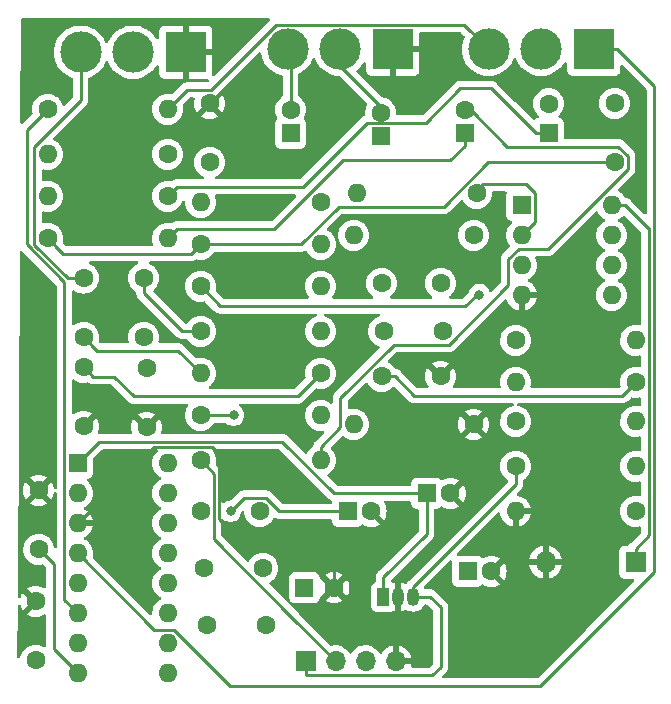
<source format=gbl>
G04 #@! TF.GenerationSoftware,KiCad,Pcbnew,7.0.11+dfsg-1build4*
G04 #@! TF.CreationDate,2026-01-25T22:06:14-05:00*
G04 #@! TF.ProjectId,deep_blue_delay,64656570-5f62-46c7-9565-5f64656c6179,rev?*
G04 #@! TF.SameCoordinates,Original*
G04 #@! TF.FileFunction,Copper,L2,Bot*
G04 #@! TF.FilePolarity,Positive*
%FSLAX46Y46*%
G04 Gerber Fmt 4.6, Leading zero omitted, Abs format (unit mm)*
G04 Created by KiCad (PCBNEW 7.0.11+dfsg-1build4) date 2026-01-25 22:06:14*
%MOMM*%
%LPD*%
G01*
G04 APERTURE LIST*
G04 #@! TA.AperFunction,ComponentPad*
%ADD10R,1.600000X1.600000*%
G04 #@! TD*
G04 #@! TA.AperFunction,ComponentPad*
%ADD11C,1.600000*%
G04 #@! TD*
G04 #@! TA.AperFunction,ComponentPad*
%ADD12R,1.700000X1.700000*%
G04 #@! TD*
G04 #@! TA.AperFunction,ComponentPad*
%ADD13O,1.700000X1.700000*%
G04 #@! TD*
G04 #@! TA.AperFunction,ComponentPad*
%ADD14O,1.600000X1.600000*%
G04 #@! TD*
G04 #@! TA.AperFunction,ComponentPad*
%ADD15R,3.500120X3.500120*%
G04 #@! TD*
G04 #@! TA.AperFunction,ComponentPad*
%ADD16C,3.500120*%
G04 #@! TD*
G04 #@! TA.AperFunction,ComponentPad*
%ADD17R,1.800000X1.800000*%
G04 #@! TD*
G04 #@! TA.AperFunction,ComponentPad*
%ADD18O,1.800000X1.800000*%
G04 #@! TD*
G04 #@! TA.AperFunction,ComponentPad*
%ADD19R,1.050000X1.500000*%
G04 #@! TD*
G04 #@! TA.AperFunction,ComponentPad*
%ADD20O,1.050000X1.500000*%
G04 #@! TD*
G04 #@! TA.AperFunction,ViaPad*
%ADD21C,0.800000*%
G04 #@! TD*
G04 #@! TA.AperFunction,Conductor*
%ADD22C,0.250000*%
G04 #@! TD*
G04 APERTURE END LIST*
D10*
X128016000Y-91948000D03*
D11*
X130016000Y-91948000D03*
X131064000Y-76708000D03*
X136064000Y-76708000D03*
X101600000Y-99568000D03*
X101600000Y-104568000D03*
D10*
X124365000Y-98425000D03*
D11*
X126865000Y-98425000D03*
X101854000Y-90170000D03*
X101854000Y-95170000D03*
X135890000Y-72644000D03*
X130890000Y-72644000D03*
X105664000Y-79756000D03*
X105664000Y-84756000D03*
X115824000Y-96774000D03*
X120824000Y-96774000D03*
X115570000Y-91948000D03*
X120570000Y-91948000D03*
X110744000Y-77216000D03*
X110744000Y-72216000D03*
D10*
X145034000Y-59944000D03*
D11*
X145034000Y-57444000D03*
D10*
X134707621Y-90424000D03*
D11*
X136707621Y-90424000D03*
X135890000Y-80518000D03*
X130890000Y-80518000D03*
X105664000Y-77216000D03*
X105664000Y-72216000D03*
X116332000Y-57404000D03*
X116332000Y-62404000D03*
D10*
X123190000Y-59944000D03*
D11*
X123190000Y-57944000D03*
X110998000Y-84836000D03*
X110998000Y-79836000D03*
D10*
X137922000Y-59944000D03*
D11*
X137922000Y-57944000D03*
D12*
X124460000Y-104648000D03*
D13*
X127000000Y-104648000D03*
X129540000Y-104648000D03*
X132080000Y-104648000D03*
D11*
X138684000Y-84582000D03*
D14*
X128524000Y-84582000D03*
D11*
X102616000Y-57912000D03*
D14*
X112776000Y-57912000D03*
D11*
X142240000Y-88138000D03*
D14*
X152400000Y-88138000D03*
D11*
X152400000Y-91948000D03*
D14*
X142240000Y-91948000D03*
D11*
X138938000Y-65024000D03*
D14*
X128778000Y-65024000D03*
D11*
X138684000Y-68580000D03*
D14*
X128524000Y-68580000D03*
D11*
X112776000Y-61722000D03*
D14*
X102616000Y-61722000D03*
D11*
X142240000Y-77470000D03*
D14*
X152400000Y-77470000D03*
D11*
X142240000Y-84328000D03*
D14*
X152400000Y-84328000D03*
D11*
X115570000Y-83820000D03*
D14*
X125730000Y-83820000D03*
D11*
X115570000Y-76708000D03*
D14*
X125730000Y-76708000D03*
D11*
X152400000Y-81026000D03*
D14*
X142240000Y-81026000D03*
D11*
X125730000Y-80264000D03*
D14*
X115570000Y-80264000D03*
D11*
X115570000Y-72898000D03*
D14*
X125730000Y-72898000D03*
D11*
X112776000Y-65278000D03*
D14*
X102616000Y-65278000D03*
D11*
X125730000Y-65786000D03*
D14*
X115570000Y-65786000D03*
D11*
X115570000Y-69342000D03*
D14*
X125730000Y-69342000D03*
D11*
X102616000Y-68834000D03*
D14*
X112776000Y-68834000D03*
D11*
X115570000Y-87630000D03*
D14*
X125730000Y-87630000D03*
D15*
X131826000Y-52832000D03*
D16*
X127381000Y-52832000D03*
X122936000Y-52832000D03*
D15*
X114300000Y-53086000D03*
D16*
X109855000Y-53086000D03*
X105410000Y-53086000D03*
D10*
X105156000Y-87884000D03*
D14*
X105156000Y-90424000D03*
X105156000Y-92964000D03*
X105156000Y-95504000D03*
X105156000Y-98044000D03*
X105156000Y-100584000D03*
X105156000Y-103124000D03*
X105156000Y-105664000D03*
X112776000Y-105664000D03*
X112776000Y-103124000D03*
X112776000Y-100584000D03*
X112776000Y-98044000D03*
X112776000Y-95504000D03*
X112776000Y-92964000D03*
X112776000Y-90424000D03*
X112776000Y-87884000D03*
D10*
X142748000Y-66040000D03*
D14*
X142748000Y-68580000D03*
X142748000Y-71120000D03*
X142748000Y-73660000D03*
X150368000Y-73660000D03*
X150368000Y-71120000D03*
X150368000Y-68580000D03*
X150368000Y-66040000D03*
D15*
X148844000Y-52832000D03*
D16*
X144399000Y-52832000D03*
X139954000Y-52832000D03*
D11*
X150622000Y-57404000D03*
X150622000Y-62404000D03*
D10*
X130810000Y-60198000D03*
D11*
X130810000Y-58198000D03*
X116078000Y-101600000D03*
X121078000Y-101600000D03*
D10*
X138176000Y-97028000D03*
D11*
X140176000Y-97028000D03*
D17*
X152400000Y-96266000D03*
D18*
X144780000Y-96266000D03*
D19*
X131038600Y-99191400D03*
D20*
X132308600Y-99191400D03*
X133578600Y-99191400D03*
D21*
X118110000Y-91948000D03*
X118364000Y-83820000D03*
X139166600Y-73609200D03*
D22*
X126865000Y-96385000D02*
X126746000Y-96266000D01*
X118160800Y-93624400D02*
X117144521Y-92608121D01*
X126865000Y-98425000D02*
X126865000Y-96385000D01*
X111614511Y-86505489D02*
X105156000Y-92964000D01*
X117144521Y-87096321D02*
X116553689Y-86505489D01*
X124104400Y-93624400D02*
X118160800Y-93624400D01*
X126746000Y-96266000D02*
X124104400Y-93624400D01*
X117144521Y-92608121D02*
X117144521Y-87096321D01*
X116553689Y-86505489D02*
X111614511Y-86505489D01*
X122235002Y-91948000D02*
X121110001Y-90822999D01*
X121110001Y-90822999D02*
X119235001Y-90822999D01*
X118509999Y-91548001D02*
X118110000Y-91948000D01*
X128016000Y-91948000D02*
X122235002Y-91948000D01*
X119235001Y-90822999D02*
X118509999Y-91548001D01*
X152400000Y-95116000D02*
X153525001Y-93990999D01*
X133578600Y-99191400D02*
X135005400Y-99191400D01*
X135890000Y-100076000D02*
X135890000Y-105117002D01*
X150368000Y-66040000D02*
X151499370Y-66040000D01*
X135184001Y-105823001D02*
X124535001Y-105823001D01*
X151499370Y-66040000D02*
X153416000Y-67956630D01*
X142240000Y-89662000D02*
X142240000Y-88138000D01*
X133578600Y-98323400D02*
X142240000Y-89662000D01*
X124535001Y-105823001D02*
X124460000Y-105748000D01*
X124460000Y-105748000D02*
X124460000Y-104648000D01*
X152400000Y-96266000D02*
X152400000Y-95116000D01*
X133578600Y-99191400D02*
X133578600Y-98323400D01*
X135005400Y-99191400D02*
X135890000Y-100076000D01*
X135890000Y-105117002D02*
X135184001Y-105823001D01*
X153495372Y-67956630D02*
X153525001Y-67927001D01*
X153416000Y-67956630D02*
X153495372Y-67956630D01*
X153525001Y-93990999D02*
X153525001Y-67927001D01*
X103124000Y-96440000D02*
X101854000Y-95170000D01*
X105156000Y-105664000D02*
X103124000Y-103632000D01*
X103124000Y-103632000D02*
X103124000Y-96440000D01*
X139483999Y-64224001D02*
X138684000Y-65024000D01*
X143873001Y-64979999D02*
X143117003Y-64224001D01*
X143873001Y-67454999D02*
X143873001Y-64979999D01*
X142748000Y-68580000D02*
X143873001Y-67454999D01*
X143117003Y-64224001D02*
X139483999Y-64224001D01*
X140174000Y-56134000D02*
X143984000Y-59944000D01*
X143984000Y-59944000D02*
X145034000Y-59944000D01*
X124243999Y-64478001D02*
X129649001Y-59072999D01*
X134627999Y-59072999D02*
X137566998Y-56134000D01*
X137566998Y-56134000D02*
X140174000Y-56134000D01*
X112776000Y-65278000D02*
X113575999Y-64478001D01*
X113575999Y-64478001D02*
X124243999Y-64478001D01*
X129649001Y-59072999D02*
X134627999Y-59072999D01*
X106463999Y-80555999D02*
X108241999Y-80555999D01*
X105664000Y-79756000D02*
X106463999Y-80555999D01*
X123782999Y-82211001D02*
X125730000Y-80264000D01*
X108241999Y-80555999D02*
X109897001Y-82211001D01*
X109897001Y-82211001D02*
X123782999Y-82211001D01*
X115824000Y-96774000D02*
X115824000Y-97028000D01*
X115570000Y-83820000D02*
X116701370Y-83820000D01*
X116701370Y-83820000D02*
X118364000Y-83820000D01*
X115570000Y-72898000D02*
X117246400Y-74574400D01*
X117246400Y-74574400D02*
X137972800Y-74574400D01*
X137972800Y-74574400D02*
X138938000Y-73609200D01*
X138938000Y-73609200D02*
X139166600Y-73609200D01*
X110744000Y-73466000D02*
X113986000Y-76708000D01*
X110744000Y-72216000D02*
X110744000Y-73466000D01*
X113986000Y-76708000D02*
X115570000Y-76708000D01*
X131038600Y-97536000D02*
X134707621Y-93866979D01*
X106984031Y-86055969D02*
X105156000Y-87884000D01*
X122490967Y-86055969D02*
X106984031Y-86055969D01*
X131038600Y-99191400D02*
X131038600Y-97536000D01*
X134620000Y-90424000D02*
X126858998Y-90424000D01*
X134707621Y-93866979D02*
X134707621Y-90424000D01*
X126858998Y-90424000D02*
X122490967Y-86055969D01*
X133654371Y-82151001D02*
X151274999Y-82151001D01*
X151274999Y-82151001D02*
X151600001Y-81825999D01*
X151600001Y-81825999D02*
X152400000Y-81026000D01*
X132021370Y-80518000D02*
X133654371Y-82151001D01*
X130890000Y-80518000D02*
X132021370Y-80518000D01*
X101490999Y-69374001D02*
X101490999Y-61069001D01*
X101490999Y-61069001D02*
X105410000Y-57150000D01*
X105664000Y-72216000D02*
X104332998Y-72216000D01*
X105664000Y-53340000D02*
X105410000Y-53086000D01*
X104332998Y-72216000D02*
X101490999Y-69374001D01*
X105410000Y-57150000D02*
X105410000Y-53086000D01*
X106789001Y-78341001D02*
X106463999Y-78015999D01*
X113647001Y-78341001D02*
X106789001Y-78341001D01*
X115570000Y-80264000D02*
X113647001Y-78341001D01*
X106463999Y-78015999D02*
X105664000Y-77216000D01*
X123190000Y-53086000D02*
X122936000Y-52832000D01*
X123190000Y-57444000D02*
X123190000Y-53086000D01*
X130810000Y-57698000D02*
X127381000Y-54269000D01*
X127381000Y-54269000D02*
X127381000Y-52832000D01*
X124064998Y-69342000D02*
X127257997Y-66149001D01*
X127257997Y-66149001D02*
X136147997Y-66149001D01*
X115570000Y-69342000D02*
X114770001Y-70141999D01*
X103415999Y-69633999D02*
X102616000Y-68834000D01*
X149490630Y-62404000D02*
X150622000Y-62404000D01*
X115570000Y-69342000D02*
X124064998Y-69342000D01*
X136147997Y-66149001D02*
X139892998Y-62404000D01*
X103923999Y-70141999D02*
X103415999Y-69633999D01*
X139892998Y-62404000D02*
X149490630Y-62404000D01*
X114770001Y-70141999D02*
X103923999Y-70141999D01*
X112776000Y-68834000D02*
X113575999Y-68034001D01*
X136686000Y-62230000D02*
X137922000Y-60994000D01*
X113575999Y-68034001D02*
X121816997Y-68034001D01*
X121816997Y-68034001D02*
X127620998Y-62230000D01*
X127620998Y-62230000D02*
X136686000Y-62230000D01*
X137922000Y-60994000D02*
X137922000Y-59944000D01*
X127398999Y-82343999D02*
X131909997Y-77833001D01*
X141622999Y-70579999D02*
X142497997Y-69705001D01*
X127398999Y-84829631D02*
X127398999Y-82343999D01*
X151747001Y-62944001D02*
X151747001Y-61863999D01*
X150952003Y-61069001D02*
X141547001Y-61069001D01*
X144986001Y-69705001D02*
X151747001Y-62944001D01*
X136604001Y-77833001D02*
X141622999Y-72814003D01*
X138721999Y-58243999D02*
X137922000Y-57444000D01*
X142497997Y-69705001D02*
X144986001Y-69705001D01*
X125730000Y-86498630D02*
X127398999Y-84829631D01*
X125730000Y-87630000D02*
X125730000Y-86498630D01*
X151747001Y-61863999D02*
X150952003Y-61069001D01*
X141547001Y-61069001D02*
X138721999Y-58243999D01*
X141622999Y-72814003D02*
X141622999Y-70579999D01*
X131909997Y-77833001D02*
X136604001Y-77833001D01*
X123349998Y-100997998D02*
X127000000Y-104648000D01*
X123349998Y-100965000D02*
X123349998Y-100997998D01*
X115570000Y-87630000D02*
X116695001Y-88755001D01*
X116695001Y-88755001D02*
X116695001Y-94310003D01*
X116695001Y-94310003D02*
X123349998Y-100965000D01*
X116417910Y-56278999D02*
X121939970Y-50756939D01*
X137878939Y-50756939D02*
X138203941Y-51081941D01*
X112776000Y-57912000D02*
X114409001Y-56278999D01*
X114409001Y-56278999D02*
X116417910Y-56278999D01*
X121939970Y-50756939D02*
X137878939Y-50756939D01*
X138203941Y-51081941D02*
X139954000Y-52832000D01*
X104030999Y-99458999D02*
X104030999Y-72550411D01*
X104030999Y-72550411D02*
X100838000Y-69357412D01*
X105156000Y-100584000D02*
X104030999Y-99458999D01*
X100838000Y-59690000D02*
X102616000Y-57912000D01*
X100838000Y-69357412D02*
X100838000Y-59690000D01*
X144327981Y-106723021D02*
X153975011Y-97075991D01*
X153975011Y-97075991D02*
X153975011Y-55962951D01*
X111650999Y-101998999D02*
X113316001Y-101998999D01*
X150844060Y-52832000D02*
X148844000Y-52832000D01*
X113316001Y-101998999D02*
X118040023Y-106723021D01*
X118040023Y-106723021D02*
X144327981Y-106723021D01*
X153975011Y-55962951D02*
X150844060Y-52832000D01*
X105156000Y-95504000D02*
X111650999Y-101998999D01*
G04 #@! TA.AperFunction,Conductor*
G36*
X129666671Y-81076395D02*
G01*
X129723507Y-81118942D01*
X129736834Y-81141202D01*
X129752477Y-81174749D01*
X129873990Y-81348288D01*
X129883802Y-81362300D01*
X130045700Y-81524198D01*
X130233251Y-81655523D01*
X130440757Y-81752284D01*
X130661913Y-81811543D01*
X130890000Y-81831498D01*
X131118087Y-81811543D01*
X131339243Y-81752284D01*
X131546749Y-81655523D01*
X131734300Y-81524198D01*
X131843887Y-81414611D01*
X131906199Y-81380585D01*
X131977014Y-81385650D01*
X132022077Y-81414611D01*
X133147124Y-82539658D01*
X133157091Y-82552098D01*
X133157318Y-82551911D01*
X133162370Y-82558018D01*
X133162371Y-82558019D01*
X133191864Y-82585715D01*
X133212037Y-82604658D01*
X133214881Y-82607415D01*
X133234597Y-82627132D01*
X133237794Y-82629612D01*
X133246815Y-82637317D01*
X133279050Y-82667587D01*
X133279051Y-82667587D01*
X133279053Y-82667589D01*
X133296800Y-82677345D01*
X133313330Y-82688203D01*
X133318539Y-82692244D01*
X133329330Y-82700614D01*
X133369907Y-82718173D01*
X133380558Y-82723391D01*
X133419311Y-82744696D01*
X133438933Y-82749734D01*
X133457634Y-82756136D01*
X133467981Y-82760614D01*
X133476223Y-82764181D01*
X133476224Y-82764181D01*
X133476226Y-82764182D01*
X133519901Y-82771099D01*
X133531512Y-82773503D01*
X133574341Y-82784501D01*
X133594595Y-82784501D01*
X133614305Y-82786052D01*
X133616512Y-82786401D01*
X133634314Y-82789221D01*
X133678332Y-82785059D01*
X133690190Y-82784501D01*
X141989299Y-82784501D01*
X142057420Y-82804503D01*
X142103913Y-82858159D01*
X142114017Y-82928433D01*
X142084523Y-82993013D01*
X142024797Y-83031397D01*
X142013189Y-83034115D01*
X141790759Y-83093715D01*
X141790753Y-83093717D01*
X141583250Y-83190477D01*
X141395703Y-83321799D01*
X141395697Y-83321804D01*
X141233804Y-83483697D01*
X141233799Y-83483703D01*
X141102477Y-83671250D01*
X141005717Y-83878753D01*
X141005715Y-83878759D01*
X140965697Y-84028110D01*
X140946457Y-84099913D01*
X140926502Y-84328000D01*
X140946457Y-84556087D01*
X140961203Y-84611118D01*
X141005715Y-84777240D01*
X141005717Y-84777246D01*
X141102477Y-84984749D01*
X141222388Y-85156000D01*
X141233802Y-85172300D01*
X141395700Y-85334198D01*
X141583251Y-85465523D01*
X141790757Y-85562284D01*
X142011913Y-85621543D01*
X142240000Y-85641498D01*
X142468087Y-85621543D01*
X142689243Y-85562284D01*
X142896749Y-85465523D01*
X143084300Y-85334198D01*
X143246198Y-85172300D01*
X143377523Y-84984749D01*
X143474284Y-84777243D01*
X143533543Y-84556087D01*
X143553498Y-84328000D01*
X143533543Y-84099913D01*
X143474284Y-83878757D01*
X143377523Y-83671251D01*
X143246198Y-83483700D01*
X143084300Y-83321802D01*
X142896749Y-83190477D01*
X142845326Y-83166498D01*
X142689246Y-83093717D01*
X142689240Y-83093715D01*
X142609829Y-83072437D01*
X142468087Y-83034457D01*
X142468083Y-83034456D01*
X142462774Y-83033034D01*
X142463115Y-83031759D01*
X142405207Y-83003058D01*
X142368739Y-82942144D01*
X142370993Y-82871183D01*
X142411253Y-82812705D01*
X142476738Y-82785277D01*
X142490701Y-82784501D01*
X151191146Y-82784501D01*
X151206987Y-82786250D01*
X151207015Y-82785957D01*
X151214901Y-82786701D01*
X151214908Y-82786703D01*
X151282985Y-82784563D01*
X151286944Y-82784501D01*
X151314850Y-82784501D01*
X151314855Y-82784501D01*
X151318866Y-82783993D01*
X151330698Y-82783062D01*
X151374888Y-82781674D01*
X151394346Y-82776020D01*
X151413693Y-82772014D01*
X151433796Y-82769475D01*
X151474909Y-82753196D01*
X151486129Y-82749354D01*
X151511023Y-82742123D01*
X151528590Y-82737020D01*
X151528594Y-82737018D01*
X151546025Y-82726709D01*
X151563779Y-82718010D01*
X151582616Y-82710553D01*
X151618391Y-82684559D01*
X151628297Y-82678052D01*
X151666361Y-82655543D01*
X151680684Y-82641219D01*
X151695723Y-82628375D01*
X151697434Y-82627132D01*
X151712106Y-82616473D01*
X151740302Y-82582387D01*
X151748271Y-82573631D01*
X151986753Y-82335149D01*
X152049063Y-82301125D01*
X152108457Y-82302539D01*
X152171913Y-82319543D01*
X152400000Y-82339498D01*
X152628087Y-82319543D01*
X152732893Y-82291460D01*
X152803866Y-82293150D01*
X152862662Y-82332944D01*
X152890610Y-82398208D01*
X152891501Y-82413167D01*
X152891501Y-82940832D01*
X152871499Y-83008953D01*
X152817843Y-83055446D01*
X152747569Y-83065550D01*
X152732890Y-83062539D01*
X152697338Y-83053013D01*
X152628087Y-83034457D01*
X152400000Y-83014502D01*
X152171913Y-83034457D01*
X151950759Y-83093715D01*
X151950753Y-83093717D01*
X151743250Y-83190477D01*
X151555703Y-83321799D01*
X151555697Y-83321804D01*
X151393804Y-83483697D01*
X151393799Y-83483703D01*
X151262477Y-83671250D01*
X151165717Y-83878753D01*
X151165715Y-83878759D01*
X151125697Y-84028110D01*
X151106457Y-84099913D01*
X151086502Y-84328000D01*
X151106457Y-84556087D01*
X151121203Y-84611118D01*
X151165715Y-84777240D01*
X151165717Y-84777246D01*
X151262477Y-84984749D01*
X151382388Y-85156000D01*
X151393802Y-85172300D01*
X151555700Y-85334198D01*
X151743251Y-85465523D01*
X151950757Y-85562284D01*
X152171913Y-85621543D01*
X152400000Y-85641498D01*
X152628087Y-85621543D01*
X152732893Y-85593460D01*
X152803866Y-85595150D01*
X152862662Y-85634944D01*
X152890610Y-85700208D01*
X152891501Y-85715167D01*
X152891501Y-86750832D01*
X152871499Y-86818953D01*
X152817843Y-86865446D01*
X152747569Y-86875550D01*
X152732890Y-86872539D01*
X152706418Y-86865446D01*
X152628087Y-86844457D01*
X152400000Y-86824502D01*
X152171913Y-86844457D01*
X151950759Y-86903715D01*
X151950753Y-86903717D01*
X151743250Y-87000477D01*
X151555703Y-87131799D01*
X151555697Y-87131804D01*
X151393804Y-87293697D01*
X151393799Y-87293703D01*
X151262477Y-87481250D01*
X151165717Y-87688753D01*
X151165716Y-87688757D01*
X151106457Y-87909913D01*
X151086502Y-88138000D01*
X151106457Y-88366087D01*
X151117369Y-88406811D01*
X151165715Y-88587240D01*
X151165717Y-88587246D01*
X151262477Y-88794749D01*
X151392541Y-88980500D01*
X151393802Y-88982300D01*
X151555700Y-89144198D01*
X151743251Y-89275523D01*
X151950757Y-89372284D01*
X152171913Y-89431543D01*
X152400000Y-89451498D01*
X152628087Y-89431543D01*
X152732893Y-89403460D01*
X152803866Y-89405150D01*
X152862662Y-89444944D01*
X152890610Y-89510208D01*
X152891501Y-89525167D01*
X152891501Y-90560832D01*
X152871499Y-90628953D01*
X152817843Y-90675446D01*
X152747569Y-90685550D01*
X152732890Y-90682539D01*
X152706418Y-90675446D01*
X152628087Y-90654457D01*
X152400000Y-90634502D01*
X152171913Y-90654457D01*
X151950759Y-90713715D01*
X151950753Y-90713717D01*
X151743250Y-90810477D01*
X151555703Y-90941799D01*
X151555697Y-90941804D01*
X151393804Y-91103697D01*
X151393799Y-91103703D01*
X151262477Y-91291250D01*
X151165717Y-91498753D01*
X151165715Y-91498759D01*
X151109125Y-91709955D01*
X151106457Y-91719913D01*
X151086502Y-91948000D01*
X151106457Y-92176087D01*
X151133133Y-92275641D01*
X151165715Y-92397240D01*
X151165717Y-92397246D01*
X151262477Y-92604749D01*
X151347346Y-92725955D01*
X151393802Y-92792300D01*
X151555700Y-92954198D01*
X151743251Y-93085523D01*
X151950757Y-93182284D01*
X152171913Y-93241543D01*
X152400000Y-93261498D01*
X152628087Y-93241543D01*
X152732893Y-93213460D01*
X152803866Y-93215150D01*
X152862662Y-93254944D01*
X152890610Y-93320208D01*
X152891501Y-93335167D01*
X152891501Y-93676402D01*
X152871499Y-93744523D01*
X152854596Y-93765498D01*
X152011333Y-94608760D01*
X151998901Y-94618721D01*
X151999089Y-94618948D01*
X151992979Y-94624002D01*
X151946370Y-94673635D01*
X151943620Y-94676473D01*
X151923863Y-94696231D01*
X151921374Y-94699439D01*
X151913688Y-94708436D01*
X151883418Y-94740673D01*
X151883411Y-94740683D01*
X151873651Y-94758435D01*
X151862803Y-94774950D01*
X151850387Y-94790957D01*
X151847620Y-94795637D01*
X151795728Y-94844091D01*
X151739165Y-94857500D01*
X151451350Y-94857500D01*
X151390803Y-94864009D01*
X151390795Y-94864011D01*
X151253797Y-94915110D01*
X151253792Y-94915112D01*
X151136738Y-95002738D01*
X151049112Y-95119792D01*
X151049110Y-95119797D01*
X150998011Y-95256795D01*
X150998009Y-95256803D01*
X150991500Y-95317350D01*
X150991500Y-97214649D01*
X150998009Y-97275196D01*
X150998011Y-97275204D01*
X151049110Y-97412202D01*
X151049112Y-97412207D01*
X151136738Y-97529261D01*
X151253792Y-97616887D01*
X151253794Y-97616888D01*
X151253796Y-97616889D01*
X151291334Y-97630890D01*
X151390795Y-97667988D01*
X151390803Y-97667990D01*
X151451350Y-97674499D01*
X151451355Y-97674499D01*
X151451362Y-97674500D01*
X152176408Y-97674500D01*
X152244529Y-97694502D01*
X152291022Y-97748158D01*
X152301126Y-97818432D01*
X152271632Y-97883012D01*
X152265503Y-97889594D01*
X148168621Y-101986476D01*
X144102481Y-106052616D01*
X144040169Y-106086642D01*
X144013386Y-106089521D01*
X136117576Y-106089521D01*
X136049455Y-106069519D01*
X136002962Y-106015863D01*
X135992858Y-105945589D01*
X136022352Y-105881009D01*
X136028480Y-105874426D01*
X136197383Y-105705522D01*
X136278659Y-105624245D01*
X136291093Y-105614286D01*
X136290905Y-105614059D01*
X136297016Y-105609003D01*
X136297015Y-105609003D01*
X136297018Y-105609002D01*
X136343676Y-105559314D01*
X136346367Y-105556537D01*
X136366134Y-105536772D01*
X136368617Y-105533569D01*
X136376308Y-105524564D01*
X136406586Y-105492323D01*
X136416345Y-105474569D01*
X136427197Y-105458048D01*
X136439613Y-105442043D01*
X136457168Y-105401472D01*
X136462392Y-105390810D01*
X136483694Y-105352063D01*
X136483695Y-105352062D01*
X136488733Y-105332437D01*
X136495138Y-105313732D01*
X136500132Y-105302192D01*
X136503181Y-105295147D01*
X136510096Y-105251478D01*
X136512503Y-105239858D01*
X136518949Y-105214757D01*
X136523500Y-105197032D01*
X136523500Y-105176771D01*
X136525051Y-105157060D01*
X136526486Y-105148000D01*
X136528219Y-105137059D01*
X136524059Y-105093047D01*
X136523500Y-105081190D01*
X136523500Y-100159849D01*
X136525249Y-100144012D01*
X136524955Y-100143985D01*
X136525701Y-100136092D01*
X136523562Y-100068031D01*
X136523500Y-100064073D01*
X136523500Y-100036151D01*
X136523500Y-100036144D01*
X136522991Y-100032123D01*
X136522061Y-100020296D01*
X136521960Y-100017068D01*
X136520673Y-99976110D01*
X136515022Y-99956663D01*
X136511012Y-99937300D01*
X136509743Y-99927251D01*
X136508474Y-99917203D01*
X136492195Y-99876090D01*
X136488353Y-99864869D01*
X136476018Y-99822407D01*
X136465705Y-99804969D01*
X136457010Y-99787222D01*
X136449552Y-99768383D01*
X136423568Y-99732620D01*
X136417051Y-99722699D01*
X136394541Y-99684635D01*
X136380218Y-99670312D01*
X136367377Y-99655279D01*
X136355471Y-99638892D01*
X136321405Y-99610710D01*
X136312626Y-99602721D01*
X135512644Y-98802739D01*
X135502679Y-98790301D01*
X135502452Y-98790490D01*
X135497401Y-98784384D01*
X135497400Y-98784382D01*
X135447748Y-98737756D01*
X135444905Y-98735000D01*
X135425177Y-98715271D01*
X135425171Y-98715266D01*
X135421967Y-98712780D01*
X135412956Y-98705083D01*
X135380725Y-98674817D01*
X135380719Y-98674813D01*
X135362963Y-98665051D01*
X135346447Y-98654202D01*
X135330441Y-98641786D01*
X135289864Y-98624227D01*
X135279207Y-98619005D01*
X135240463Y-98597706D01*
X135240460Y-98597705D01*
X135220836Y-98592666D01*
X135202136Y-98586264D01*
X135183545Y-98578219D01*
X135183543Y-98578218D01*
X135183541Y-98578218D01*
X135139874Y-98571301D01*
X135128255Y-98568895D01*
X135085430Y-98557900D01*
X135065176Y-98557900D01*
X135045466Y-98556349D01*
X135025457Y-98553180D01*
X134981439Y-98557341D01*
X134969581Y-98557900D01*
X134607647Y-98557900D01*
X134539526Y-98537898D01*
X134496525Y-98491296D01*
X134474422Y-98449944D01*
X134459950Y-98380438D01*
X134485354Y-98314142D01*
X134496442Y-98301460D01*
X136652407Y-96145495D01*
X136714717Y-96111471D01*
X136785532Y-96116536D01*
X136842368Y-96159083D01*
X136867179Y-96225603D01*
X136867500Y-96234592D01*
X136867500Y-97876649D01*
X136874009Y-97937196D01*
X136874011Y-97937204D01*
X136925110Y-98074202D01*
X136925112Y-98074207D01*
X137012738Y-98191261D01*
X137129792Y-98278887D01*
X137129794Y-98278888D01*
X137129796Y-98278889D01*
X137185999Y-98299852D01*
X137266795Y-98329988D01*
X137266803Y-98329990D01*
X137327350Y-98336499D01*
X137327355Y-98336499D01*
X137327362Y-98336500D01*
X137327368Y-98336500D01*
X139024632Y-98336500D01*
X139024638Y-98336500D01*
X139024645Y-98336499D01*
X139024649Y-98336499D01*
X139085196Y-98329990D01*
X139085199Y-98329989D01*
X139085201Y-98329989D01*
X139222204Y-98278889D01*
X139339261Y-98191261D01*
X139340950Y-98189005D01*
X139343204Y-98187316D01*
X139345637Y-98184885D01*
X139345986Y-98185234D01*
X139397784Y-98146457D01*
X139468600Y-98141390D01*
X139514093Y-98161300D01*
X139519503Y-98165088D01*
X139726926Y-98261811D01*
X139726931Y-98261813D01*
X139947999Y-98321048D01*
X139947995Y-98321048D01*
X140176000Y-98340995D01*
X140404002Y-98321048D01*
X140625068Y-98261813D01*
X140625073Y-98261811D01*
X140832497Y-98165088D01*
X140903888Y-98115099D01*
X140903888Y-98115097D01*
X140215518Y-97426727D01*
X140301148Y-97413165D01*
X140414045Y-97355641D01*
X140503641Y-97266045D01*
X140561165Y-97153148D01*
X140574727Y-97067518D01*
X141263097Y-97755888D01*
X141263099Y-97755888D01*
X141313088Y-97684497D01*
X141409811Y-97477073D01*
X141409813Y-97477068D01*
X141469048Y-97256002D01*
X141488995Y-97028000D01*
X141469048Y-96799997D01*
X141409813Y-96578931D01*
X141409811Y-96578926D01*
X141313086Y-96371498D01*
X141263100Y-96300110D01*
X141263098Y-96300110D01*
X140574727Y-96988481D01*
X140561165Y-96902852D01*
X140503641Y-96789955D01*
X140414045Y-96700359D01*
X140301148Y-96642835D01*
X140215516Y-96629272D01*
X140832787Y-96012000D01*
X143391875Y-96012000D01*
X144407032Y-96012000D01*
X144356375Y-96099740D01*
X144326190Y-96231992D01*
X144336327Y-96367265D01*
X144385887Y-96493541D01*
X144406987Y-96520000D01*
X143391876Y-96520000D01*
X143443724Y-96724743D01*
X143443726Y-96724747D01*
X143537456Y-96938430D01*
X143665081Y-97133776D01*
X143823113Y-97305445D01*
X143823118Y-97305450D01*
X144007250Y-97448766D01*
X144212474Y-97559827D01*
X144212477Y-97559829D01*
X144433167Y-97635592D01*
X144433176Y-97635594D01*
X144525999Y-97651083D01*
X144526000Y-97651083D01*
X144526000Y-96637462D01*
X144582547Y-96676016D01*
X144712173Y-96716000D01*
X144813724Y-96716000D01*
X144914138Y-96700865D01*
X145034000Y-96643142D01*
X145034000Y-97651083D01*
X145126823Y-97635594D01*
X145126832Y-97635592D01*
X145347522Y-97559829D01*
X145347525Y-97559827D01*
X145552749Y-97448766D01*
X145736881Y-97305450D01*
X145736886Y-97305445D01*
X145894918Y-97133776D01*
X146022543Y-96938430D01*
X146116273Y-96724747D01*
X146116275Y-96724743D01*
X146168124Y-96520000D01*
X145152968Y-96520000D01*
X145203625Y-96432260D01*
X145233810Y-96300008D01*
X145223673Y-96164735D01*
X145174113Y-96038459D01*
X145153013Y-96012000D01*
X146168124Y-96012000D01*
X146116275Y-95807256D01*
X146116273Y-95807252D01*
X146022543Y-95593569D01*
X145894918Y-95398223D01*
X145736886Y-95226554D01*
X145736881Y-95226549D01*
X145552749Y-95083233D01*
X145347525Y-94972172D01*
X145347522Y-94972170D01*
X145126828Y-94896406D01*
X145126817Y-94896403D01*
X145034000Y-94880914D01*
X145034000Y-95894537D01*
X144977453Y-95855984D01*
X144847827Y-95816000D01*
X144746276Y-95816000D01*
X144645862Y-95831135D01*
X144526000Y-95888857D01*
X144526000Y-94880914D01*
X144525999Y-94880914D01*
X144433182Y-94896403D01*
X144433171Y-94896406D01*
X144212477Y-94972170D01*
X144212474Y-94972172D01*
X144007250Y-95083233D01*
X143823118Y-95226549D01*
X143823113Y-95226554D01*
X143665081Y-95398223D01*
X143537456Y-95593569D01*
X143443726Y-95807252D01*
X143443724Y-95807256D01*
X143391875Y-96012000D01*
X140832787Y-96012000D01*
X140903888Y-95940899D01*
X140903888Y-95940898D01*
X140832501Y-95890913D01*
X140625073Y-95794188D01*
X140625068Y-95794186D01*
X140404000Y-95734951D01*
X140404004Y-95734951D01*
X140176000Y-95715004D01*
X139947997Y-95734951D01*
X139726931Y-95794186D01*
X139726926Y-95794188D01*
X139519498Y-95890913D01*
X139514080Y-95894707D01*
X139446804Y-95917388D01*
X139377945Y-95900097D01*
X139340951Y-95866997D01*
X139340060Y-95865807D01*
X139339261Y-95864739D01*
X139339259Y-95864738D01*
X139339259Y-95864737D01*
X139222207Y-95777112D01*
X139222202Y-95777110D01*
X139085204Y-95726011D01*
X139085196Y-95726009D01*
X139024649Y-95719500D01*
X139024638Y-95719500D01*
X137382593Y-95719500D01*
X137314472Y-95699498D01*
X137267979Y-95645842D01*
X137257875Y-95575568D01*
X137287369Y-95510988D01*
X137293498Y-95504405D01*
X138144519Y-94653384D01*
X140729739Y-92068163D01*
X140792047Y-92034141D01*
X140862862Y-92039205D01*
X140919698Y-92081752D01*
X140944350Y-92146278D01*
X140946950Y-92175994D01*
X140946951Y-92176000D01*
X141006186Y-92397068D01*
X141006188Y-92397073D01*
X141102912Y-92604498D01*
X141234184Y-92791974D01*
X141234189Y-92791980D01*
X141396019Y-92953810D01*
X141396025Y-92953815D01*
X141583501Y-93085087D01*
X141790926Y-93181811D01*
X141790931Y-93181813D01*
X141986000Y-93234081D01*
X141986000Y-92259686D01*
X142001955Y-92275641D01*
X142114852Y-92333165D01*
X142208519Y-92348000D01*
X142271481Y-92348000D01*
X142365148Y-92333165D01*
X142478045Y-92275641D01*
X142494000Y-92259686D01*
X142494000Y-93234081D01*
X142689068Y-93181813D01*
X142689073Y-93181811D01*
X142896498Y-93085087D01*
X143083974Y-92953815D01*
X143083980Y-92953810D01*
X143245810Y-92791980D01*
X143245815Y-92791974D01*
X143377087Y-92604498D01*
X143473811Y-92397073D01*
X143473813Y-92397068D01*
X143526082Y-92202000D01*
X142551686Y-92202000D01*
X142567641Y-92186045D01*
X142625165Y-92073148D01*
X142644986Y-91948000D01*
X142625165Y-91822852D01*
X142567641Y-91709955D01*
X142551686Y-91694000D01*
X143526082Y-91694000D01*
X143473813Y-91498931D01*
X143473811Y-91498926D01*
X143377087Y-91291501D01*
X143245815Y-91104025D01*
X143245810Y-91104019D01*
X143083980Y-90942189D01*
X143083974Y-90942184D01*
X142896498Y-90810912D01*
X142689073Y-90714188D01*
X142689068Y-90714186D01*
X142468000Y-90654951D01*
X142467993Y-90654950D01*
X142438279Y-90652350D01*
X142372161Y-90626486D01*
X142330522Y-90568982D01*
X142326582Y-90498095D01*
X142360164Y-90437738D01*
X142628660Y-90169242D01*
X142641093Y-90159284D01*
X142640905Y-90159057D01*
X142647016Y-90154001D01*
X142647015Y-90154001D01*
X142647018Y-90154000D01*
X142693676Y-90104312D01*
X142696367Y-90101535D01*
X142716134Y-90081770D01*
X142718617Y-90078567D01*
X142726308Y-90069562D01*
X142756586Y-90037321D01*
X142766345Y-90019567D01*
X142777197Y-90003046D01*
X142789613Y-89987041D01*
X142807168Y-89946470D01*
X142812392Y-89935808D01*
X142833695Y-89897060D01*
X142838733Y-89877435D01*
X142845138Y-89858730D01*
X142853181Y-89840145D01*
X142860096Y-89796476D01*
X142862503Y-89784856D01*
X142862509Y-89784835D01*
X142873500Y-89742030D01*
X142873500Y-89721769D01*
X142875051Y-89702058D01*
X142875993Y-89696110D01*
X142878219Y-89682057D01*
X142874059Y-89638045D01*
X142873500Y-89626188D01*
X142873500Y-89357393D01*
X142893502Y-89289272D01*
X142927230Y-89254180D01*
X143015318Y-89192500D01*
X143084300Y-89144198D01*
X143246198Y-88982300D01*
X143377523Y-88794749D01*
X143474284Y-88587243D01*
X143533543Y-88366087D01*
X143553498Y-88138000D01*
X143533543Y-87909913D01*
X143474284Y-87688757D01*
X143377523Y-87481251D01*
X143246198Y-87293700D01*
X143084300Y-87131802D01*
X142896749Y-87000477D01*
X142838369Y-86973254D01*
X142689246Y-86903717D01*
X142689240Y-86903715D01*
X142546418Y-86865446D01*
X142468087Y-86844457D01*
X142240000Y-86824502D01*
X142011913Y-86844457D01*
X141790759Y-86903715D01*
X141790753Y-86903717D01*
X141583250Y-87000477D01*
X141395703Y-87131799D01*
X141395697Y-87131804D01*
X141233804Y-87293697D01*
X141233799Y-87293703D01*
X141102477Y-87481250D01*
X141005717Y-87688753D01*
X141005716Y-87688757D01*
X140946457Y-87909913D01*
X140926502Y-88138000D01*
X140946457Y-88366087D01*
X140957369Y-88406811D01*
X141005715Y-88587240D01*
X141005717Y-88587246D01*
X141102477Y-88794749D01*
X141232541Y-88980500D01*
X141233802Y-88982300D01*
X141395700Y-89144198D01*
X141395703Y-89144200D01*
X141546895Y-89250067D01*
X141591223Y-89305525D01*
X141598532Y-89376144D01*
X141566501Y-89439504D01*
X141563719Y-89442375D01*
X133189936Y-97816157D01*
X133177501Y-97826121D01*
X133177689Y-97826348D01*
X133171579Y-97831402D01*
X133124970Y-97881035D01*
X133122220Y-97883873D01*
X133102463Y-97903631D01*
X133099974Y-97906839D01*
X133092288Y-97915836D01*
X133062018Y-97948073D01*
X133062011Y-97948083D01*
X133052251Y-97965835D01*
X133041403Y-97982350D01*
X133028985Y-97998359D01*
X133028984Y-97998361D01*
X133019441Y-98020413D01*
X132974028Y-98074986D01*
X132906320Y-98096343D01*
X132844410Y-98081490D01*
X132705826Y-98007415D01*
X132562600Y-97963968D01*
X132562600Y-98738588D01*
X132560179Y-98763171D01*
X132560052Y-98763806D01*
X132546503Y-98901367D01*
X132489548Y-98857037D01*
X132371176Y-98816400D01*
X132277527Y-98816400D01*
X132185154Y-98831814D01*
X132075086Y-98891381D01*
X132072100Y-98894624D01*
X132072100Y-98392767D01*
X132072099Y-98392750D01*
X132065590Y-98332204D01*
X132065589Y-98332201D01*
X132065589Y-98332199D01*
X132062543Y-98324032D01*
X132054600Y-98280003D01*
X132054600Y-97963968D01*
X131916192Y-98005953D01*
X131845199Y-98006586D01*
X131818511Y-97993378D01*
X131817718Y-97994832D01*
X131809804Y-97990511D01*
X131754066Y-97969721D01*
X131697231Y-97927173D01*
X131672421Y-97860653D01*
X131672100Y-97851666D01*
X131672100Y-97850593D01*
X131692102Y-97782472D01*
X131709000Y-97761503D01*
X135096278Y-94374224D01*
X135108713Y-94364263D01*
X135108526Y-94364036D01*
X135114637Y-94358980D01*
X135114636Y-94358980D01*
X135114639Y-94358979D01*
X135161297Y-94309291D01*
X135163988Y-94306514D01*
X135183755Y-94286749D01*
X135186238Y-94283546D01*
X135193929Y-94274541D01*
X135224207Y-94242300D01*
X135233966Y-94224546D01*
X135244818Y-94208025D01*
X135257234Y-94192020D01*
X135274789Y-94151449D01*
X135280013Y-94140787D01*
X135301316Y-94102039D01*
X135306354Y-94082414D01*
X135312759Y-94063709D01*
X135319731Y-94047598D01*
X135320802Y-94045124D01*
X135327717Y-94001460D01*
X135330125Y-93989831D01*
X135335166Y-93970200D01*
X135341121Y-93947009D01*
X135341121Y-93926754D01*
X135342672Y-93907042D01*
X135345841Y-93887036D01*
X135341680Y-93843015D01*
X135341121Y-93831158D01*
X135341121Y-91858500D01*
X135361123Y-91790379D01*
X135414779Y-91743886D01*
X135467121Y-91732500D01*
X135556253Y-91732500D01*
X135556259Y-91732500D01*
X135556266Y-91732499D01*
X135556270Y-91732499D01*
X135616817Y-91725990D01*
X135616820Y-91725989D01*
X135616822Y-91725989D01*
X135753825Y-91674889D01*
X135870882Y-91587261D01*
X135872571Y-91585005D01*
X135874825Y-91583316D01*
X135877258Y-91580885D01*
X135877607Y-91581234D01*
X135929405Y-91542457D01*
X136000221Y-91537390D01*
X136045714Y-91557300D01*
X136051124Y-91561088D01*
X136258547Y-91657811D01*
X136258552Y-91657813D01*
X136479620Y-91717048D01*
X136479616Y-91717048D01*
X136707621Y-91736995D01*
X136935623Y-91717048D01*
X137156689Y-91657813D01*
X137156694Y-91657811D01*
X137364118Y-91561088D01*
X137435509Y-91511099D01*
X137435509Y-91511097D01*
X136747139Y-90822727D01*
X136832769Y-90809165D01*
X136945666Y-90751641D01*
X137035262Y-90662045D01*
X137092786Y-90549148D01*
X137106348Y-90463518D01*
X137794718Y-91151888D01*
X137794720Y-91151888D01*
X137844709Y-91080497D01*
X137941432Y-90873073D01*
X137941434Y-90873068D01*
X138000669Y-90652002D01*
X138020616Y-90424000D01*
X138000669Y-90195997D01*
X137941434Y-89974931D01*
X137941432Y-89974926D01*
X137844707Y-89767498D01*
X137794721Y-89696110D01*
X137794719Y-89696110D01*
X137106348Y-90384481D01*
X137092786Y-90298852D01*
X137035262Y-90185955D01*
X136945666Y-90096359D01*
X136832769Y-90038835D01*
X136747137Y-90025272D01*
X137435509Y-89336899D01*
X137435509Y-89336898D01*
X137364122Y-89286913D01*
X137156694Y-89190188D01*
X137156689Y-89190186D01*
X136935621Y-89130951D01*
X136935625Y-89130951D01*
X136707621Y-89111004D01*
X136479618Y-89130951D01*
X136258552Y-89190186D01*
X136258547Y-89190188D01*
X136051119Y-89286913D01*
X136045701Y-89290707D01*
X135978425Y-89313388D01*
X135909566Y-89296097D01*
X135872572Y-89262997D01*
X135870882Y-89260739D01*
X135870880Y-89260738D01*
X135870880Y-89260737D01*
X135753828Y-89173112D01*
X135753823Y-89173110D01*
X135616825Y-89122011D01*
X135616817Y-89122009D01*
X135556270Y-89115500D01*
X135556259Y-89115500D01*
X133858983Y-89115500D01*
X133858971Y-89115500D01*
X133798424Y-89122009D01*
X133798416Y-89122011D01*
X133661418Y-89173110D01*
X133661413Y-89173112D01*
X133544359Y-89260738D01*
X133456733Y-89377792D01*
X133456731Y-89377797D01*
X133405632Y-89514795D01*
X133405630Y-89514803D01*
X133399121Y-89575350D01*
X133399121Y-89664500D01*
X133379119Y-89732621D01*
X133325463Y-89779114D01*
X133273121Y-89790500D01*
X127173593Y-89790500D01*
X127105472Y-89770498D01*
X127084497Y-89753595D01*
X126317357Y-88986454D01*
X126283332Y-88924142D01*
X126288397Y-88853326D01*
X126330944Y-88796491D01*
X126353197Y-88783168D01*
X126386749Y-88767523D01*
X126574300Y-88636198D01*
X126736198Y-88474300D01*
X126867523Y-88286749D01*
X126964284Y-88079243D01*
X127023543Y-87858087D01*
X127043498Y-87630000D01*
X127023543Y-87401913D01*
X126964284Y-87180757D01*
X126867523Y-86973251D01*
X126736198Y-86785700D01*
X126626611Y-86676113D01*
X126592585Y-86613801D01*
X126597650Y-86542986D01*
X126626608Y-86497925D01*
X127520621Y-85603912D01*
X127582930Y-85569890D01*
X127653745Y-85574954D01*
X127681982Y-85589796D01*
X127867251Y-85719523D01*
X128074757Y-85816284D01*
X128295913Y-85875543D01*
X128524000Y-85895498D01*
X128752087Y-85875543D01*
X128973243Y-85816284D01*
X129180749Y-85719523D01*
X129368300Y-85588198D01*
X129530198Y-85426300D01*
X129661523Y-85238749D01*
X129758284Y-85031243D01*
X129817543Y-84810087D01*
X129837498Y-84582000D01*
X137371004Y-84582000D01*
X137390951Y-84810002D01*
X137450186Y-85031068D01*
X137450188Y-85031073D01*
X137546913Y-85238501D01*
X137596899Y-85309888D01*
X138285272Y-84621516D01*
X138298835Y-84707148D01*
X138356359Y-84820045D01*
X138445955Y-84909641D01*
X138558852Y-84967165D01*
X138644482Y-84980727D01*
X137956110Y-85669098D01*
X137956110Y-85669100D01*
X138027498Y-85719086D01*
X138234926Y-85815811D01*
X138234931Y-85815813D01*
X138455999Y-85875048D01*
X138455995Y-85875048D01*
X138684000Y-85894995D01*
X138912002Y-85875048D01*
X139133068Y-85815813D01*
X139133073Y-85815811D01*
X139340497Y-85719088D01*
X139411888Y-85669099D01*
X139411888Y-85669097D01*
X138723518Y-84980727D01*
X138809148Y-84967165D01*
X138922045Y-84909641D01*
X139011641Y-84820045D01*
X139069165Y-84707148D01*
X139082727Y-84621518D01*
X139771097Y-85309888D01*
X139771099Y-85309888D01*
X139821088Y-85238497D01*
X139917811Y-85031073D01*
X139917813Y-85031068D01*
X139977048Y-84810002D01*
X139996995Y-84582000D01*
X139977048Y-84353997D01*
X139917813Y-84132931D01*
X139917811Y-84132926D01*
X139821086Y-83925498D01*
X139771100Y-83854110D01*
X139771098Y-83854110D01*
X139082727Y-84542481D01*
X139069165Y-84456852D01*
X139011641Y-84343955D01*
X138922045Y-84254359D01*
X138809148Y-84196835D01*
X138723517Y-84183272D01*
X139411888Y-83494899D01*
X139411888Y-83494898D01*
X139340501Y-83444913D01*
X139133073Y-83348188D01*
X139133068Y-83348186D01*
X138912000Y-83288951D01*
X138912004Y-83288951D01*
X138684000Y-83269004D01*
X138455997Y-83288951D01*
X138234931Y-83348186D01*
X138234926Y-83348188D01*
X138027500Y-83444913D01*
X137956109Y-83494900D01*
X138644481Y-84183272D01*
X138558852Y-84196835D01*
X138445955Y-84254359D01*
X138356359Y-84343955D01*
X138298835Y-84456852D01*
X138285272Y-84542481D01*
X137596900Y-83854109D01*
X137546913Y-83925500D01*
X137450188Y-84132926D01*
X137450186Y-84132931D01*
X137390951Y-84353997D01*
X137371004Y-84582000D01*
X129837498Y-84582000D01*
X129817543Y-84353913D01*
X129758284Y-84132757D01*
X129661523Y-83925251D01*
X129530198Y-83737700D01*
X129368300Y-83575802D01*
X129291731Y-83522188D01*
X129180749Y-83444477D01*
X128973246Y-83347717D01*
X128973240Y-83347715D01*
X128856890Y-83316539D01*
X128752087Y-83288457D01*
X128524000Y-83268502D01*
X128295913Y-83288457D01*
X128191110Y-83316539D01*
X128120133Y-83314849D01*
X128061338Y-83275055D01*
X128033390Y-83209790D01*
X128032499Y-83194832D01*
X128032499Y-82658592D01*
X128052501Y-82590471D01*
X128069399Y-82569502D01*
X129533546Y-81105354D01*
X129595856Y-81071331D01*
X129666671Y-81076395D01*
G37*
G04 #@! TD.AperFunction*
G04 #@! TA.AperFunction,Conductor*
G36*
X133341242Y-91077502D02*
G01*
X133387735Y-91131158D01*
X133399121Y-91183500D01*
X133399121Y-91272649D01*
X133405630Y-91333196D01*
X133405632Y-91333204D01*
X133456731Y-91470202D01*
X133456733Y-91470207D01*
X133544359Y-91587261D01*
X133661413Y-91674887D01*
X133661415Y-91674888D01*
X133661417Y-91674889D01*
X133720496Y-91696924D01*
X133798416Y-91725988D01*
X133798424Y-91725990D01*
X133858971Y-91732499D01*
X133858976Y-91732499D01*
X133858983Y-91732500D01*
X133948121Y-91732500D01*
X134016242Y-91752502D01*
X134062735Y-91806158D01*
X134074121Y-91858500D01*
X134074121Y-93552383D01*
X134054119Y-93620504D01*
X134037216Y-93641478D01*
X130649936Y-97028757D01*
X130637501Y-97038721D01*
X130637689Y-97038948D01*
X130631579Y-97044002D01*
X130584970Y-97093635D01*
X130582220Y-97096473D01*
X130562463Y-97116231D01*
X130559974Y-97119439D01*
X130552288Y-97128436D01*
X130522018Y-97160673D01*
X130522011Y-97160683D01*
X130512251Y-97178435D01*
X130501403Y-97194950D01*
X130488986Y-97210958D01*
X130471424Y-97251540D01*
X130466204Y-97262195D01*
X130444905Y-97300939D01*
X130444903Y-97300944D01*
X130439867Y-97320559D01*
X130433464Y-97339262D01*
X130425419Y-97357852D01*
X130418501Y-97401525D01*
X130416095Y-97413142D01*
X130405100Y-97455968D01*
X130405100Y-97476223D01*
X130403549Y-97495933D01*
X130400380Y-97515943D01*
X130404541Y-97559961D01*
X130405100Y-97571819D01*
X130405100Y-97851666D01*
X130385098Y-97919787D01*
X130331442Y-97966280D01*
X130323134Y-97969721D01*
X130267395Y-97990511D01*
X130267392Y-97990512D01*
X130150338Y-98078138D01*
X130062712Y-98195192D01*
X130062710Y-98195197D01*
X130011611Y-98332195D01*
X130011609Y-98332203D01*
X130005100Y-98392750D01*
X130005100Y-99990049D01*
X130011609Y-100050596D01*
X130011611Y-100050604D01*
X130062710Y-100187602D01*
X130062712Y-100187607D01*
X130150338Y-100304661D01*
X130267392Y-100392287D01*
X130267394Y-100392288D01*
X130267396Y-100392289D01*
X130326475Y-100414324D01*
X130404395Y-100443388D01*
X130404403Y-100443390D01*
X130464950Y-100449899D01*
X130464955Y-100449899D01*
X130464962Y-100449900D01*
X130464968Y-100449900D01*
X131612232Y-100449900D01*
X131612238Y-100449900D01*
X131612245Y-100449899D01*
X131612249Y-100449899D01*
X131672796Y-100443390D01*
X131672797Y-100443389D01*
X131672801Y-100443389D01*
X131809804Y-100392289D01*
X131809807Y-100392286D01*
X131809809Y-100392286D01*
X131817710Y-100387972D01*
X131819302Y-100390888D01*
X131870607Y-100371744D01*
X131916191Y-100376846D01*
X132054600Y-100418830D01*
X132054600Y-100102795D01*
X132062545Y-100058760D01*
X132065589Y-100050601D01*
X132067143Y-100036151D01*
X132072099Y-99990049D01*
X132072100Y-99990032D01*
X132072100Y-99482524D01*
X132127652Y-99525763D01*
X132246024Y-99566400D01*
X132339673Y-99566400D01*
X132432046Y-99550986D01*
X132542114Y-99491419D01*
X132546967Y-99486146D01*
X132560052Y-99618996D01*
X132560177Y-99619621D01*
X132562600Y-99644211D01*
X132562600Y-100418830D01*
X132705825Y-100375384D01*
X132883673Y-100280323D01*
X132953179Y-100265851D01*
X133002465Y-100280323D01*
X133181183Y-100375850D01*
X133375999Y-100434946D01*
X133376003Y-100434946D01*
X133376005Y-100434947D01*
X133578597Y-100454901D01*
X133578600Y-100454901D01*
X133578603Y-100454901D01*
X133781194Y-100434947D01*
X133781195Y-100434946D01*
X133781201Y-100434946D01*
X133976017Y-100375850D01*
X134155560Y-100279882D01*
X134312931Y-100150731D01*
X134442082Y-99993360D01*
X134496525Y-99891503D01*
X134546277Y-99840856D01*
X134607647Y-99824900D01*
X134690806Y-99824900D01*
X134758927Y-99844902D01*
X134779901Y-99861805D01*
X135219595Y-100301499D01*
X135253621Y-100363811D01*
X135256500Y-100390594D01*
X135256500Y-104802407D01*
X135236498Y-104870528D01*
X135219595Y-104891502D01*
X134958501Y-105152596D01*
X134896189Y-105186622D01*
X134869406Y-105189501D01*
X133505624Y-105189501D01*
X133437503Y-105169499D01*
X133391010Y-105115843D01*
X133380906Y-105045569D01*
X133383480Y-105032570D01*
X133416544Y-104902000D01*
X132511116Y-104902000D01*
X132539493Y-104857844D01*
X132580000Y-104719889D01*
X132580000Y-104576111D01*
X132539493Y-104438156D01*
X132511116Y-104394000D01*
X133416544Y-104394000D01*
X133416544Y-104393999D01*
X133368823Y-104205550D01*
X133368820Y-104205543D01*
X133278419Y-103999451D01*
X133155325Y-103811041D01*
X133002902Y-103645465D01*
X132825301Y-103507232D01*
X132825300Y-103507231D01*
X132627371Y-103400117D01*
X132627369Y-103400116D01*
X132414512Y-103327043D01*
X132414501Y-103327040D01*
X132334000Y-103313606D01*
X132334000Y-104214325D01*
X132222315Y-104163320D01*
X132115763Y-104148000D01*
X132044237Y-104148000D01*
X131937685Y-104163320D01*
X131826000Y-104214325D01*
X131826000Y-103313607D01*
X131825999Y-103313606D01*
X131745498Y-103327040D01*
X131745487Y-103327043D01*
X131532630Y-103400116D01*
X131532628Y-103400117D01*
X131334699Y-103507231D01*
X131334698Y-103507232D01*
X131157097Y-103645465D01*
X131004670Y-103811045D01*
X130915780Y-103947101D01*
X130861776Y-103993189D01*
X130791428Y-104002764D01*
X130727071Y-103972786D01*
X130704816Y-103947101D01*
X130665884Y-103887511D01*
X130615724Y-103810734D01*
X130615720Y-103810729D01*
X130490271Y-103674457D01*
X130463240Y-103645094D01*
X130463239Y-103645093D01*
X130463237Y-103645091D01*
X130369213Y-103571909D01*
X130285576Y-103506811D01*
X130087574Y-103399658D01*
X130087572Y-103399657D01*
X130087571Y-103399656D01*
X129874639Y-103326557D01*
X129874630Y-103326555D01*
X129797029Y-103313606D01*
X129652569Y-103289500D01*
X129427431Y-103289500D01*
X129282971Y-103313606D01*
X129205369Y-103326555D01*
X129205360Y-103326557D01*
X128992428Y-103399656D01*
X128992426Y-103399658D01*
X128849834Y-103476825D01*
X128794426Y-103506810D01*
X128794424Y-103506811D01*
X128616762Y-103645091D01*
X128464279Y-103810729D01*
X128375483Y-103946643D01*
X128321479Y-103992731D01*
X128251131Y-104002306D01*
X128186774Y-103972329D01*
X128164517Y-103946643D01*
X128075720Y-103810729D01*
X127950271Y-103674457D01*
X127923240Y-103645094D01*
X127923239Y-103645093D01*
X127923237Y-103645091D01*
X127829213Y-103571909D01*
X127745576Y-103506811D01*
X127547574Y-103399658D01*
X127547572Y-103399657D01*
X127547571Y-103399656D01*
X127334639Y-103326557D01*
X127334630Y-103326555D01*
X127257029Y-103313606D01*
X127112569Y-103289500D01*
X126887431Y-103289500D01*
X126776496Y-103308011D01*
X126665355Y-103326557D01*
X126662213Y-103327353D01*
X126660889Y-103327303D01*
X126660224Y-103327414D01*
X126660201Y-103327277D01*
X126591267Y-103324675D01*
X126542204Y-103294299D01*
X123927436Y-100679531D01*
X123915128Y-100663132D01*
X123914212Y-100663798D01*
X123883565Y-100621618D01*
X123877044Y-100611692D01*
X123866464Y-100593802D01*
X123854540Y-100573638D01*
X123840212Y-100559310D01*
X123827382Y-100544289D01*
X123815470Y-100527893D01*
X123815467Y-100527891D01*
X123815467Y-100527890D01*
X123781392Y-100499700D01*
X123772614Y-100491712D01*
X123124609Y-99843707D01*
X123090583Y-99781395D01*
X123095648Y-99710580D01*
X123138195Y-99653744D01*
X123204715Y-99628933D01*
X123274089Y-99644024D01*
X123289213Y-99653744D01*
X123318792Y-99675887D01*
X123318794Y-99675888D01*
X123318796Y-99675889D01*
X123365069Y-99693148D01*
X123455795Y-99726988D01*
X123455803Y-99726990D01*
X123516350Y-99733499D01*
X123516355Y-99733499D01*
X123516362Y-99733500D01*
X123516368Y-99733500D01*
X125213632Y-99733500D01*
X125213638Y-99733500D01*
X125213645Y-99733499D01*
X125213649Y-99733499D01*
X125274196Y-99726990D01*
X125274199Y-99726989D01*
X125274201Y-99726989D01*
X125411204Y-99675889D01*
X125425231Y-99665389D01*
X125528261Y-99588261D01*
X125615887Y-99471207D01*
X125615887Y-99471206D01*
X125615889Y-99471204D01*
X125666989Y-99334201D01*
X125667446Y-99329955D01*
X125673861Y-99270283D01*
X125674908Y-99270395D01*
X125697056Y-99207567D01*
X125753113Y-99164000D01*
X125769105Y-99161682D01*
X126466272Y-98464516D01*
X126479835Y-98550148D01*
X126537359Y-98663045D01*
X126626955Y-98752641D01*
X126739852Y-98810165D01*
X126825482Y-98823727D01*
X126137110Y-99512098D01*
X126137110Y-99512100D01*
X126208498Y-99562086D01*
X126415926Y-99658811D01*
X126415931Y-99658813D01*
X126636999Y-99718048D01*
X126636995Y-99718048D01*
X126865000Y-99737995D01*
X127093002Y-99718048D01*
X127314068Y-99658813D01*
X127314073Y-99658811D01*
X127521497Y-99562088D01*
X127592888Y-99512099D01*
X127592888Y-99512097D01*
X126904518Y-98823727D01*
X126990148Y-98810165D01*
X127103045Y-98752641D01*
X127192641Y-98663045D01*
X127250165Y-98550148D01*
X127263727Y-98464518D01*
X127952097Y-99152888D01*
X127952099Y-99152888D01*
X128002088Y-99081497D01*
X128098811Y-98874073D01*
X128098813Y-98874068D01*
X128158048Y-98653002D01*
X128177995Y-98425000D01*
X128158048Y-98196997D01*
X128098813Y-97975931D01*
X128098811Y-97975926D01*
X128002086Y-97768498D01*
X127952100Y-97697110D01*
X127952098Y-97697110D01*
X127263727Y-98385481D01*
X127250165Y-98299852D01*
X127192641Y-98186955D01*
X127103045Y-98097359D01*
X126990148Y-98039835D01*
X126904517Y-98026272D01*
X127592888Y-97337899D01*
X127592888Y-97337898D01*
X127521501Y-97287913D01*
X127314073Y-97191188D01*
X127314068Y-97191186D01*
X127093000Y-97131951D01*
X127093004Y-97131951D01*
X126865000Y-97112004D01*
X126636997Y-97131951D01*
X126415931Y-97191186D01*
X126415926Y-97191188D01*
X126208500Y-97287913D01*
X126137109Y-97337900D01*
X126825481Y-98026272D01*
X126739852Y-98039835D01*
X126626955Y-98097359D01*
X126537359Y-98186955D01*
X126479835Y-98299852D01*
X126466272Y-98385481D01*
X125766219Y-97685428D01*
X125740649Y-97680289D01*
X125689657Y-97630890D01*
X125674666Y-97579630D01*
X125673861Y-97579717D01*
X125666990Y-97515803D01*
X125666988Y-97515795D01*
X125628708Y-97413165D01*
X125615889Y-97378796D01*
X125615888Y-97378794D01*
X125615887Y-97378792D01*
X125528261Y-97261738D01*
X125411207Y-97174112D01*
X125411202Y-97174110D01*
X125274204Y-97123011D01*
X125274196Y-97123009D01*
X125213649Y-97116500D01*
X125213638Y-97116500D01*
X123516362Y-97116500D01*
X123516350Y-97116500D01*
X123455803Y-97123009D01*
X123455795Y-97123011D01*
X123318797Y-97174110D01*
X123318792Y-97174112D01*
X123201738Y-97261738D01*
X123114112Y-97378792D01*
X123114110Y-97378797D01*
X123063011Y-97515795D01*
X123063009Y-97515803D01*
X123056500Y-97576350D01*
X123056500Y-99273649D01*
X123063009Y-99334196D01*
X123063011Y-99334204D01*
X123114110Y-99471202D01*
X123114113Y-99471208D01*
X123136254Y-99500784D01*
X123161066Y-99567304D01*
X123145975Y-99636678D01*
X123095774Y-99686881D01*
X123026400Y-99701973D01*
X122959879Y-99677163D01*
X122946292Y-99665389D01*
X122192403Y-98911500D01*
X121411355Y-98130452D01*
X121377332Y-98068143D01*
X121382396Y-97997328D01*
X121424943Y-97940492D01*
X121447196Y-97927168D01*
X121480749Y-97911523D01*
X121668300Y-97780198D01*
X121830198Y-97618300D01*
X121961523Y-97430749D01*
X122058284Y-97223243D01*
X122117543Y-97002087D01*
X122137498Y-96774000D01*
X122117543Y-96545913D01*
X122058284Y-96324757D01*
X121961523Y-96117251D01*
X121830198Y-95929700D01*
X121668300Y-95767802D01*
X121617292Y-95732086D01*
X121480749Y-95636477D01*
X121273246Y-95539717D01*
X121273240Y-95539715D01*
X121166029Y-95510988D01*
X121052087Y-95480457D01*
X120824000Y-95460502D01*
X120595913Y-95480457D01*
X120374759Y-95539715D01*
X120374753Y-95539717D01*
X120167250Y-95636477D01*
X119979703Y-95767799D01*
X119979697Y-95767804D01*
X119817804Y-95929697D01*
X119817795Y-95929708D01*
X119686477Y-96117250D01*
X119686475Y-96117254D01*
X119670833Y-96150798D01*
X119623915Y-96204082D01*
X119555638Y-96223542D01*
X119487678Y-96202999D01*
X119467544Y-96186641D01*
X117365406Y-94084503D01*
X117331380Y-94022191D01*
X117328501Y-93995408D01*
X117328501Y-92750464D01*
X117348503Y-92682343D01*
X117402159Y-92635850D01*
X117472433Y-92625746D01*
X117528562Y-92648528D01*
X117653248Y-92739118D01*
X117827712Y-92816794D01*
X118014513Y-92856500D01*
X118205487Y-92856500D01*
X118392288Y-92816794D01*
X118566752Y-92739118D01*
X118721253Y-92626866D01*
X118721255Y-92626864D01*
X118849034Y-92484951D01*
X118849035Y-92484949D01*
X118849040Y-92484944D01*
X118944527Y-92319556D01*
X119003542Y-92137928D01*
X119013876Y-92039596D01*
X119040888Y-91973942D01*
X119099109Y-91933311D01*
X119170055Y-91930608D01*
X119231199Y-91966689D01*
X119263130Y-92030100D01*
X119264706Y-92041786D01*
X119276456Y-92176081D01*
X119276457Y-92176087D01*
X119303133Y-92275641D01*
X119335715Y-92397240D01*
X119335717Y-92397246D01*
X119432477Y-92604749D01*
X119517346Y-92725955D01*
X119563802Y-92792300D01*
X119725700Y-92954198D01*
X119913251Y-93085523D01*
X120120757Y-93182284D01*
X120341913Y-93241543D01*
X120570000Y-93261498D01*
X120798087Y-93241543D01*
X121019243Y-93182284D01*
X121226749Y-93085523D01*
X121414300Y-92954198D01*
X121576198Y-92792300D01*
X121707523Y-92604749D01*
X121731715Y-92552867D01*
X121778630Y-92499584D01*
X121846907Y-92480122D01*
X121902239Y-92495495D01*
X121902686Y-92494465D01*
X121909960Y-92497612D01*
X121909962Y-92497614D01*
X121950541Y-92515174D01*
X121961189Y-92520391D01*
X121999936Y-92541692D01*
X121999938Y-92541693D01*
X121999942Y-92541695D01*
X122019564Y-92546733D01*
X122038265Y-92553135D01*
X122050816Y-92558567D01*
X122056854Y-92561180D01*
X122056855Y-92561180D01*
X122056857Y-92561181D01*
X122100532Y-92568098D01*
X122112143Y-92570502D01*
X122154972Y-92581500D01*
X122175226Y-92581500D01*
X122194936Y-92583051D01*
X122197143Y-92583400D01*
X122214945Y-92586220D01*
X122258963Y-92582058D01*
X122270821Y-92581500D01*
X126581500Y-92581500D01*
X126649621Y-92601502D01*
X126696114Y-92655158D01*
X126707500Y-92707500D01*
X126707500Y-92796649D01*
X126714009Y-92857196D01*
X126714011Y-92857204D01*
X126765110Y-92994202D01*
X126765112Y-92994207D01*
X126852738Y-93111261D01*
X126969792Y-93198887D01*
X126969794Y-93198888D01*
X126969796Y-93198889D01*
X127008862Y-93213460D01*
X127106795Y-93249988D01*
X127106803Y-93249990D01*
X127167350Y-93256499D01*
X127167355Y-93256499D01*
X127167362Y-93256500D01*
X127167368Y-93256500D01*
X128864632Y-93256500D01*
X128864638Y-93256500D01*
X128864645Y-93256499D01*
X128864649Y-93256499D01*
X128925196Y-93249990D01*
X128925199Y-93249989D01*
X128925201Y-93249989D01*
X129062204Y-93198889D01*
X129179261Y-93111261D01*
X129180950Y-93109005D01*
X129183204Y-93107316D01*
X129185637Y-93104885D01*
X129185986Y-93105234D01*
X129237784Y-93066457D01*
X129308600Y-93061390D01*
X129354093Y-93081300D01*
X129359503Y-93085088D01*
X129566926Y-93181811D01*
X129566931Y-93181813D01*
X129787999Y-93241048D01*
X129787995Y-93241048D01*
X130016000Y-93260995D01*
X130244002Y-93241048D01*
X130465068Y-93181813D01*
X130465073Y-93181811D01*
X130672497Y-93085088D01*
X130743888Y-93035099D01*
X130743888Y-93035097D01*
X130055518Y-92346727D01*
X130141148Y-92333165D01*
X130254045Y-92275641D01*
X130343641Y-92186045D01*
X130401165Y-92073148D01*
X130414727Y-91987518D01*
X131103097Y-92675888D01*
X131103099Y-92675888D01*
X131153088Y-92604497D01*
X131249811Y-92397073D01*
X131249813Y-92397068D01*
X131309048Y-92176002D01*
X131328995Y-91948000D01*
X131309048Y-91719997D01*
X131249813Y-91498931D01*
X131249811Y-91498926D01*
X131153087Y-91291501D01*
X131128069Y-91255771D01*
X131105381Y-91188497D01*
X131122666Y-91119636D01*
X131174436Y-91071052D01*
X131231282Y-91057500D01*
X133273121Y-91057500D01*
X133341242Y-91077502D01*
G37*
G04 #@! TD.AperFunction*
G04 #@! TA.AperFunction,Conductor*
G36*
X101214835Y-99693148D02*
G01*
X101272359Y-99806045D01*
X101361955Y-99895641D01*
X101474852Y-99953165D01*
X101560480Y-99966726D01*
X100872110Y-100655097D01*
X100872110Y-100655100D01*
X100943498Y-100705086D01*
X101150926Y-100801811D01*
X101150931Y-100801813D01*
X101371999Y-100861048D01*
X101371995Y-100861048D01*
X101600000Y-100880995D01*
X101828002Y-100861048D01*
X102049068Y-100801813D01*
X102049073Y-100801811D01*
X102256498Y-100705087D01*
X102292229Y-100680069D01*
X102359503Y-100657381D01*
X102428364Y-100674666D01*
X102476948Y-100726436D01*
X102490500Y-100783282D01*
X102490500Y-103352107D01*
X102470498Y-103420228D01*
X102416842Y-103466721D01*
X102346568Y-103476825D01*
X102292230Y-103455320D01*
X102256752Y-103430478D01*
X102049246Y-103333717D01*
X102049240Y-103333715D01*
X101908527Y-103296011D01*
X101828087Y-103274457D01*
X101600000Y-103254502D01*
X101371913Y-103274457D01*
X101150759Y-103333715D01*
X101150753Y-103333717D01*
X100943250Y-103430477D01*
X100755703Y-103561799D01*
X100755697Y-103561804D01*
X100593804Y-103723697D01*
X100593799Y-103723703D01*
X100462477Y-103911250D01*
X100365717Y-104118753D01*
X100365715Y-104118759D01*
X100314786Y-104308829D01*
X100277834Y-104369452D01*
X100213973Y-104400473D01*
X100143479Y-104392045D01*
X100088732Y-104346842D01*
X100067115Y-104279216D01*
X100067081Y-104275546D01*
X100067455Y-104205550D01*
X100090186Y-99943406D01*
X100110551Y-99875394D01*
X100164454Y-99829188D01*
X100234781Y-99819459D01*
X100299203Y-99849296D01*
X100337268Y-99909226D01*
X100337891Y-99911468D01*
X100366186Y-100017068D01*
X100366188Y-100017073D01*
X100462913Y-100224501D01*
X100512899Y-100295888D01*
X101201272Y-99607516D01*
X101214835Y-99693148D01*
G37*
G04 #@! TD.AperFunction*
G04 #@! TA.AperFunction,Conductor*
G36*
X111883964Y-86709471D02*
G01*
X111930457Y-86763127D01*
X111940561Y-86833401D01*
X111911067Y-86897981D01*
X111904938Y-86904564D01*
X111769804Y-87039697D01*
X111769799Y-87039703D01*
X111638477Y-87227250D01*
X111541717Y-87434753D01*
X111541715Y-87434759D01*
X111531896Y-87471404D01*
X111482457Y-87655913D01*
X111462502Y-87884000D01*
X111482457Y-88112087D01*
X111516670Y-88239771D01*
X111541715Y-88333240D01*
X111541717Y-88333246D01*
X111638477Y-88540749D01*
X111671032Y-88587243D01*
X111769802Y-88728300D01*
X111931700Y-88890198D01*
X112119251Y-89021523D01*
X112143677Y-89032913D01*
X112158457Y-89039805D01*
X112211742Y-89086722D01*
X112231203Y-89154999D01*
X112210661Y-89222959D01*
X112158457Y-89268195D01*
X112119250Y-89286477D01*
X111931703Y-89417799D01*
X111931697Y-89417804D01*
X111769804Y-89579697D01*
X111769799Y-89579703D01*
X111638477Y-89767250D01*
X111541717Y-89974753D01*
X111541715Y-89974759D01*
X111489602Y-90169247D01*
X111482457Y-90195913D01*
X111462502Y-90424000D01*
X111482457Y-90652087D01*
X111499097Y-90714188D01*
X111541715Y-90873240D01*
X111541717Y-90873246D01*
X111638477Y-91080749D01*
X111761959Y-91257100D01*
X111769802Y-91268300D01*
X111931700Y-91430198D01*
X112119251Y-91561523D01*
X112154359Y-91577894D01*
X112158457Y-91579805D01*
X112211742Y-91626722D01*
X112231203Y-91694999D01*
X112210661Y-91762959D01*
X112158457Y-91808195D01*
X112119250Y-91826477D01*
X111931703Y-91957799D01*
X111931697Y-91957804D01*
X111769804Y-92119697D01*
X111769799Y-92119703D01*
X111638477Y-92307250D01*
X111541717Y-92514753D01*
X111541715Y-92514759D01*
X111485125Y-92725955D01*
X111482457Y-92735913D01*
X111462502Y-92964000D01*
X111482457Y-93192087D01*
X111501056Y-93261498D01*
X111541715Y-93413240D01*
X111541717Y-93413246D01*
X111638477Y-93620749D01*
X111739831Y-93765498D01*
X111769802Y-93808300D01*
X111931700Y-93970198D01*
X112119251Y-94101523D01*
X112154359Y-94117894D01*
X112158457Y-94119805D01*
X112211742Y-94166722D01*
X112231203Y-94234999D01*
X112210661Y-94302959D01*
X112158457Y-94348195D01*
X112119250Y-94366477D01*
X111931703Y-94497799D01*
X111931697Y-94497804D01*
X111769804Y-94659697D01*
X111769799Y-94659703D01*
X111638477Y-94847250D01*
X111541717Y-95054753D01*
X111541715Y-95054759D01*
X111495684Y-95226549D01*
X111482457Y-95275913D01*
X111462502Y-95504000D01*
X111482457Y-95732087D01*
X111499097Y-95794188D01*
X111541715Y-95953240D01*
X111541717Y-95953246D01*
X111638477Y-96160749D01*
X111741249Y-96307523D01*
X111769802Y-96348300D01*
X111931700Y-96510198D01*
X112119251Y-96641523D01*
X112154359Y-96657894D01*
X112158457Y-96659805D01*
X112211742Y-96706722D01*
X112231203Y-96774999D01*
X112210661Y-96842959D01*
X112158457Y-96888195D01*
X112119250Y-96906477D01*
X111931703Y-97037799D01*
X111931697Y-97037804D01*
X111769804Y-97199697D01*
X111769799Y-97199703D01*
X111638477Y-97387250D01*
X111541717Y-97594753D01*
X111541715Y-97594759D01*
X111487149Y-97798404D01*
X111482457Y-97815913D01*
X111462502Y-98044000D01*
X111482457Y-98272087D01*
X111499097Y-98334188D01*
X111541715Y-98493240D01*
X111541717Y-98493246D01*
X111638477Y-98700749D01*
X111759836Y-98874068D01*
X111769802Y-98888300D01*
X111931700Y-99050198D01*
X112119251Y-99181523D01*
X112154359Y-99197894D01*
X112158457Y-99199805D01*
X112211742Y-99246722D01*
X112231203Y-99314999D01*
X112210661Y-99382959D01*
X112158457Y-99428195D01*
X112119250Y-99446477D01*
X111931703Y-99577799D01*
X111931697Y-99577804D01*
X111769804Y-99739697D01*
X111769799Y-99739703D01*
X111638477Y-99927250D01*
X111541717Y-100134753D01*
X111541715Y-100134759D01*
X111502711Y-100280323D01*
X111482457Y-100355913D01*
X111464662Y-100559317D01*
X111462502Y-100584001D01*
X111464027Y-100601431D01*
X111450037Y-100671036D01*
X111400637Y-100722028D01*
X111331510Y-100738217D01*
X111264605Y-100714463D01*
X111249411Y-100701506D01*
X106465151Y-95917246D01*
X106431125Y-95854934D01*
X106432539Y-95795541D01*
X106449543Y-95732087D01*
X106469498Y-95504000D01*
X106449543Y-95275913D01*
X106390284Y-95054757D01*
X106293523Y-94847251D01*
X106162198Y-94659700D01*
X106000300Y-94497802D01*
X105874750Y-94409891D01*
X105812749Y-94366477D01*
X105772951Y-94347919D01*
X105719666Y-94301002D01*
X105700205Y-94232725D01*
X105720747Y-94164765D01*
X105772951Y-94119529D01*
X105812498Y-94101087D01*
X105999974Y-93969815D01*
X105999980Y-93969810D01*
X106161810Y-93807980D01*
X106161815Y-93807974D01*
X106293087Y-93620498D01*
X106389811Y-93413073D01*
X106389813Y-93413068D01*
X106442082Y-93218000D01*
X105467686Y-93218000D01*
X105483641Y-93202045D01*
X105541165Y-93089148D01*
X105560986Y-92964000D01*
X105541165Y-92838852D01*
X105483641Y-92725955D01*
X105467686Y-92710000D01*
X106442082Y-92710000D01*
X106389813Y-92514931D01*
X106389811Y-92514926D01*
X106293087Y-92307501D01*
X106161815Y-92120025D01*
X106161810Y-92120019D01*
X105999980Y-91958189D01*
X105999974Y-91958184D01*
X105812497Y-91826911D01*
X105772949Y-91808469D01*
X105719665Y-91761551D01*
X105700205Y-91693273D01*
X105720748Y-91625314D01*
X105772950Y-91580081D01*
X105812749Y-91561523D01*
X106000300Y-91430198D01*
X106162198Y-91268300D01*
X106293523Y-91080749D01*
X106390284Y-90873243D01*
X106449543Y-90652087D01*
X106469498Y-90424000D01*
X106449543Y-90195913D01*
X106390284Y-89974757D01*
X106293523Y-89767251D01*
X106162198Y-89579700D01*
X106000300Y-89417802D01*
X106000295Y-89417799D01*
X106000292Y-89417796D01*
X105996995Y-89415487D01*
X105952669Y-89360028D01*
X105945363Y-89289409D01*
X105977396Y-89226049D01*
X106038599Y-89190067D01*
X106055801Y-89186999D01*
X106065201Y-89185989D01*
X106202204Y-89134889D01*
X106266548Y-89086722D01*
X106319261Y-89047261D01*
X106406887Y-88930207D01*
X106406887Y-88930206D01*
X106406889Y-88930204D01*
X106457989Y-88793201D01*
X106459069Y-88783163D01*
X106464499Y-88732649D01*
X106464500Y-88732632D01*
X106464500Y-87523594D01*
X106484502Y-87455473D01*
X106501405Y-87434499D01*
X107209530Y-86726374D01*
X107271842Y-86692348D01*
X107298625Y-86689469D01*
X111815843Y-86689469D01*
X111883964Y-86709471D01*
G37*
G04 #@! TD.AperFunction*
G04 #@! TA.AperFunction,Conductor*
G36*
X100459066Y-69874770D02*
G01*
X100465142Y-69880458D01*
X103360594Y-72775910D01*
X103394620Y-72838222D01*
X103397499Y-72865005D01*
X103397499Y-89922186D01*
X103377497Y-89990307D01*
X103323841Y-90036800D01*
X103253567Y-90046904D01*
X103188987Y-90017410D01*
X103150603Y-89957684D01*
X103147412Y-89944061D01*
X103147048Y-89941998D01*
X103087813Y-89720931D01*
X103087811Y-89720926D01*
X102991086Y-89513498D01*
X102941100Y-89442110D01*
X102941098Y-89442110D01*
X102252727Y-90130481D01*
X102239165Y-90044852D01*
X102181641Y-89931955D01*
X102092045Y-89842359D01*
X101979148Y-89784835D01*
X101893517Y-89771272D01*
X102581888Y-89082899D01*
X102581888Y-89082898D01*
X102510501Y-89032913D01*
X102303073Y-88936188D01*
X102303068Y-88936186D01*
X102082000Y-88876951D01*
X102082004Y-88876951D01*
X101854000Y-88857004D01*
X101625997Y-88876951D01*
X101404931Y-88936186D01*
X101404926Y-88936188D01*
X101197500Y-89032913D01*
X101126109Y-89082900D01*
X101814481Y-89771272D01*
X101728852Y-89784835D01*
X101615955Y-89842359D01*
X101526359Y-89931955D01*
X101468835Y-90044852D01*
X101455272Y-90130481D01*
X100766900Y-89442109D01*
X100716913Y-89513500D01*
X100620188Y-89720926D01*
X100620186Y-89720931D01*
X100560951Y-89941997D01*
X100541004Y-90170000D01*
X100560951Y-90398002D01*
X100620186Y-90619068D01*
X100620188Y-90619073D01*
X100716913Y-90826501D01*
X100766899Y-90897888D01*
X101455272Y-90209516D01*
X101468835Y-90295148D01*
X101526359Y-90408045D01*
X101615955Y-90497641D01*
X101728852Y-90555165D01*
X101814482Y-90568727D01*
X101126110Y-91257098D01*
X101126110Y-91257100D01*
X101197498Y-91307086D01*
X101404926Y-91403811D01*
X101404931Y-91403813D01*
X101625999Y-91463048D01*
X101625995Y-91463048D01*
X101854000Y-91482995D01*
X102082002Y-91463048D01*
X102303068Y-91403813D01*
X102303073Y-91403811D01*
X102510497Y-91307088D01*
X102581888Y-91257099D01*
X102581888Y-91257097D01*
X101893518Y-90568727D01*
X101979148Y-90555165D01*
X102092045Y-90497641D01*
X102181641Y-90408045D01*
X102239165Y-90295148D01*
X102252727Y-90209518D01*
X102941097Y-90897888D01*
X102941099Y-90897888D01*
X102991088Y-90826497D01*
X103087811Y-90619073D01*
X103087813Y-90619068D01*
X103147049Y-90397997D01*
X103147412Y-90395941D01*
X103147822Y-90395112D01*
X103148473Y-90392685D01*
X103148960Y-90392815D01*
X103178935Y-90332326D01*
X103239847Y-90295853D01*
X103310808Y-90298102D01*
X103369289Y-90338358D01*
X103396722Y-90403840D01*
X103397499Y-90417813D01*
X103397499Y-94919298D01*
X103377497Y-94987419D01*
X103323841Y-95033912D01*
X103253567Y-95044016D01*
X103188987Y-95014522D01*
X103150603Y-94954796D01*
X103147879Y-94943172D01*
X103147543Y-94941920D01*
X103147543Y-94941913D01*
X103088284Y-94720757D01*
X102991523Y-94513251D01*
X102860198Y-94325700D01*
X102698300Y-94163802D01*
X102665431Y-94140787D01*
X102510749Y-94032477D01*
X102303246Y-93935717D01*
X102303240Y-93935715D01*
X102196231Y-93907042D01*
X102082087Y-93876457D01*
X101854000Y-93856502D01*
X101625913Y-93876457D01*
X101404759Y-93935715D01*
X101404753Y-93935717D01*
X101197250Y-94032477D01*
X101009703Y-94163799D01*
X101009697Y-94163804D01*
X100847804Y-94325697D01*
X100847799Y-94325703D01*
X100716477Y-94513250D01*
X100619717Y-94720753D01*
X100619715Y-94720759D01*
X100581331Y-94864009D01*
X100560457Y-94941913D01*
X100540502Y-95170000D01*
X100560457Y-95398087D01*
X100577181Y-95460502D01*
X100619715Y-95619240D01*
X100619717Y-95619246D01*
X100716477Y-95826749D01*
X100846191Y-96012000D01*
X100847802Y-96014300D01*
X101009700Y-96176198D01*
X101197251Y-96307523D01*
X101404757Y-96404284D01*
X101625913Y-96463543D01*
X101854000Y-96483498D01*
X102082087Y-96463543D01*
X102145541Y-96446540D01*
X102216516Y-96448228D01*
X102267247Y-96479151D01*
X102453595Y-96665499D01*
X102487621Y-96727811D01*
X102490500Y-96754594D01*
X102490500Y-98352717D01*
X102470498Y-98420838D01*
X102416842Y-98467331D01*
X102346568Y-98477435D01*
X102292231Y-98455931D01*
X102256500Y-98430913D01*
X102049073Y-98334188D01*
X102049068Y-98334186D01*
X101828000Y-98274951D01*
X101828004Y-98274951D01*
X101600000Y-98255004D01*
X101371997Y-98274951D01*
X101150931Y-98334186D01*
X101150926Y-98334188D01*
X100943500Y-98430913D01*
X100872109Y-98480899D01*
X101560483Y-99169272D01*
X101474852Y-99182835D01*
X101361955Y-99240359D01*
X101272359Y-99329955D01*
X101214835Y-99442852D01*
X101201272Y-99528481D01*
X100512900Y-98840109D01*
X100462913Y-98911500D01*
X100366188Y-99118926D01*
X100366187Y-99118928D01*
X100341984Y-99209256D01*
X100305032Y-99269878D01*
X100241171Y-99300900D01*
X100170677Y-99292471D01*
X100115930Y-99247268D01*
X100094313Y-99179642D01*
X100094279Y-99175972D01*
X100096336Y-98790301D01*
X100250050Y-69968876D01*
X100270414Y-69900868D01*
X100324317Y-69854662D01*
X100394644Y-69844933D01*
X100459066Y-69874770D01*
G37*
G04 #@! TD.AperFunction*
G04 #@! TA.AperFunction,Conductor*
G36*
X122244494Y-86709471D02*
G01*
X122265468Y-86726374D01*
X126351751Y-90812657D01*
X126361718Y-90825097D01*
X126361945Y-90824910D01*
X126366997Y-90831017D01*
X126366998Y-90831018D01*
X126411963Y-90873243D01*
X126416664Y-90877657D01*
X126419508Y-90880414D01*
X126439228Y-90900134D01*
X126442414Y-90902605D01*
X126451445Y-90910318D01*
X126483676Y-90940585D01*
X126483680Y-90940588D01*
X126501428Y-90950345D01*
X126517955Y-90961201D01*
X126533958Y-90973614D01*
X126574537Y-90991174D01*
X126585185Y-90996391D01*
X126623932Y-91017692D01*
X126623933Y-91017692D01*
X126623938Y-91017695D01*
X126623942Y-91017696D01*
X126627881Y-91019256D01*
X126630517Y-91021312D01*
X126630885Y-91021515D01*
X126630852Y-91021574D01*
X126683856Y-91062929D01*
X126707333Y-91129931D01*
X126707500Y-91136409D01*
X126707500Y-91188500D01*
X126687498Y-91256621D01*
X126633842Y-91303114D01*
X126581500Y-91314500D01*
X122549597Y-91314500D01*
X122481476Y-91294498D01*
X122460501Y-91277595D01*
X121617242Y-90434335D01*
X121607280Y-90421900D01*
X121607053Y-90422089D01*
X121602002Y-90415983D01*
X121602001Y-90415981D01*
X121580660Y-90395941D01*
X121552349Y-90369355D01*
X121549505Y-90366598D01*
X121529778Y-90346870D01*
X121529772Y-90346865D01*
X121526568Y-90344379D01*
X121517557Y-90336682D01*
X121485326Y-90306416D01*
X121485320Y-90306412D01*
X121467564Y-90296650D01*
X121451048Y-90285801D01*
X121435042Y-90273385D01*
X121394465Y-90255826D01*
X121383808Y-90250604D01*
X121345064Y-90229305D01*
X121345061Y-90229304D01*
X121325437Y-90224265D01*
X121306737Y-90217863D01*
X121288146Y-90209818D01*
X121288144Y-90209817D01*
X121288142Y-90209817D01*
X121244475Y-90202900D01*
X121232856Y-90200494D01*
X121190031Y-90189499D01*
X121169777Y-90189499D01*
X121150067Y-90187948D01*
X121130058Y-90184779D01*
X121086040Y-90188940D01*
X121074182Y-90189499D01*
X119318855Y-90189499D01*
X119303013Y-90187749D01*
X119302986Y-90188043D01*
X119295093Y-90187296D01*
X119227003Y-90189437D01*
X119223045Y-90189499D01*
X119195145Y-90189499D01*
X119195139Y-90189499D01*
X119195133Y-90189500D01*
X119191134Y-90190005D01*
X119179314Y-90190935D01*
X119135112Y-90192324D01*
X119115651Y-90197978D01*
X119096305Y-90201984D01*
X119076205Y-90204524D01*
X119076204Y-90204524D01*
X119035096Y-90220799D01*
X119023871Y-90224642D01*
X118981414Y-90236977D01*
X118981405Y-90236981D01*
X118963963Y-90247296D01*
X118946216Y-90255990D01*
X118927384Y-90263446D01*
X118927382Y-90263447D01*
X118891615Y-90289433D01*
X118881701Y-90295946D01*
X118843637Y-90318458D01*
X118843634Y-90318460D01*
X118829313Y-90332782D01*
X118814284Y-90345618D01*
X118797894Y-90357526D01*
X118769701Y-90391604D01*
X118761715Y-90400380D01*
X118159498Y-91002596D01*
X118097188Y-91036620D01*
X118070405Y-91039500D01*
X118014513Y-91039500D01*
X117827711Y-91079206D01*
X117653246Y-91156883D01*
X117653243Y-91156884D01*
X117528561Y-91247471D01*
X117461694Y-91271330D01*
X117392542Y-91255249D01*
X117343062Y-91204335D01*
X117328501Y-91145535D01*
X117328501Y-88838855D01*
X117330250Y-88823013D01*
X117329957Y-88822986D01*
X117330701Y-88815100D01*
X117330703Y-88815093D01*
X117328563Y-88747001D01*
X117328501Y-88743043D01*
X117328501Y-88715151D01*
X117328501Y-88715145D01*
X117327994Y-88711136D01*
X117327063Y-88699307D01*
X117325675Y-88655112D01*
X117320021Y-88635653D01*
X117316013Y-88616298D01*
X117313475Y-88596204D01*
X117297196Y-88555088D01*
X117293357Y-88543873D01*
X117292449Y-88540749D01*
X117281020Y-88501408D01*
X117270704Y-88483965D01*
X117262006Y-88466210D01*
X117254553Y-88447384D01*
X117228564Y-88411613D01*
X117222053Y-88401701D01*
X117199543Y-88363639D01*
X117185215Y-88349311D01*
X117172385Y-88334290D01*
X117160473Y-88317894D01*
X117160470Y-88317892D01*
X117160470Y-88317891D01*
X117126401Y-88289706D01*
X117117622Y-88281718D01*
X116879150Y-88043245D01*
X116845125Y-87980933D01*
X116846539Y-87921542D01*
X116863543Y-87858087D01*
X116883498Y-87630000D01*
X116863543Y-87401913D01*
X116804284Y-87180757D01*
X116707523Y-86973251D01*
X116707522Y-86973250D01*
X116707521Y-86973247D01*
X116647648Y-86887739D01*
X116624960Y-86820465D01*
X116642245Y-86751605D01*
X116694015Y-86703021D01*
X116750861Y-86689469D01*
X122176373Y-86689469D01*
X122244494Y-86709471D01*
G37*
G04 #@! TD.AperFunction*
G04 #@! TA.AperFunction,Conductor*
G36*
X141434593Y-64877503D02*
G01*
X141481086Y-64931159D01*
X141491190Y-65001433D01*
X141484527Y-65027534D01*
X141446011Y-65130795D01*
X141446009Y-65130803D01*
X141439500Y-65191350D01*
X141439500Y-66888649D01*
X141446009Y-66949196D01*
X141446011Y-66949204D01*
X141497110Y-67086202D01*
X141497112Y-67086207D01*
X141584738Y-67203261D01*
X141701792Y-67290887D01*
X141701794Y-67290888D01*
X141701796Y-67290889D01*
X141838799Y-67341989D01*
X141848191Y-67342998D01*
X141913784Y-67370163D01*
X141954279Y-67428479D01*
X141956817Y-67499430D01*
X141920593Y-67560490D01*
X141907010Y-67571483D01*
X141903708Y-67573795D01*
X141903697Y-67573804D01*
X141741804Y-67735697D01*
X141741799Y-67735703D01*
X141610477Y-67923250D01*
X141513717Y-68130753D01*
X141513715Y-68130759D01*
X141490478Y-68217481D01*
X141454457Y-68351913D01*
X141434502Y-68580000D01*
X141454457Y-68808087D01*
X141477145Y-68892759D01*
X141513715Y-69029240D01*
X141513717Y-69029246D01*
X141610477Y-69236749D01*
X141724395Y-69399441D01*
X141739224Y-69420618D01*
X141761912Y-69487892D01*
X141744627Y-69556752D01*
X141725107Y-69581984D01*
X141234337Y-70072755D01*
X141221902Y-70082718D01*
X141222090Y-70082945D01*
X141215981Y-70087998D01*
X141169369Y-70137634D01*
X141166619Y-70140472D01*
X141146862Y-70160230D01*
X141144373Y-70163438D01*
X141136687Y-70172435D01*
X141106417Y-70204672D01*
X141106410Y-70204682D01*
X141096650Y-70222434D01*
X141085802Y-70238949D01*
X141073385Y-70254957D01*
X141055823Y-70295539D01*
X141050603Y-70306194D01*
X141029304Y-70344938D01*
X141029302Y-70344943D01*
X141024266Y-70364558D01*
X141017863Y-70383261D01*
X141009818Y-70401851D01*
X141002900Y-70445524D01*
X141000494Y-70457141D01*
X140989499Y-70499967D01*
X140989499Y-70520222D01*
X140987948Y-70539932D01*
X140984779Y-70559941D01*
X140988940Y-70603960D01*
X140989499Y-70615818D01*
X140989499Y-72499408D01*
X140969497Y-72567529D01*
X140952598Y-72588498D01*
X140548949Y-72992148D01*
X140220658Y-73320439D01*
X140158346Y-73354464D01*
X140087530Y-73349399D01*
X140030695Y-73306852D01*
X140011733Y-73270285D01*
X140001127Y-73237644D01*
X139905640Y-73072256D01*
X139905638Y-73072254D01*
X139905634Y-73072248D01*
X139777855Y-72930335D01*
X139623352Y-72818082D01*
X139448888Y-72740406D01*
X139262087Y-72700700D01*
X139071113Y-72700700D01*
X138884311Y-72740406D01*
X138709847Y-72818082D01*
X138555344Y-72930335D01*
X138427565Y-73072248D01*
X138427558Y-73072258D01*
X138332075Y-73237638D01*
X138302155Y-73329720D01*
X138271418Y-73379877D01*
X137747298Y-73903996D01*
X137684988Y-73938020D01*
X137658205Y-73940900D01*
X136718756Y-73940900D01*
X136650635Y-73920898D01*
X136604142Y-73867242D01*
X136594038Y-73796968D01*
X136623532Y-73732388D01*
X136646485Y-73711687D01*
X136656144Y-73704923D01*
X136734300Y-73650198D01*
X136896198Y-73488300D01*
X137027523Y-73300749D01*
X137124284Y-73093243D01*
X137183543Y-72872087D01*
X137203498Y-72644000D01*
X137183543Y-72415913D01*
X137124284Y-72194757D01*
X137027523Y-71987251D01*
X136896198Y-71799700D01*
X136734300Y-71637802D01*
X136622116Y-71559250D01*
X136546749Y-71506477D01*
X136339246Y-71409717D01*
X136339240Y-71409715D01*
X136245771Y-71384670D01*
X136118087Y-71350457D01*
X135890000Y-71330502D01*
X135661913Y-71350457D01*
X135440759Y-71409715D01*
X135440753Y-71409717D01*
X135233250Y-71506477D01*
X135045703Y-71637799D01*
X135045697Y-71637804D01*
X134883804Y-71799697D01*
X134883799Y-71799703D01*
X134752477Y-71987250D01*
X134655717Y-72194753D01*
X134655715Y-72194759D01*
X134603668Y-72389002D01*
X134596457Y-72415913D01*
X134576502Y-72644000D01*
X134596457Y-72872087D01*
X134612064Y-72930334D01*
X134655715Y-73093240D01*
X134655717Y-73093246D01*
X134752477Y-73300749D01*
X134874551Y-73475089D01*
X134883802Y-73488300D01*
X135045700Y-73650198D01*
X135045703Y-73650200D01*
X135133515Y-73711687D01*
X135177843Y-73767144D01*
X135185152Y-73837764D01*
X135153121Y-73901124D01*
X135091920Y-73937109D01*
X135061244Y-73940900D01*
X131718756Y-73940900D01*
X131650635Y-73920898D01*
X131604142Y-73867242D01*
X131594038Y-73796968D01*
X131623532Y-73732388D01*
X131646485Y-73711687D01*
X131656144Y-73704923D01*
X131734300Y-73650198D01*
X131896198Y-73488300D01*
X132027523Y-73300749D01*
X132124284Y-73093243D01*
X132183543Y-72872087D01*
X132203498Y-72644000D01*
X132183543Y-72415913D01*
X132124284Y-72194757D01*
X132027523Y-71987251D01*
X131896198Y-71799700D01*
X131734300Y-71637802D01*
X131622116Y-71559250D01*
X131546749Y-71506477D01*
X131339246Y-71409717D01*
X131339240Y-71409715D01*
X131245771Y-71384670D01*
X131118087Y-71350457D01*
X130890000Y-71330502D01*
X130661913Y-71350457D01*
X130440759Y-71409715D01*
X130440753Y-71409717D01*
X130233250Y-71506477D01*
X130045703Y-71637799D01*
X130045697Y-71637804D01*
X129883804Y-71799697D01*
X129883799Y-71799703D01*
X129752477Y-71987250D01*
X129655717Y-72194753D01*
X129655715Y-72194759D01*
X129603668Y-72389002D01*
X129596457Y-72415913D01*
X129576502Y-72644000D01*
X129596457Y-72872087D01*
X129612064Y-72930334D01*
X129655715Y-73093240D01*
X129655717Y-73093246D01*
X129752477Y-73300749D01*
X129874551Y-73475089D01*
X129883802Y-73488300D01*
X130045700Y-73650198D01*
X130045703Y-73650200D01*
X130133515Y-73711687D01*
X130177843Y-73767144D01*
X130185152Y-73837764D01*
X130153121Y-73901124D01*
X130091920Y-73937109D01*
X130061244Y-73940900D01*
X126839181Y-73940900D01*
X126771060Y-73920898D01*
X126724567Y-73867242D01*
X126714463Y-73796968D01*
X126735968Y-73742629D01*
X126800687Y-73650200D01*
X126867523Y-73554749D01*
X126964284Y-73347243D01*
X127023543Y-73126087D01*
X127043498Y-72898000D01*
X127023543Y-72669913D01*
X126964284Y-72448757D01*
X126867523Y-72241251D01*
X126736198Y-72053700D01*
X126574300Y-71891802D01*
X126386749Y-71760477D01*
X126179246Y-71663717D01*
X126179240Y-71663715D01*
X126082520Y-71637799D01*
X125958087Y-71604457D01*
X125730000Y-71584502D01*
X125501913Y-71604457D01*
X125280759Y-71663715D01*
X125280753Y-71663717D01*
X125073250Y-71760477D01*
X124885703Y-71891799D01*
X124885697Y-71891804D01*
X124723804Y-72053697D01*
X124723799Y-72053703D01*
X124592477Y-72241250D01*
X124495717Y-72448753D01*
X124495715Y-72448759D01*
X124443400Y-72644000D01*
X124436457Y-72669913D01*
X124416502Y-72898000D01*
X124436457Y-73126087D01*
X124463253Y-73226089D01*
X124495715Y-73347240D01*
X124495717Y-73347246D01*
X124592477Y-73554749D01*
X124724032Y-73742629D01*
X124746720Y-73809903D01*
X124729435Y-73878764D01*
X124677665Y-73927348D01*
X124620819Y-73940900D01*
X117560995Y-73940900D01*
X117492874Y-73920898D01*
X117471899Y-73903995D01*
X116879150Y-73311245D01*
X116845125Y-73248933D01*
X116846539Y-73189542D01*
X116863543Y-73126087D01*
X116883498Y-72898000D01*
X116863543Y-72669913D01*
X116804284Y-72448757D01*
X116707523Y-72241251D01*
X116576198Y-72053700D01*
X116414300Y-71891802D01*
X116226749Y-71760477D01*
X116019246Y-71663717D01*
X116019240Y-71663715D01*
X115922520Y-71637799D01*
X115798087Y-71604457D01*
X115570000Y-71584502D01*
X115341913Y-71604457D01*
X115120759Y-71663715D01*
X115120753Y-71663717D01*
X114913250Y-71760477D01*
X114725703Y-71891799D01*
X114725697Y-71891804D01*
X114563804Y-72053697D01*
X114563799Y-72053703D01*
X114432477Y-72241250D01*
X114335717Y-72448753D01*
X114335715Y-72448759D01*
X114283400Y-72644000D01*
X114276457Y-72669913D01*
X114256502Y-72898000D01*
X114276457Y-73126087D01*
X114303253Y-73226089D01*
X114335715Y-73347240D01*
X114335717Y-73347246D01*
X114432477Y-73554749D01*
X114560112Y-73737031D01*
X114563802Y-73742300D01*
X114725700Y-73904198D01*
X114913251Y-74035523D01*
X115120757Y-74132284D01*
X115341913Y-74191543D01*
X115570000Y-74211498D01*
X115798087Y-74191543D01*
X115861541Y-74174540D01*
X115932516Y-74176228D01*
X115983247Y-74207151D01*
X116739153Y-74963057D01*
X116749120Y-74975497D01*
X116749347Y-74975310D01*
X116754399Y-74981417D01*
X116804066Y-75028057D01*
X116806910Y-75030814D01*
X116826630Y-75050534D01*
X116829816Y-75053005D01*
X116838846Y-75060717D01*
X116858253Y-75078942D01*
X116871078Y-75090985D01*
X116871082Y-75090988D01*
X116888830Y-75100745D01*
X116905357Y-75111601D01*
X116921360Y-75124014D01*
X116961939Y-75141574D01*
X116972587Y-75146791D01*
X117011334Y-75168092D01*
X117011336Y-75168093D01*
X117011340Y-75168095D01*
X117030962Y-75173133D01*
X117049663Y-75179535D01*
X117062214Y-75184967D01*
X117068252Y-75187580D01*
X117068253Y-75187580D01*
X117068255Y-75187581D01*
X117111930Y-75194498D01*
X117123541Y-75196902D01*
X117166370Y-75207900D01*
X117186624Y-75207900D01*
X117206334Y-75209451D01*
X117208541Y-75209800D01*
X117226343Y-75212620D01*
X117270361Y-75208458D01*
X117282219Y-75207900D01*
X125315730Y-75207900D01*
X125383851Y-75227902D01*
X125430344Y-75281558D01*
X125440448Y-75351832D01*
X125410954Y-75416412D01*
X125351228Y-75454796D01*
X125348357Y-75455602D01*
X125327346Y-75461232D01*
X125280759Y-75473715D01*
X125280753Y-75473717D01*
X125073250Y-75570477D01*
X124885703Y-75701799D01*
X124885697Y-75701804D01*
X124723804Y-75863697D01*
X124723799Y-75863703D01*
X124592477Y-76051250D01*
X124495717Y-76258753D01*
X124495715Y-76258759D01*
X124465453Y-76371700D01*
X124436457Y-76479913D01*
X124416502Y-76708000D01*
X124436457Y-76936087D01*
X124459145Y-77020759D01*
X124495715Y-77157240D01*
X124495717Y-77157246D01*
X124592477Y-77364749D01*
X124648029Y-77444086D01*
X124723802Y-77552300D01*
X124885700Y-77714198D01*
X125073251Y-77845523D01*
X125280757Y-77942284D01*
X125501913Y-78001543D01*
X125730000Y-78021498D01*
X125958087Y-78001543D01*
X126179243Y-77942284D01*
X126386749Y-77845523D01*
X126574300Y-77714198D01*
X126736198Y-77552300D01*
X126867523Y-77364749D01*
X126964284Y-77157243D01*
X127023543Y-76936087D01*
X127043498Y-76708000D01*
X127023543Y-76479913D01*
X126964284Y-76258757D01*
X126867523Y-76051251D01*
X126736198Y-75863700D01*
X126574300Y-75701802D01*
X126386749Y-75570477D01*
X126179246Y-75473717D01*
X126179240Y-75473715D01*
X126146532Y-75464951D01*
X126111658Y-75455606D01*
X126051036Y-75418655D01*
X126020015Y-75354795D01*
X126028443Y-75284300D01*
X126073646Y-75229553D01*
X126141272Y-75207936D01*
X126144270Y-75207900D01*
X130649730Y-75207900D01*
X130717851Y-75227902D01*
X130764344Y-75281558D01*
X130774448Y-75351832D01*
X130744954Y-75416412D01*
X130685228Y-75454796D01*
X130682357Y-75455602D01*
X130661346Y-75461232D01*
X130614759Y-75473715D01*
X130614753Y-75473717D01*
X130407250Y-75570477D01*
X130219703Y-75701799D01*
X130219697Y-75701804D01*
X130057804Y-75863697D01*
X130057799Y-75863703D01*
X129926477Y-76051250D01*
X129829717Y-76258753D01*
X129829715Y-76258759D01*
X129799453Y-76371700D01*
X129770457Y-76479913D01*
X129750502Y-76708000D01*
X129770457Y-76936087D01*
X129793145Y-77020759D01*
X129829715Y-77157240D01*
X129829717Y-77157246D01*
X129926477Y-77364749D01*
X129982029Y-77444086D01*
X130057802Y-77552300D01*
X130219700Y-77714198D01*
X130407251Y-77845523D01*
X130614757Y-77942284D01*
X130632710Y-77947094D01*
X130693332Y-77984042D01*
X130724356Y-78047902D01*
X130715930Y-78118397D01*
X130689196Y-78157896D01*
X127010335Y-81836756D01*
X126997900Y-81846720D01*
X126998088Y-81846947D01*
X126991978Y-81852001D01*
X126945369Y-81901634D01*
X126942619Y-81904472D01*
X126922862Y-81924230D01*
X126920373Y-81927438D01*
X126912687Y-81936435D01*
X126882417Y-81968672D01*
X126882410Y-81968682D01*
X126872650Y-81986434D01*
X126861802Y-82002949D01*
X126849385Y-82018957D01*
X126831823Y-82059539D01*
X126826603Y-82070194D01*
X126805304Y-82108938D01*
X126805302Y-82108943D01*
X126800266Y-82128558D01*
X126793863Y-82147261D01*
X126785818Y-82165851D01*
X126778900Y-82209524D01*
X126776494Y-82221141D01*
X126765499Y-82263967D01*
X126765499Y-82284222D01*
X126763948Y-82303932D01*
X126760779Y-82323942D01*
X126764940Y-82367960D01*
X126765499Y-82379818D01*
X126765499Y-82705636D01*
X126745497Y-82773757D01*
X126691841Y-82820250D01*
X126621567Y-82830354D01*
X126567229Y-82808849D01*
X126386752Y-82682478D01*
X126179246Y-82585717D01*
X126179240Y-82585715D01*
X126007353Y-82539658D01*
X125958087Y-82526457D01*
X125730000Y-82506502D01*
X125501913Y-82526457D01*
X125280759Y-82585715D01*
X125280753Y-82585717D01*
X125073250Y-82682477D01*
X124885703Y-82813799D01*
X124885697Y-82813804D01*
X124723804Y-82975697D01*
X124723799Y-82975703D01*
X124592477Y-83163250D01*
X124495717Y-83370753D01*
X124495715Y-83370759D01*
X124465453Y-83483700D01*
X124436457Y-83591913D01*
X124416502Y-83820000D01*
X124436457Y-84048087D01*
X124459145Y-84132759D01*
X124495715Y-84269240D01*
X124495717Y-84269246D01*
X124592477Y-84476749D01*
X124677346Y-84597955D01*
X124723802Y-84664300D01*
X124885700Y-84826198D01*
X125073251Y-84957523D01*
X125280757Y-85054284D01*
X125501913Y-85113543D01*
X125730000Y-85133498D01*
X125899352Y-85118681D01*
X125968955Y-85132670D01*
X126019947Y-85182069D01*
X126036138Y-85251195D01*
X126012386Y-85318101D01*
X125999429Y-85333295D01*
X125665416Y-85667308D01*
X125341336Y-85991388D01*
X125328901Y-86001351D01*
X125329089Y-86001578D01*
X125322979Y-86006632D01*
X125276370Y-86056265D01*
X125273620Y-86059103D01*
X125253863Y-86078861D01*
X125251374Y-86082069D01*
X125243688Y-86091066D01*
X125213418Y-86123303D01*
X125213411Y-86123313D01*
X125203651Y-86141065D01*
X125192803Y-86157580D01*
X125180386Y-86173588D01*
X125162824Y-86214170D01*
X125157604Y-86224825D01*
X125136305Y-86263569D01*
X125136303Y-86263574D01*
X125131267Y-86283189D01*
X125124864Y-86301892D01*
X125116819Y-86320482D01*
X125109901Y-86364155D01*
X125107495Y-86375772D01*
X125096499Y-86418600D01*
X125095515Y-86426393D01*
X125067132Y-86491470D01*
X125042780Y-86513813D01*
X124885703Y-86623799D01*
X124885697Y-86623804D01*
X124723804Y-86785697D01*
X124723795Y-86785708D01*
X124592477Y-86973250D01*
X124592475Y-86973254D01*
X124576833Y-87006798D01*
X124529915Y-87060082D01*
X124461638Y-87079542D01*
X124393678Y-87058999D01*
X124373544Y-87042641D01*
X122998211Y-85667308D01*
X122988246Y-85654870D01*
X122988019Y-85655059D01*
X122982968Y-85648953D01*
X122982967Y-85648951D01*
X122933315Y-85602325D01*
X122930472Y-85599569D01*
X122910744Y-85579840D01*
X122910738Y-85579835D01*
X122907534Y-85577349D01*
X122898523Y-85569652D01*
X122866292Y-85539386D01*
X122866286Y-85539382D01*
X122848530Y-85529620D01*
X122832014Y-85518771D01*
X122816008Y-85506355D01*
X122775431Y-85488796D01*
X122764774Y-85483574D01*
X122726030Y-85462275D01*
X122726027Y-85462274D01*
X122706403Y-85457235D01*
X122687703Y-85450833D01*
X122669112Y-85442788D01*
X122669110Y-85442787D01*
X122669108Y-85442787D01*
X122625441Y-85435870D01*
X122613822Y-85433464D01*
X122570997Y-85422469D01*
X122550743Y-85422469D01*
X122531033Y-85420918D01*
X122511024Y-85417749D01*
X122469228Y-85421700D01*
X122467006Y-85421910D01*
X122455148Y-85422469D01*
X112359204Y-85422469D01*
X112291083Y-85402467D01*
X112244590Y-85348811D01*
X112234486Y-85278537D01*
X112237497Y-85263858D01*
X112291048Y-85064002D01*
X112310995Y-84836000D01*
X112291048Y-84607997D01*
X112231813Y-84386931D01*
X112231811Y-84386926D01*
X112135086Y-84179498D01*
X112085100Y-84108110D01*
X112085097Y-84108110D01*
X111396726Y-84796480D01*
X111383165Y-84710852D01*
X111325641Y-84597955D01*
X111236045Y-84508359D01*
X111123148Y-84450835D01*
X111037517Y-84437272D01*
X111725888Y-83748899D01*
X111725888Y-83748898D01*
X111654501Y-83698913D01*
X111447073Y-83602188D01*
X111447068Y-83602186D01*
X111226000Y-83542951D01*
X111226004Y-83542951D01*
X110998000Y-83523004D01*
X110769997Y-83542951D01*
X110548931Y-83602186D01*
X110548926Y-83602188D01*
X110341500Y-83698913D01*
X110270109Y-83748900D01*
X110958481Y-84437272D01*
X110872852Y-84450835D01*
X110759955Y-84508359D01*
X110670359Y-84597955D01*
X110612835Y-84710852D01*
X110599272Y-84796482D01*
X109910900Y-84108109D01*
X109860913Y-84179500D01*
X109764188Y-84386926D01*
X109764186Y-84386931D01*
X109704951Y-84607997D01*
X109685004Y-84836000D01*
X109704951Y-85064002D01*
X109758503Y-85263858D01*
X109756813Y-85334834D01*
X109717019Y-85393630D01*
X109651755Y-85421578D01*
X109636796Y-85422469D01*
X107067884Y-85422469D01*
X107052042Y-85420719D01*
X107052015Y-85421013D01*
X107044121Y-85420266D01*
X106998505Y-85421700D01*
X106929789Y-85403847D01*
X106881634Y-85351677D01*
X106869329Y-85281755D01*
X106880354Y-85242510D01*
X106897811Y-85205073D01*
X106897813Y-85205068D01*
X106957048Y-84984002D01*
X106976995Y-84756000D01*
X106957048Y-84527997D01*
X106897813Y-84306931D01*
X106897811Y-84306926D01*
X106801086Y-84099498D01*
X106751100Y-84028110D01*
X106751097Y-84028110D01*
X106062726Y-84716480D01*
X106049165Y-84630852D01*
X105991641Y-84517955D01*
X105902045Y-84428359D01*
X105789148Y-84370835D01*
X105703515Y-84357272D01*
X106391888Y-83668900D01*
X106391888Y-83668898D01*
X106320501Y-83618913D01*
X106113073Y-83522188D01*
X106113068Y-83522186D01*
X105892000Y-83462951D01*
X105892004Y-83462951D01*
X105664000Y-83443004D01*
X105435997Y-83462951D01*
X105214931Y-83522186D01*
X105214926Y-83522188D01*
X105007501Y-83618912D01*
X104862770Y-83720254D01*
X104795496Y-83742942D01*
X104726635Y-83725657D01*
X104678051Y-83673887D01*
X104664499Y-83617041D01*
X104664499Y-80895569D01*
X104684501Y-80827448D01*
X104738157Y-80780955D01*
X104808431Y-80770851D01*
X104862769Y-80792355D01*
X105007251Y-80893523D01*
X105214757Y-80990284D01*
X105435913Y-81049543D01*
X105664000Y-81069498D01*
X105892087Y-81049543D01*
X105958203Y-81031827D01*
X106029180Y-81033516D01*
X106077067Y-81061682D01*
X106088678Y-81072585D01*
X106088679Y-81072585D01*
X106088681Y-81072587D01*
X106106428Y-81082343D01*
X106122958Y-81093201D01*
X106138958Y-81105612D01*
X106179535Y-81123171D01*
X106190186Y-81128389D01*
X106228939Y-81149694D01*
X106248561Y-81154732D01*
X106267262Y-81161134D01*
X106285854Y-81169180D01*
X106329521Y-81176095D01*
X106341124Y-81178497D01*
X106383969Y-81189499D01*
X106404230Y-81189499D01*
X106423938Y-81191049D01*
X106443942Y-81194218D01*
X106487953Y-81190057D01*
X106499810Y-81189499D01*
X107927405Y-81189499D01*
X107995526Y-81209501D01*
X108016500Y-81226404D01*
X109389754Y-82599658D01*
X109399721Y-82612098D01*
X109399948Y-82611911D01*
X109405000Y-82618018D01*
X109405001Y-82618019D01*
X109430966Y-82642402D01*
X109454667Y-82664658D01*
X109457511Y-82667415D01*
X109477227Y-82687132D01*
X109480424Y-82689612D01*
X109489445Y-82697317D01*
X109521680Y-82727587D01*
X109521681Y-82727587D01*
X109521683Y-82727589D01*
X109539430Y-82737345D01*
X109555960Y-82748203D01*
X109571960Y-82760614D01*
X109612537Y-82778173D01*
X109623188Y-82783391D01*
X109661941Y-82804696D01*
X109681563Y-82809734D01*
X109700264Y-82816136D01*
X109709770Y-82820250D01*
X109718853Y-82824181D01*
X109718854Y-82824181D01*
X109718856Y-82824182D01*
X109762531Y-82831099D01*
X109774142Y-82833503D01*
X109816971Y-82844501D01*
X109837225Y-82844501D01*
X109856935Y-82846052D01*
X109859142Y-82846401D01*
X109876944Y-82849221D01*
X109920962Y-82845059D01*
X109932820Y-82844501D01*
X114413624Y-82844501D01*
X114481745Y-82864503D01*
X114528238Y-82918159D01*
X114538342Y-82988433D01*
X114516837Y-83042772D01*
X114432477Y-83163250D01*
X114335717Y-83370753D01*
X114335715Y-83370759D01*
X114305453Y-83483700D01*
X114276457Y-83591913D01*
X114256502Y-83820000D01*
X114276457Y-84048087D01*
X114299145Y-84132759D01*
X114335715Y-84269240D01*
X114335717Y-84269246D01*
X114432477Y-84476749D01*
X114517346Y-84597955D01*
X114563802Y-84664300D01*
X114725700Y-84826198D01*
X114913251Y-84957523D01*
X115120757Y-85054284D01*
X115341913Y-85113543D01*
X115570000Y-85133498D01*
X115798087Y-85113543D01*
X116019243Y-85054284D01*
X116226749Y-84957523D01*
X116414300Y-84826198D01*
X116576198Y-84664300D01*
X116678670Y-84517955D01*
X116686181Y-84507229D01*
X116741638Y-84462901D01*
X116789394Y-84453500D01*
X117655800Y-84453500D01*
X117723921Y-84473502D01*
X117749437Y-84495190D01*
X117752747Y-84498866D01*
X117907248Y-84611118D01*
X118081712Y-84688794D01*
X118268513Y-84728500D01*
X118459487Y-84728500D01*
X118646288Y-84688794D01*
X118820752Y-84611118D01*
X118975253Y-84498866D01*
X118978563Y-84495190D01*
X119103034Y-84356951D01*
X119103035Y-84356949D01*
X119103040Y-84356944D01*
X119198527Y-84191556D01*
X119257542Y-84009928D01*
X119277504Y-83820000D01*
X119257542Y-83630072D01*
X119198527Y-83448444D01*
X119103040Y-83283056D01*
X119103038Y-83283054D01*
X119103034Y-83283048D01*
X118975255Y-83141135D01*
X118880700Y-83072437D01*
X118837346Y-83016215D01*
X118831271Y-82945479D01*
X118864402Y-82882687D01*
X118926222Y-82847775D01*
X118954761Y-82844501D01*
X123699146Y-82844501D01*
X123714987Y-82846250D01*
X123715015Y-82845957D01*
X123722901Y-82846701D01*
X123722908Y-82846703D01*
X123790985Y-82844563D01*
X123794944Y-82844501D01*
X123822850Y-82844501D01*
X123822855Y-82844501D01*
X123826866Y-82843993D01*
X123838698Y-82843062D01*
X123882888Y-82841674D01*
X123902346Y-82836020D01*
X123921693Y-82832014D01*
X123941796Y-82829475D01*
X123982909Y-82813196D01*
X123994129Y-82809354D01*
X124018912Y-82802155D01*
X124036590Y-82797020D01*
X124036594Y-82797018D01*
X124054025Y-82786709D01*
X124071779Y-82778010D01*
X124090616Y-82770553D01*
X124126391Y-82744559D01*
X124136297Y-82738052D01*
X124174361Y-82715543D01*
X124188684Y-82701219D01*
X124203723Y-82688375D01*
X124205434Y-82687132D01*
X124220106Y-82676473D01*
X124248302Y-82642387D01*
X124256271Y-82633631D01*
X125316753Y-81573149D01*
X125379063Y-81539125D01*
X125438457Y-81540539D01*
X125501913Y-81557543D01*
X125730000Y-81577498D01*
X125958087Y-81557543D01*
X126179243Y-81498284D01*
X126386749Y-81401523D01*
X126574300Y-81270198D01*
X126736198Y-81108300D01*
X126867523Y-80920749D01*
X126964284Y-80713243D01*
X127023543Y-80492087D01*
X127043498Y-80264000D01*
X127023543Y-80035913D01*
X126964284Y-79814757D01*
X126867523Y-79607251D01*
X126736198Y-79419700D01*
X126574300Y-79257802D01*
X126465585Y-79181679D01*
X126386749Y-79126477D01*
X126179246Y-79029717D01*
X126179240Y-79029715D01*
X126023763Y-78988055D01*
X125958087Y-78970457D01*
X125730000Y-78950502D01*
X125501913Y-78970457D01*
X125280759Y-79029715D01*
X125280753Y-79029717D01*
X125073250Y-79126477D01*
X124885703Y-79257799D01*
X124885697Y-79257804D01*
X124723804Y-79419697D01*
X124723799Y-79419703D01*
X124592477Y-79607250D01*
X124495717Y-79814753D01*
X124495715Y-79814759D01*
X124436457Y-80035913D01*
X124416502Y-80264000D01*
X124436457Y-80492090D01*
X124453459Y-80555540D01*
X124451769Y-80626516D01*
X124420848Y-80677246D01*
X123557499Y-81540596D01*
X123495186Y-81574621D01*
X123468403Y-81577501D01*
X116375047Y-81577501D01*
X116306926Y-81557499D01*
X116260433Y-81503843D01*
X116250329Y-81433569D01*
X116279823Y-81368989D01*
X116302776Y-81348288D01*
X116344275Y-81319230D01*
X116414300Y-81270198D01*
X116576198Y-81108300D01*
X116707523Y-80920749D01*
X116804284Y-80713243D01*
X116863543Y-80492087D01*
X116883498Y-80264000D01*
X116863543Y-80035913D01*
X116804284Y-79814757D01*
X116707523Y-79607251D01*
X116576198Y-79419700D01*
X116414300Y-79257802D01*
X116305585Y-79181679D01*
X116226749Y-79126477D01*
X116019246Y-79029717D01*
X116019240Y-79029715D01*
X115863763Y-78988055D01*
X115798087Y-78970457D01*
X115570000Y-78950502D01*
X115341913Y-78970457D01*
X115341910Y-78970457D01*
X115341907Y-78970458D01*
X115278457Y-78987459D01*
X115207481Y-78985769D01*
X115156752Y-78954847D01*
X114154245Y-77952340D01*
X114144280Y-77939902D01*
X114144053Y-77940091D01*
X114139002Y-77933985D01*
X114139001Y-77933983D01*
X114089349Y-77887357D01*
X114086506Y-77884601D01*
X114066778Y-77864872D01*
X114066772Y-77864867D01*
X114063568Y-77862381D01*
X114054557Y-77854684D01*
X114022326Y-77824418D01*
X114022320Y-77824414D01*
X114004564Y-77814652D01*
X113988048Y-77803803D01*
X113972042Y-77791387D01*
X113931465Y-77773828D01*
X113920808Y-77768606D01*
X113882064Y-77747307D01*
X113882061Y-77747306D01*
X113862437Y-77742267D01*
X113843737Y-77735865D01*
X113825146Y-77727820D01*
X113825144Y-77727819D01*
X113825142Y-77727819D01*
X113781475Y-77720902D01*
X113769856Y-77718496D01*
X113727031Y-77707501D01*
X113706777Y-77707501D01*
X113687067Y-77705950D01*
X113667058Y-77702781D01*
X113623040Y-77706942D01*
X113611182Y-77707501D01*
X112131168Y-77707501D01*
X112063047Y-77687499D01*
X112016554Y-77633843D01*
X112006450Y-77563569D01*
X112009461Y-77548890D01*
X112020541Y-77507538D01*
X112037543Y-77444087D01*
X112057498Y-77216000D01*
X112037543Y-76987913D01*
X111978284Y-76766757D01*
X111881523Y-76559251D01*
X111750198Y-76371700D01*
X111588300Y-76209802D01*
X111577630Y-76202331D01*
X111400749Y-76078477D01*
X111193246Y-75981717D01*
X111193240Y-75981715D01*
X111099771Y-75956670D01*
X110972087Y-75922457D01*
X110744000Y-75902502D01*
X110515913Y-75922457D01*
X110294759Y-75981715D01*
X110294753Y-75981717D01*
X110087250Y-76078477D01*
X109899703Y-76209799D01*
X109899697Y-76209804D01*
X109737804Y-76371697D01*
X109737799Y-76371703D01*
X109606477Y-76559250D01*
X109509717Y-76766753D01*
X109509716Y-76766757D01*
X109450457Y-76987913D01*
X109430502Y-77216000D01*
X109450457Y-77444087D01*
X109467459Y-77507538D01*
X109478539Y-77548890D01*
X109476849Y-77619867D01*
X109437055Y-77678662D01*
X109371790Y-77706610D01*
X109356832Y-77707501D01*
X107103596Y-77707501D01*
X107035475Y-77687499D01*
X107014501Y-77670596D01*
X106973151Y-77629246D01*
X106939125Y-77566934D01*
X106940539Y-77507541D01*
X106957543Y-77444087D01*
X106977498Y-77216000D01*
X106957543Y-76987913D01*
X106898284Y-76766757D01*
X106801523Y-76559251D01*
X106670198Y-76371700D01*
X106508300Y-76209802D01*
X106497630Y-76202331D01*
X106320749Y-76078477D01*
X106113246Y-75981717D01*
X106113240Y-75981715D01*
X106019771Y-75956670D01*
X105892087Y-75922457D01*
X105664000Y-75902502D01*
X105435913Y-75922457D01*
X105214759Y-75981715D01*
X105214753Y-75981717D01*
X105007247Y-76078478D01*
X104862769Y-76179643D01*
X104795495Y-76202331D01*
X104726635Y-76185046D01*
X104678051Y-76133276D01*
X104664499Y-76076430D01*
X104664499Y-73355569D01*
X104684501Y-73287448D01*
X104738157Y-73240955D01*
X104808431Y-73230851D01*
X104862769Y-73252355D01*
X105007251Y-73353523D01*
X105214757Y-73450284D01*
X105435913Y-73509543D01*
X105664000Y-73529498D01*
X105892087Y-73509543D01*
X106113243Y-73450284D01*
X106320749Y-73353523D01*
X106508300Y-73222198D01*
X106670198Y-73060300D01*
X106801523Y-72872749D01*
X106898284Y-72665243D01*
X106957543Y-72444087D01*
X106977498Y-72216000D01*
X106957543Y-71987913D01*
X106898284Y-71766757D01*
X106801523Y-71559251D01*
X106670198Y-71371700D01*
X106508300Y-71209802D01*
X106320749Y-71078477D01*
X106186110Y-71015694D01*
X106132825Y-70968777D01*
X106113364Y-70900500D01*
X106133906Y-70832540D01*
X106187928Y-70786474D01*
X106239360Y-70775499D01*
X110168640Y-70775499D01*
X110236761Y-70795501D01*
X110283254Y-70849157D01*
X110293358Y-70919431D01*
X110263864Y-70984011D01*
X110221890Y-71015694D01*
X110087250Y-71078477D01*
X109899703Y-71209799D01*
X109899697Y-71209804D01*
X109737804Y-71371697D01*
X109737799Y-71371703D01*
X109606477Y-71559250D01*
X109509717Y-71766753D01*
X109509715Y-71766759D01*
X109456785Y-71964296D01*
X109450457Y-71987913D01*
X109430502Y-72216000D01*
X109450457Y-72444087D01*
X109471462Y-72522477D01*
X109509715Y-72665240D01*
X109509717Y-72665246D01*
X109588436Y-72834060D01*
X109606477Y-72872749D01*
X109737802Y-73060300D01*
X109899700Y-73222198D01*
X109899703Y-73222200D01*
X110055403Y-73331223D01*
X110099731Y-73386680D01*
X110109070Y-73430476D01*
X110110438Y-73473983D01*
X110110500Y-73477943D01*
X110110500Y-73505851D01*
X110110501Y-73505869D01*
X110111007Y-73509877D01*
X110111937Y-73521696D01*
X110113326Y-73565888D01*
X110113327Y-73565893D01*
X110118977Y-73585339D01*
X110122986Y-73604697D01*
X110125525Y-73624793D01*
X110125526Y-73624800D01*
X110141800Y-73665903D01*
X110145644Y-73677129D01*
X110157982Y-73719593D01*
X110168294Y-73737031D01*
X110176988Y-73754779D01*
X110184444Y-73773609D01*
X110184450Y-73773620D01*
X110210432Y-73809381D01*
X110216949Y-73819301D01*
X110239458Y-73857362D01*
X110239459Y-73857363D01*
X110239461Y-73857366D01*
X110253779Y-73871684D01*
X110266617Y-73886714D01*
X110278526Y-73903104D01*
X110278530Y-73903109D01*
X110312598Y-73931292D01*
X110321378Y-73939282D01*
X113478753Y-77096657D01*
X113488720Y-77109097D01*
X113488947Y-77108910D01*
X113493999Y-77115017D01*
X113494000Y-77115018D01*
X113538965Y-77157243D01*
X113543666Y-77161657D01*
X113546510Y-77164414D01*
X113566226Y-77184131D01*
X113569423Y-77186611D01*
X113578444Y-77194316D01*
X113610679Y-77224586D01*
X113610680Y-77224586D01*
X113610682Y-77224588D01*
X113628429Y-77234344D01*
X113644959Y-77245202D01*
X113660959Y-77257613D01*
X113701536Y-77275172D01*
X113712187Y-77280390D01*
X113750940Y-77301695D01*
X113770562Y-77306733D01*
X113789263Y-77313135D01*
X113807855Y-77321181D01*
X113851522Y-77328096D01*
X113863125Y-77330498D01*
X113905970Y-77341500D01*
X113926231Y-77341500D01*
X113945939Y-77343050D01*
X113965943Y-77346219D01*
X114009954Y-77342058D01*
X114021811Y-77341500D01*
X114350606Y-77341500D01*
X114418727Y-77361502D01*
X114453819Y-77395229D01*
X114532459Y-77507538D01*
X114563802Y-77552300D01*
X114725700Y-77714198D01*
X114913251Y-77845523D01*
X115120757Y-77942284D01*
X115341913Y-78001543D01*
X115570000Y-78021498D01*
X115798087Y-78001543D01*
X116019243Y-77942284D01*
X116226749Y-77845523D01*
X116414300Y-77714198D01*
X116576198Y-77552300D01*
X116707523Y-77364749D01*
X116804284Y-77157243D01*
X116863543Y-76936087D01*
X116883498Y-76708000D01*
X116863543Y-76479913D01*
X116804284Y-76258757D01*
X116707523Y-76051251D01*
X116576198Y-75863700D01*
X116414300Y-75701802D01*
X116226749Y-75570477D01*
X116019246Y-75473717D01*
X116019240Y-75473715D01*
X115925771Y-75448670D01*
X115798087Y-75414457D01*
X115570000Y-75394502D01*
X115341913Y-75414457D01*
X115120759Y-75473715D01*
X115120753Y-75473717D01*
X114913250Y-75570477D01*
X114725703Y-75701799D01*
X114725697Y-75701804D01*
X114563804Y-75863697D01*
X114563799Y-75863703D01*
X114453819Y-76020771D01*
X114398362Y-76065099D01*
X114350606Y-76074500D01*
X114300595Y-76074500D01*
X114232474Y-76054498D01*
X114211500Y-76037595D01*
X111581024Y-73407119D01*
X111546998Y-73344807D01*
X111552063Y-73273992D01*
X111585281Y-73226960D01*
X111584409Y-73226089D01*
X111621174Y-73189324D01*
X111750198Y-73060300D01*
X111881523Y-72872749D01*
X111978284Y-72665243D01*
X112037543Y-72444087D01*
X112057498Y-72216000D01*
X112037543Y-71987913D01*
X111978284Y-71766757D01*
X111881523Y-71559251D01*
X111750198Y-71371700D01*
X111588300Y-71209802D01*
X111400749Y-71078477D01*
X111266110Y-71015694D01*
X111212825Y-70968777D01*
X111193364Y-70900500D01*
X111213906Y-70832540D01*
X111267928Y-70786474D01*
X111319360Y-70775499D01*
X114686148Y-70775499D01*
X114701989Y-70777248D01*
X114702017Y-70776955D01*
X114709903Y-70777699D01*
X114709910Y-70777701D01*
X114777987Y-70775561D01*
X114781946Y-70775499D01*
X114809852Y-70775499D01*
X114809857Y-70775499D01*
X114813868Y-70774991D01*
X114825700Y-70774060D01*
X114869890Y-70772672D01*
X114889348Y-70767018D01*
X114908695Y-70763012D01*
X114928798Y-70760473D01*
X114931602Y-70759363D01*
X114942498Y-70755048D01*
X114969911Y-70744194D01*
X114981131Y-70740352D01*
X115005914Y-70733153D01*
X115023592Y-70728018D01*
X115023596Y-70728016D01*
X115041027Y-70717707D01*
X115058781Y-70709008D01*
X115077618Y-70701551D01*
X115113393Y-70675557D01*
X115123299Y-70669050D01*
X115161363Y-70646541D01*
X115161372Y-70646531D01*
X115167625Y-70641683D01*
X115169555Y-70644171D01*
X115219002Y-70617140D01*
X115278457Y-70618539D01*
X115341913Y-70635543D01*
X115570000Y-70655498D01*
X115798087Y-70635543D01*
X116019243Y-70576284D01*
X116226749Y-70479523D01*
X116414300Y-70348198D01*
X116576198Y-70186300D01*
X116686181Y-70029229D01*
X116741638Y-69984901D01*
X116789394Y-69975500D01*
X123981145Y-69975500D01*
X123996986Y-69977249D01*
X123997014Y-69976956D01*
X124004900Y-69977700D01*
X124004907Y-69977702D01*
X124072984Y-69975562D01*
X124076943Y-69975500D01*
X124104849Y-69975500D01*
X124104854Y-69975500D01*
X124108865Y-69974992D01*
X124120697Y-69974061D01*
X124164887Y-69972673D01*
X124184345Y-69967019D01*
X124203692Y-69963013D01*
X124223795Y-69960474D01*
X124264908Y-69944195D01*
X124276128Y-69940353D01*
X124300911Y-69933154D01*
X124318589Y-69928019D01*
X124318593Y-69928017D01*
X124336024Y-69917708D01*
X124353778Y-69909009D01*
X124372615Y-69901552D01*
X124379323Y-69896677D01*
X124446190Y-69872818D01*
X124515342Y-69888896D01*
X124564824Y-69939809D01*
X124567582Y-69945362D01*
X124592477Y-69998749D01*
X124721053Y-70182375D01*
X124723802Y-70186300D01*
X124885700Y-70348198D01*
X125073251Y-70479523D01*
X125280757Y-70576284D01*
X125501913Y-70635543D01*
X125730000Y-70655498D01*
X125958087Y-70635543D01*
X126179243Y-70576284D01*
X126386749Y-70479523D01*
X126574300Y-70348198D01*
X126736198Y-70186300D01*
X126867523Y-69998749D01*
X126964284Y-69791243D01*
X127023543Y-69570087D01*
X127043498Y-69342000D01*
X127023543Y-69113913D01*
X126964284Y-68892757D01*
X126867523Y-68685251D01*
X126793825Y-68580000D01*
X127210502Y-68580000D01*
X127230457Y-68808087D01*
X127253145Y-68892759D01*
X127289715Y-69029240D01*
X127289717Y-69029246D01*
X127386477Y-69236749D01*
X127419032Y-69283243D01*
X127517802Y-69424300D01*
X127679700Y-69586198D01*
X127867251Y-69717523D01*
X128074757Y-69814284D01*
X128295913Y-69873543D01*
X128524000Y-69893498D01*
X128752087Y-69873543D01*
X128973243Y-69814284D01*
X129180749Y-69717523D01*
X129368300Y-69586198D01*
X129530198Y-69424300D01*
X129661523Y-69236749D01*
X129758284Y-69029243D01*
X129817543Y-68808087D01*
X129837498Y-68580000D01*
X137370502Y-68580000D01*
X137390457Y-68808087D01*
X137413145Y-68892759D01*
X137449715Y-69029240D01*
X137449717Y-69029246D01*
X137546477Y-69236749D01*
X137579032Y-69283243D01*
X137677802Y-69424300D01*
X137839700Y-69586198D01*
X138027251Y-69717523D01*
X138234757Y-69814284D01*
X138455913Y-69873543D01*
X138684000Y-69893498D01*
X138912087Y-69873543D01*
X139133243Y-69814284D01*
X139340749Y-69717523D01*
X139528300Y-69586198D01*
X139690198Y-69424300D01*
X139821523Y-69236749D01*
X139918284Y-69029243D01*
X139977543Y-68808087D01*
X139997498Y-68580000D01*
X139977543Y-68351913D01*
X139918284Y-68130757D01*
X139821523Y-67923251D01*
X139690198Y-67735700D01*
X139528300Y-67573802D01*
X139520769Y-67568529D01*
X139340749Y-67442477D01*
X139133246Y-67345717D01*
X139133240Y-67345715D01*
X138996225Y-67309002D01*
X138912087Y-67286457D01*
X138684000Y-67266502D01*
X138455913Y-67286457D01*
X138234759Y-67345715D01*
X138234753Y-67345717D01*
X138027250Y-67442477D01*
X137839703Y-67573799D01*
X137839697Y-67573804D01*
X137677804Y-67735697D01*
X137677799Y-67735703D01*
X137546477Y-67923250D01*
X137449717Y-68130753D01*
X137449715Y-68130759D01*
X137426478Y-68217481D01*
X137390457Y-68351913D01*
X137370502Y-68580000D01*
X129837498Y-68580000D01*
X129817543Y-68351913D01*
X129758284Y-68130757D01*
X129661523Y-67923251D01*
X129530198Y-67735700D01*
X129368300Y-67573802D01*
X129360769Y-67568529D01*
X129180749Y-67442477D01*
X128973246Y-67345717D01*
X128973240Y-67345715D01*
X128836225Y-67309002D01*
X128752087Y-67286457D01*
X128524000Y-67266502D01*
X128295913Y-67286457D01*
X128074759Y-67345715D01*
X128074753Y-67345717D01*
X127867250Y-67442477D01*
X127679703Y-67573799D01*
X127679697Y-67573804D01*
X127517804Y-67735697D01*
X127517799Y-67735703D01*
X127386477Y-67923250D01*
X127289717Y-68130753D01*
X127289715Y-68130759D01*
X127266478Y-68217481D01*
X127230457Y-68351913D01*
X127210502Y-68580000D01*
X126793825Y-68580000D01*
X126736198Y-68497700D01*
X126574300Y-68335802D01*
X126386749Y-68204477D01*
X126386750Y-68204477D01*
X126353202Y-68188834D01*
X126299916Y-68141917D01*
X126280455Y-68073640D01*
X126300996Y-68005680D01*
X126317346Y-67985554D01*
X127483498Y-66819403D01*
X127545808Y-66785380D01*
X127572591Y-66782501D01*
X136064144Y-66782501D01*
X136079985Y-66784250D01*
X136080013Y-66783957D01*
X136087899Y-66784701D01*
X136087906Y-66784703D01*
X136155983Y-66782563D01*
X136159942Y-66782501D01*
X136187848Y-66782501D01*
X136187853Y-66782501D01*
X136191864Y-66781993D01*
X136203696Y-66781062D01*
X136247886Y-66779674D01*
X136267344Y-66774020D01*
X136286691Y-66770014D01*
X136306794Y-66767475D01*
X136347907Y-66751196D01*
X136359127Y-66747354D01*
X136383910Y-66740155D01*
X136401588Y-66735020D01*
X136401592Y-66735018D01*
X136419023Y-66724709D01*
X136436777Y-66716010D01*
X136455614Y-66708553D01*
X136491389Y-66682559D01*
X136501295Y-66676052D01*
X136539359Y-66653543D01*
X136553682Y-66639219D01*
X136568721Y-66626375D01*
X136585104Y-66614473D01*
X136613300Y-66580387D01*
X136621269Y-66571631D01*
X137581546Y-65611354D01*
X137643856Y-65577330D01*
X137714671Y-65582395D01*
X137771507Y-65624942D01*
X137784834Y-65647202D01*
X137800477Y-65680749D01*
X137833032Y-65727243D01*
X137931802Y-65868300D01*
X138093700Y-66030198D01*
X138281251Y-66161523D01*
X138488757Y-66258284D01*
X138709913Y-66317543D01*
X138938000Y-66337498D01*
X139166087Y-66317543D01*
X139387243Y-66258284D01*
X139594749Y-66161523D01*
X139782300Y-66030198D01*
X139944198Y-65868300D01*
X140075523Y-65680749D01*
X140172284Y-65473243D01*
X140231543Y-65252087D01*
X140251498Y-65024000D01*
X140248915Y-64994481D01*
X140262904Y-64924878D01*
X140312303Y-64873886D01*
X140374436Y-64857501D01*
X141366472Y-64857501D01*
X141434593Y-64877503D01*
G37*
G04 #@! TD.AperFunction*
G04 #@! TA.AperFunction,Conductor*
G36*
X149128136Y-66562936D02*
G01*
X149184971Y-66605483D01*
X149198297Y-66627741D01*
X149230475Y-66696747D01*
X149316362Y-66819405D01*
X149361802Y-66884300D01*
X149523700Y-67046198D01*
X149711251Y-67177523D01*
X149746359Y-67193894D01*
X149750457Y-67195805D01*
X149803742Y-67242722D01*
X149823203Y-67310999D01*
X149802661Y-67378959D01*
X149750457Y-67424195D01*
X149711250Y-67442477D01*
X149523703Y-67573799D01*
X149523697Y-67573804D01*
X149361804Y-67735697D01*
X149361799Y-67735703D01*
X149230477Y-67923250D01*
X149133717Y-68130753D01*
X149133715Y-68130759D01*
X149110478Y-68217481D01*
X149074457Y-68351913D01*
X149054502Y-68580000D01*
X149074457Y-68808087D01*
X149097145Y-68892759D01*
X149133715Y-69029240D01*
X149133717Y-69029246D01*
X149230477Y-69236749D01*
X149263032Y-69283243D01*
X149361802Y-69424300D01*
X149523700Y-69586198D01*
X149711251Y-69717523D01*
X149746359Y-69733894D01*
X149750457Y-69735805D01*
X149803742Y-69782722D01*
X149823203Y-69850999D01*
X149802661Y-69918959D01*
X149750457Y-69964195D01*
X149711250Y-69982477D01*
X149523703Y-70113799D01*
X149523697Y-70113804D01*
X149361804Y-70275697D01*
X149361799Y-70275703D01*
X149230477Y-70463250D01*
X149133717Y-70670753D01*
X149133715Y-70670759D01*
X149083687Y-70857467D01*
X149074457Y-70891913D01*
X149054502Y-71120000D01*
X149074457Y-71348087D01*
X149080785Y-71371703D01*
X149133715Y-71569240D01*
X149133717Y-71569246D01*
X149230477Y-71776749D01*
X149311039Y-71891804D01*
X149361802Y-71964300D01*
X149523700Y-72126198D01*
X149711251Y-72257523D01*
X149746359Y-72273894D01*
X149750457Y-72275805D01*
X149803742Y-72322722D01*
X149823203Y-72390999D01*
X149802661Y-72458959D01*
X149750457Y-72504195D01*
X149711250Y-72522477D01*
X149523703Y-72653799D01*
X149523697Y-72653804D01*
X149361804Y-72815697D01*
X149361799Y-72815703D01*
X149230477Y-73003250D01*
X149133717Y-73210753D01*
X149133715Y-73210759D01*
X149077844Y-73419272D01*
X149074457Y-73431913D01*
X149054502Y-73660000D01*
X149074457Y-73888087D01*
X149083249Y-73920898D01*
X149133715Y-74109240D01*
X149133717Y-74109246D01*
X149181398Y-74211498D01*
X149230477Y-74316749D01*
X149361802Y-74504300D01*
X149523700Y-74666198D01*
X149711251Y-74797523D01*
X149918757Y-74894284D01*
X150139913Y-74953543D01*
X150368000Y-74973498D01*
X150596087Y-74953543D01*
X150817243Y-74894284D01*
X151024749Y-74797523D01*
X151212300Y-74666198D01*
X151374198Y-74504300D01*
X151505523Y-74316749D01*
X151602284Y-74109243D01*
X151661543Y-73888087D01*
X151681498Y-73660000D01*
X151661543Y-73431913D01*
X151602284Y-73210757D01*
X151505523Y-73003251D01*
X151374198Y-72815700D01*
X151212300Y-72653802D01*
X151198301Y-72644000D01*
X151119045Y-72588504D01*
X151024749Y-72522477D01*
X150986130Y-72504469D01*
X150985543Y-72504195D01*
X150932258Y-72457279D01*
X150912796Y-72389002D01*
X150933337Y-72321042D01*
X150985543Y-72275805D01*
X150987997Y-72274660D01*
X151024749Y-72257523D01*
X151212300Y-72126198D01*
X151374198Y-71964300D01*
X151505523Y-71776749D01*
X151602284Y-71569243D01*
X151661543Y-71348087D01*
X151681498Y-71120000D01*
X151661543Y-70891913D01*
X151602284Y-70670757D01*
X151505523Y-70463251D01*
X151374198Y-70275700D01*
X151212300Y-70113802D01*
X151024749Y-69982477D01*
X151013537Y-69977249D01*
X150985543Y-69964195D01*
X150932258Y-69917279D01*
X150912796Y-69849002D01*
X150933337Y-69781042D01*
X150985543Y-69735805D01*
X150987997Y-69734660D01*
X151024749Y-69717523D01*
X151212300Y-69586198D01*
X151374198Y-69424300D01*
X151505523Y-69236749D01*
X151602284Y-69029243D01*
X151661543Y-68808087D01*
X151681498Y-68580000D01*
X151661543Y-68351913D01*
X151602284Y-68130757D01*
X151505523Y-67923251D01*
X151374198Y-67735700D01*
X151212300Y-67573802D01*
X151204769Y-67568529D01*
X151136180Y-67520502D01*
X151024749Y-67442477D01*
X151000211Y-67431035D01*
X150985543Y-67424195D01*
X150932258Y-67377279D01*
X150912796Y-67309002D01*
X150933337Y-67241042D01*
X150985543Y-67195805D01*
X150989011Y-67194188D01*
X151024749Y-67177523D01*
X151212300Y-67046198D01*
X151321887Y-66936611D01*
X151384199Y-66902585D01*
X151455014Y-66907650D01*
X151500077Y-66936611D01*
X152854596Y-68291130D01*
X152888622Y-68353442D01*
X152891501Y-68380225D01*
X152891501Y-76082832D01*
X152871499Y-76150953D01*
X152817843Y-76197446D01*
X152747569Y-76207550D01*
X152732890Y-76204539D01*
X152660141Y-76185046D01*
X152628087Y-76176457D01*
X152400000Y-76156502D01*
X152171913Y-76176457D01*
X151950759Y-76235715D01*
X151950753Y-76235717D01*
X151743250Y-76332477D01*
X151555703Y-76463799D01*
X151555697Y-76463804D01*
X151393804Y-76625697D01*
X151393799Y-76625703D01*
X151262477Y-76813250D01*
X151165717Y-77020753D01*
X151165715Y-77020759D01*
X151127962Y-77161657D01*
X151106457Y-77241913D01*
X151086502Y-77470000D01*
X151106457Y-77698087D01*
X151114424Y-77727819D01*
X151165715Y-77919240D01*
X151165717Y-77919246D01*
X151262477Y-78126749D01*
X151391053Y-78310375D01*
X151393802Y-78314300D01*
X151555700Y-78476198D01*
X151743251Y-78607523D01*
X151950757Y-78704284D01*
X152171913Y-78763543D01*
X152400000Y-78783498D01*
X152628087Y-78763543D01*
X152732893Y-78735460D01*
X152803866Y-78737150D01*
X152862662Y-78776944D01*
X152890610Y-78842208D01*
X152891501Y-78857167D01*
X152891501Y-79638832D01*
X152871499Y-79706953D01*
X152817843Y-79753446D01*
X152747569Y-79763550D01*
X152732890Y-79760539D01*
X152706418Y-79753446D01*
X152628087Y-79732457D01*
X152400000Y-79712502D01*
X152171913Y-79732457D01*
X151950759Y-79791715D01*
X151950753Y-79791717D01*
X151743250Y-79888477D01*
X151555703Y-80019799D01*
X151555697Y-80019804D01*
X151393804Y-80181697D01*
X151393799Y-80181703D01*
X151262477Y-80369250D01*
X151165717Y-80576753D01*
X151165715Y-80576759D01*
X151106457Y-80797913D01*
X151086502Y-81026000D01*
X151106457Y-81254090D01*
X151123459Y-81317540D01*
X151121769Y-81388516D01*
X151090849Y-81439245D01*
X151049500Y-81480595D01*
X150987188Y-81514621D01*
X150960403Y-81517501D01*
X143627168Y-81517501D01*
X143559047Y-81497499D01*
X143512554Y-81443843D01*
X143502450Y-81373569D01*
X143505461Y-81358890D01*
X143508302Y-81348288D01*
X143533543Y-81254087D01*
X143553498Y-81026000D01*
X143533543Y-80797913D01*
X143474284Y-80576757D01*
X143377523Y-80369251D01*
X143246198Y-80181700D01*
X143084300Y-80019802D01*
X143058039Y-80001414D01*
X142896749Y-79888477D01*
X142689246Y-79791717D01*
X142689240Y-79791715D01*
X142546418Y-79753446D01*
X142468087Y-79732457D01*
X142240000Y-79712502D01*
X142011913Y-79732457D01*
X141790759Y-79791715D01*
X141790753Y-79791717D01*
X141583250Y-79888477D01*
X141395703Y-80019799D01*
X141395697Y-80019804D01*
X141233804Y-80181697D01*
X141233799Y-80181703D01*
X141102477Y-80369250D01*
X141005717Y-80576753D01*
X141005715Y-80576759D01*
X140956027Y-80762198D01*
X140946457Y-80797913D01*
X140926502Y-81026000D01*
X140946457Y-81254087D01*
X140963459Y-81317540D01*
X140974539Y-81358890D01*
X140972849Y-81429867D01*
X140933055Y-81488662D01*
X140867790Y-81516610D01*
X140852832Y-81517501D01*
X137028959Y-81517501D01*
X136960838Y-81497499D01*
X136914345Y-81443843D01*
X136904241Y-81373569D01*
X136925746Y-81319230D01*
X137027087Y-81174498D01*
X137123811Y-80967073D01*
X137123813Y-80967068D01*
X137183048Y-80746002D01*
X137202995Y-80518000D01*
X137183048Y-80289997D01*
X137123813Y-80068931D01*
X137123811Y-80068926D01*
X137027086Y-79861498D01*
X136977100Y-79790110D01*
X136977097Y-79790110D01*
X136288726Y-80478480D01*
X136275165Y-80392852D01*
X136217641Y-80279955D01*
X136128045Y-80190359D01*
X136015148Y-80132835D01*
X135929517Y-80119272D01*
X136617888Y-79430899D01*
X136617888Y-79430898D01*
X136546501Y-79380913D01*
X136339073Y-79284188D01*
X136339068Y-79284186D01*
X136118000Y-79224951D01*
X136118004Y-79224951D01*
X135890000Y-79205004D01*
X135661997Y-79224951D01*
X135440931Y-79284186D01*
X135440926Y-79284188D01*
X135233500Y-79380913D01*
X135162109Y-79430900D01*
X135850481Y-80119272D01*
X135764852Y-80132835D01*
X135651955Y-80190359D01*
X135562359Y-80279955D01*
X135504835Y-80392852D01*
X135491272Y-80478482D01*
X134802900Y-79790109D01*
X134752913Y-79861500D01*
X134656188Y-80068926D01*
X134656186Y-80068931D01*
X134596951Y-80289997D01*
X134577004Y-80518000D01*
X134596951Y-80746002D01*
X134656186Y-80967068D01*
X134656188Y-80967073D01*
X134752912Y-81174498D01*
X134854254Y-81319230D01*
X134876942Y-81386504D01*
X134859657Y-81455365D01*
X134807887Y-81503949D01*
X134751041Y-81517501D01*
X133968966Y-81517501D01*
X133900845Y-81497499D01*
X133879871Y-81480596D01*
X132528614Y-80129339D01*
X132518649Y-80116901D01*
X132518422Y-80117090D01*
X132513371Y-80110984D01*
X132513370Y-80110982D01*
X132463718Y-80064356D01*
X132460875Y-80061600D01*
X132441147Y-80041871D01*
X132441141Y-80041866D01*
X132437937Y-80039380D01*
X132428926Y-80031683D01*
X132396695Y-80001417D01*
X132396689Y-80001413D01*
X132378933Y-79991651D01*
X132362417Y-79980802D01*
X132346411Y-79968386D01*
X132305834Y-79950827D01*
X132295177Y-79945605D01*
X132256433Y-79924306D01*
X132256430Y-79924305D01*
X132236806Y-79919266D01*
X132218106Y-79912864D01*
X132199515Y-79904819D01*
X132199513Y-79904818D01*
X132199511Y-79904818D01*
X132155844Y-79897901D01*
X132144225Y-79895495D01*
X132101396Y-79884499D01*
X132093607Y-79883515D01*
X132028530Y-79855132D01*
X132006187Y-79830780D01*
X131937340Y-79732457D01*
X131896198Y-79673700D01*
X131734300Y-79511802D01*
X131734296Y-79511799D01*
X131546751Y-79380478D01*
X131513202Y-79364834D01*
X131459917Y-79317916D01*
X131440456Y-79249639D01*
X131460998Y-79181679D01*
X131477351Y-79161549D01*
X132135497Y-78503405D01*
X132197809Y-78469380D01*
X132224592Y-78466501D01*
X136520148Y-78466501D01*
X136535989Y-78468250D01*
X136536017Y-78467957D01*
X136543903Y-78468701D01*
X136543910Y-78468703D01*
X136611987Y-78466563D01*
X136615946Y-78466501D01*
X136643852Y-78466501D01*
X136643857Y-78466501D01*
X136647868Y-78465993D01*
X136659700Y-78465062D01*
X136703890Y-78463674D01*
X136723348Y-78458020D01*
X136742695Y-78454014D01*
X136762798Y-78451475D01*
X136803911Y-78435196D01*
X136815131Y-78431354D01*
X136839914Y-78424155D01*
X136857592Y-78419020D01*
X136857596Y-78419018D01*
X136875027Y-78408709D01*
X136892781Y-78400010D01*
X136911618Y-78392553D01*
X136947393Y-78366559D01*
X136957299Y-78360052D01*
X136995363Y-78337543D01*
X137009686Y-78323219D01*
X137024725Y-78310375D01*
X137041108Y-78298473D01*
X137069304Y-78264387D01*
X137077273Y-78255631D01*
X137862904Y-77470000D01*
X140926502Y-77470000D01*
X140946457Y-77698087D01*
X140954424Y-77727819D01*
X141005715Y-77919240D01*
X141005717Y-77919246D01*
X141102477Y-78126749D01*
X141231053Y-78310375D01*
X141233802Y-78314300D01*
X141395700Y-78476198D01*
X141583251Y-78607523D01*
X141790757Y-78704284D01*
X142011913Y-78763543D01*
X142240000Y-78783498D01*
X142468087Y-78763543D01*
X142689243Y-78704284D01*
X142896749Y-78607523D01*
X143084300Y-78476198D01*
X143246198Y-78314300D01*
X143377523Y-78126749D01*
X143474284Y-77919243D01*
X143533543Y-77698087D01*
X143553498Y-77470000D01*
X143533543Y-77241913D01*
X143474284Y-77020757D01*
X143377523Y-76813251D01*
X143246198Y-76625700D01*
X143084300Y-76463802D01*
X142896749Y-76332477D01*
X142689246Y-76235717D01*
X142689240Y-76235715D01*
X142500141Y-76185046D01*
X142468087Y-76176457D01*
X142240000Y-76156502D01*
X142011913Y-76176457D01*
X141790759Y-76235715D01*
X141790753Y-76235717D01*
X141583250Y-76332477D01*
X141395703Y-76463799D01*
X141395697Y-76463804D01*
X141233804Y-76625697D01*
X141233799Y-76625703D01*
X141102477Y-76813250D01*
X141005717Y-77020753D01*
X141005715Y-77020759D01*
X140967962Y-77161657D01*
X140946457Y-77241913D01*
X140926502Y-77470000D01*
X137862904Y-77470000D01*
X141298516Y-74034389D01*
X141360822Y-74000367D01*
X141431637Y-74005432D01*
X141488473Y-74047979D01*
X141509312Y-74090877D01*
X141514186Y-74109068D01*
X141514188Y-74109073D01*
X141610912Y-74316498D01*
X141742184Y-74503974D01*
X141742189Y-74503980D01*
X141904019Y-74665810D01*
X141904025Y-74665815D01*
X142091501Y-74797087D01*
X142298926Y-74893811D01*
X142298931Y-74893813D01*
X142494000Y-74946081D01*
X142494000Y-73971686D01*
X142509955Y-73987641D01*
X142622852Y-74045165D01*
X142716519Y-74060000D01*
X142779481Y-74060000D01*
X142873148Y-74045165D01*
X142986045Y-73987641D01*
X143002000Y-73971686D01*
X143002000Y-74946081D01*
X143197068Y-74893813D01*
X143197073Y-74893811D01*
X143404498Y-74797087D01*
X143591974Y-74665815D01*
X143591980Y-74665810D01*
X143753810Y-74503980D01*
X143753815Y-74503974D01*
X143885087Y-74316498D01*
X143981811Y-74109073D01*
X143981813Y-74109068D01*
X144034082Y-73914000D01*
X143059686Y-73914000D01*
X143075641Y-73898045D01*
X143133165Y-73785148D01*
X143152986Y-73660000D01*
X143133165Y-73534852D01*
X143075641Y-73421955D01*
X143059686Y-73406000D01*
X144034082Y-73406000D01*
X143981813Y-73210931D01*
X143981811Y-73210926D01*
X143885087Y-73003501D01*
X143753815Y-72816025D01*
X143753810Y-72816019D01*
X143591980Y-72654189D01*
X143591974Y-72654184D01*
X143404497Y-72522911D01*
X143364949Y-72504469D01*
X143311665Y-72457551D01*
X143292205Y-72389273D01*
X143312748Y-72321314D01*
X143364950Y-72276081D01*
X143404749Y-72257523D01*
X143592300Y-72126198D01*
X143754198Y-71964300D01*
X143885523Y-71776749D01*
X143982284Y-71569243D01*
X144041543Y-71348087D01*
X144061498Y-71120000D01*
X144041543Y-70891913D01*
X143982284Y-70670757D01*
X143953894Y-70609874D01*
X143910937Y-70517750D01*
X143900276Y-70447559D01*
X143929256Y-70382746D01*
X143988676Y-70343890D01*
X144025132Y-70338501D01*
X144902148Y-70338501D01*
X144917989Y-70340250D01*
X144918017Y-70339957D01*
X144925903Y-70340701D01*
X144925910Y-70340703D01*
X144993987Y-70338563D01*
X144997946Y-70338501D01*
X145025852Y-70338501D01*
X145025857Y-70338501D01*
X145029868Y-70337993D01*
X145041700Y-70337062D01*
X145085890Y-70335674D01*
X145105348Y-70330020D01*
X145124695Y-70326014D01*
X145144798Y-70323475D01*
X145185911Y-70307196D01*
X145197131Y-70303354D01*
X145221914Y-70296155D01*
X145239592Y-70291020D01*
X145239596Y-70291018D01*
X145257027Y-70280709D01*
X145274781Y-70272010D01*
X145293618Y-70264553D01*
X145329393Y-70238559D01*
X145339299Y-70232052D01*
X145377363Y-70209543D01*
X145391686Y-70195219D01*
X145406725Y-70182375D01*
X145420407Y-70172435D01*
X145423108Y-70170473D01*
X145451304Y-70136387D01*
X145459273Y-70127631D01*
X148995010Y-66591895D01*
X149057320Y-66557871D01*
X149128136Y-66562936D01*
G37*
G04 #@! TD.AperFunction*
G04 #@! TA.AperFunction,Conductor*
G36*
X120620807Y-53076170D02*
G01*
X120677643Y-53118717D01*
X120700354Y-53169644D01*
X120749718Y-53417814D01*
X120749719Y-53417818D01*
X120790265Y-53537261D01*
X120844886Y-53698168D01*
X120844889Y-53698174D01*
X120975831Y-53963700D01*
X121140318Y-54209873D01*
X121140321Y-54209877D01*
X121335529Y-54432470D01*
X121558122Y-54627678D01*
X121558126Y-54627681D01*
X121804297Y-54792167D01*
X122069832Y-54923114D01*
X122350187Y-55018282D01*
X122455082Y-55039146D01*
X122517991Y-55072053D01*
X122553123Y-55133748D01*
X122556500Y-55162725D01*
X122556500Y-56724606D01*
X122536498Y-56792727D01*
X122502771Y-56827819D01*
X122345703Y-56937799D01*
X122345697Y-56937804D01*
X122183804Y-57099697D01*
X122183799Y-57099703D01*
X122052477Y-57287250D01*
X121955717Y-57494753D01*
X121955715Y-57494759D01*
X121905031Y-57683913D01*
X121896457Y-57715913D01*
X121876502Y-57944000D01*
X121896457Y-58172087D01*
X121903402Y-58198005D01*
X121955715Y-58393240D01*
X121955717Y-58393246D01*
X122052477Y-58600749D01*
X122056300Y-58606209D01*
X122078988Y-58673483D01*
X122061703Y-58742343D01*
X122033080Y-58774337D01*
X122033110Y-58774367D01*
X122032582Y-58774894D01*
X122028602Y-58779344D01*
X122026738Y-58780739D01*
X121939112Y-58897792D01*
X121939110Y-58897797D01*
X121888011Y-59034795D01*
X121888009Y-59034803D01*
X121881500Y-59095350D01*
X121881500Y-60792649D01*
X121888009Y-60853196D01*
X121888011Y-60853204D01*
X121939110Y-60990202D01*
X121939112Y-60990207D01*
X122026738Y-61107261D01*
X122143792Y-61194887D01*
X122143794Y-61194888D01*
X122143796Y-61194889D01*
X122202875Y-61216924D01*
X122280795Y-61245988D01*
X122280803Y-61245990D01*
X122341350Y-61252499D01*
X122341355Y-61252499D01*
X122341362Y-61252500D01*
X122341368Y-61252500D01*
X124038632Y-61252500D01*
X124038638Y-61252500D01*
X124038645Y-61252499D01*
X124038649Y-61252499D01*
X124099196Y-61245990D01*
X124099199Y-61245989D01*
X124099201Y-61245989D01*
X124236204Y-61194889D01*
X124269833Y-61169715D01*
X124353261Y-61107261D01*
X124440887Y-60990207D01*
X124440887Y-60990206D01*
X124440889Y-60990204D01*
X124491989Y-60853201D01*
X124498500Y-60792638D01*
X124498500Y-59095362D01*
X124498499Y-59095350D01*
X124491990Y-59034803D01*
X124491988Y-59034795D01*
X124448499Y-58918200D01*
X124440889Y-58897796D01*
X124440888Y-58897794D01*
X124440887Y-58897792D01*
X124353260Y-58780738D01*
X124351405Y-58779349D01*
X124350014Y-58777491D01*
X124346889Y-58774366D01*
X124347338Y-58773916D01*
X124308857Y-58722514D01*
X124303791Y-58651699D01*
X124323699Y-58606209D01*
X124327523Y-58600749D01*
X124424284Y-58393243D01*
X124483543Y-58172087D01*
X124503498Y-57944000D01*
X124483543Y-57715913D01*
X124424284Y-57494757D01*
X124327523Y-57287251D01*
X124196198Y-57099700D01*
X124034300Y-56937802D01*
X124034296Y-56937799D01*
X123877229Y-56827819D01*
X123832901Y-56772362D01*
X123823500Y-56724606D01*
X123823500Y-54990946D01*
X123843502Y-54922825D01*
X123893772Y-54877940D01*
X123994509Y-54828262D01*
X124067703Y-54792167D01*
X124313874Y-54627681D01*
X124536470Y-54432470D01*
X124731681Y-54209874D01*
X124896167Y-53963703D01*
X125027114Y-53698168D01*
X125039187Y-53662599D01*
X125080024Y-53604525D01*
X125145777Y-53577747D01*
X125215569Y-53590768D01*
X125267243Y-53639455D01*
X125277811Y-53662597D01*
X125289886Y-53698168D01*
X125289889Y-53698174D01*
X125420831Y-53963700D01*
X125585318Y-54209873D01*
X125585321Y-54209877D01*
X125780529Y-54432470D01*
X126003122Y-54627678D01*
X126003126Y-54627681D01*
X126249297Y-54792167D01*
X126514832Y-54923114D01*
X126795187Y-55018282D01*
X127001499Y-55059320D01*
X127085555Y-55076040D01*
X127085558Y-55076040D01*
X127085566Y-55076042D01*
X127259307Y-55087429D01*
X127325972Y-55111843D01*
X127340160Y-55124064D01*
X129637081Y-57420985D01*
X129671107Y-57483297D01*
X129666042Y-57554112D01*
X129662181Y-57563329D01*
X129575719Y-57748749D01*
X129575715Y-57748759D01*
X129537001Y-57893243D01*
X129516457Y-57969913D01*
X129496502Y-58198000D01*
X129509631Y-58348072D01*
X129495643Y-58417676D01*
X129446243Y-58468669D01*
X129419266Y-58480049D01*
X129395409Y-58486980D01*
X129377965Y-58497296D01*
X129360219Y-58505989D01*
X129341383Y-58513447D01*
X129305611Y-58539436D01*
X129295695Y-58545950D01*
X129257638Y-58568457D01*
X129243312Y-58582783D01*
X129228286Y-58595616D01*
X129211896Y-58607524D01*
X129211894Y-58607526D01*
X129183701Y-58641604D01*
X129175714Y-58650380D01*
X124018499Y-63807596D01*
X123956187Y-63841622D01*
X123929404Y-63844501D01*
X116907360Y-63844501D01*
X116839239Y-63824499D01*
X116792746Y-63770843D01*
X116782642Y-63700569D01*
X116812136Y-63635989D01*
X116854110Y-63604306D01*
X116887041Y-63588950D01*
X116988749Y-63541523D01*
X117176300Y-63410198D01*
X117338198Y-63248300D01*
X117469523Y-63060749D01*
X117566284Y-62853243D01*
X117625543Y-62632087D01*
X117645498Y-62404000D01*
X117625543Y-62175913D01*
X117566284Y-61954757D01*
X117469523Y-61747251D01*
X117338198Y-61559700D01*
X117176300Y-61397802D01*
X117097866Y-61342882D01*
X116988749Y-61266477D01*
X116781246Y-61169717D01*
X116781240Y-61169715D01*
X116687771Y-61144670D01*
X116560087Y-61110457D01*
X116332000Y-61090502D01*
X116103913Y-61110457D01*
X115882759Y-61169715D01*
X115882753Y-61169717D01*
X115675250Y-61266477D01*
X115487703Y-61397799D01*
X115487697Y-61397804D01*
X115325804Y-61559697D01*
X115325799Y-61559703D01*
X115194477Y-61747250D01*
X115097717Y-61954753D01*
X115097715Y-61954759D01*
X115038457Y-62175913D01*
X115018502Y-62404000D01*
X115038457Y-62632086D01*
X115097715Y-62853240D01*
X115097717Y-62853246D01*
X115194477Y-63060749D01*
X115250482Y-63140733D01*
X115325802Y-63248300D01*
X115487700Y-63410198D01*
X115675251Y-63541523D01*
X115737391Y-63570499D01*
X115809890Y-63604306D01*
X115863175Y-63651223D01*
X115882636Y-63719500D01*
X115862094Y-63787460D01*
X115808072Y-63833526D01*
X115756640Y-63844501D01*
X113659848Y-63844501D01*
X113644009Y-63842752D01*
X113643982Y-63843046D01*
X113636090Y-63842300D01*
X113568032Y-63844439D01*
X113564074Y-63844501D01*
X113536143Y-63844501D01*
X113533956Y-63844777D01*
X113532110Y-63845010D01*
X113520303Y-63845938D01*
X113476109Y-63847327D01*
X113476104Y-63847328D01*
X113456659Y-63852978D01*
X113437301Y-63856987D01*
X113417206Y-63859525D01*
X113417204Y-63859526D01*
X113376082Y-63875806D01*
X113364858Y-63879648D01*
X113322409Y-63891981D01*
X113322403Y-63891983D01*
X113304965Y-63902296D01*
X113287219Y-63910990D01*
X113268380Y-63918449D01*
X113232613Y-63944435D01*
X113222697Y-63950949D01*
X113184633Y-63973460D01*
X113178373Y-63978317D01*
X113176455Y-63975844D01*
X113126873Y-64002886D01*
X113067541Y-64001459D01*
X113004090Y-63984457D01*
X112776000Y-63964502D01*
X112547913Y-63984457D01*
X112326759Y-64043715D01*
X112326753Y-64043717D01*
X112119250Y-64140477D01*
X111931703Y-64271799D01*
X111931697Y-64271804D01*
X111769804Y-64433697D01*
X111769799Y-64433703D01*
X111638477Y-64621250D01*
X111541717Y-64828753D01*
X111541715Y-64828759D01*
X111495447Y-65001433D01*
X111482457Y-65049913D01*
X111462502Y-65278000D01*
X111482457Y-65506087D01*
X111503606Y-65585015D01*
X111541715Y-65727240D01*
X111541717Y-65727246D01*
X111638477Y-65934749D01*
X111694029Y-66014086D01*
X111769802Y-66122300D01*
X111931700Y-66284198D01*
X112119251Y-66415523D01*
X112326757Y-66512284D01*
X112547913Y-66571543D01*
X112776000Y-66591498D01*
X113004087Y-66571543D01*
X113225243Y-66512284D01*
X113432749Y-66415523D01*
X113620300Y-66284198D01*
X113782198Y-66122300D01*
X113913523Y-65934749D01*
X114010284Y-65727243D01*
X114010754Y-65725485D01*
X114011173Y-65724799D01*
X114012165Y-65722074D01*
X114012712Y-65722273D01*
X114047704Y-65664863D01*
X114111564Y-65633840D01*
X114182059Y-65642267D01*
X114236807Y-65687468D01*
X114258426Y-65755093D01*
X114257983Y-65769069D01*
X114256502Y-65786000D01*
X114276457Y-66014087D01*
X114305452Y-66122296D01*
X114335715Y-66235240D01*
X114335717Y-66235246D01*
X114432477Y-66442749D01*
X114561053Y-66626375D01*
X114563802Y-66630300D01*
X114725700Y-66792198D01*
X114913251Y-66923523D01*
X115120757Y-67020284D01*
X115341913Y-67079543D01*
X115570000Y-67099498D01*
X115798087Y-67079543D01*
X116019243Y-67020284D01*
X116226749Y-66923523D01*
X116414300Y-66792198D01*
X116576198Y-66630300D01*
X116707523Y-66442749D01*
X116804284Y-66235243D01*
X116863543Y-66014087D01*
X116883498Y-65786000D01*
X116863543Y-65557913D01*
X116804284Y-65336757D01*
X116782830Y-65290750D01*
X116772170Y-65220559D01*
X116801150Y-65155747D01*
X116860570Y-65116890D01*
X116897026Y-65111501D01*
X123539402Y-65111501D01*
X123607523Y-65131503D01*
X123654016Y-65185159D01*
X123664120Y-65255433D01*
X123634626Y-65320013D01*
X123628497Y-65326596D01*
X121591497Y-67363596D01*
X121529185Y-67397622D01*
X121502402Y-67400501D01*
X113659848Y-67400501D01*
X113644009Y-67398752D01*
X113643982Y-67399046D01*
X113636090Y-67398300D01*
X113568032Y-67400439D01*
X113564074Y-67400501D01*
X113536143Y-67400501D01*
X113533956Y-67400777D01*
X113532110Y-67401010D01*
X113520303Y-67401938D01*
X113476109Y-67403327D01*
X113476104Y-67403328D01*
X113456659Y-67408978D01*
X113437301Y-67412987D01*
X113417206Y-67415525D01*
X113417204Y-67415526D01*
X113376082Y-67431806D01*
X113364858Y-67435648D01*
X113322409Y-67447981D01*
X113322403Y-67447983D01*
X113304965Y-67458296D01*
X113287219Y-67466990D01*
X113268380Y-67474449D01*
X113232613Y-67500435D01*
X113222697Y-67506949D01*
X113184633Y-67529460D01*
X113178373Y-67534317D01*
X113176455Y-67531844D01*
X113126873Y-67558886D01*
X113067541Y-67557459D01*
X113004090Y-67540457D01*
X112776000Y-67520502D01*
X112547913Y-67540457D01*
X112326759Y-67599715D01*
X112326753Y-67599717D01*
X112119250Y-67696477D01*
X111931703Y-67827799D01*
X111931697Y-67827804D01*
X111769804Y-67989697D01*
X111769799Y-67989703D01*
X111638477Y-68177250D01*
X111541717Y-68384753D01*
X111541715Y-68384759D01*
X111510251Y-68502186D01*
X111482457Y-68605913D01*
X111462502Y-68834000D01*
X111482457Y-69062087D01*
X111496344Y-69113913D01*
X111541715Y-69283240D01*
X111541717Y-69283245D01*
X111563169Y-69329249D01*
X111573830Y-69399441D01*
X111544850Y-69464253D01*
X111485430Y-69503110D01*
X111448974Y-69508499D01*
X104238594Y-69508499D01*
X104170473Y-69488497D01*
X104149499Y-69471594D01*
X103925151Y-69247246D01*
X103891125Y-69184934D01*
X103892539Y-69125541D01*
X103909543Y-69062087D01*
X103929498Y-68834000D01*
X103909543Y-68605913D01*
X103850284Y-68384757D01*
X103753523Y-68177251D01*
X103622198Y-67989700D01*
X103460300Y-67827802D01*
X103272749Y-67696477D01*
X103258988Y-67690060D01*
X103065246Y-67599717D01*
X103065240Y-67599715D01*
X102948852Y-67568529D01*
X102844087Y-67540457D01*
X102616000Y-67520502D01*
X102387913Y-67540457D01*
X102283110Y-67568539D01*
X102212133Y-67566849D01*
X102153338Y-67527055D01*
X102125390Y-67461790D01*
X102124499Y-67446832D01*
X102124499Y-66665167D01*
X102144501Y-66597046D01*
X102198157Y-66550553D01*
X102268431Y-66540449D01*
X102283092Y-66543456D01*
X102387913Y-66571543D01*
X102616000Y-66591498D01*
X102844087Y-66571543D01*
X103065243Y-66512284D01*
X103272749Y-66415523D01*
X103460300Y-66284198D01*
X103622198Y-66122300D01*
X103753523Y-65934749D01*
X103850284Y-65727243D01*
X103909543Y-65506087D01*
X103929498Y-65278000D01*
X103909543Y-65049913D01*
X103850284Y-64828757D01*
X103753523Y-64621251D01*
X103622198Y-64433700D01*
X103460300Y-64271802D01*
X103272749Y-64140477D01*
X103107501Y-64063421D01*
X103065246Y-64043717D01*
X103065240Y-64043715D01*
X102948852Y-64012529D01*
X102844087Y-63984457D01*
X102616000Y-63964502D01*
X102387913Y-63984457D01*
X102283110Y-64012539D01*
X102212133Y-64010849D01*
X102153338Y-63971055D01*
X102125390Y-63905790D01*
X102124499Y-63890832D01*
X102124499Y-63109167D01*
X102144501Y-63041046D01*
X102198157Y-62994553D01*
X102268431Y-62984449D01*
X102283092Y-62987456D01*
X102387913Y-63015543D01*
X102616000Y-63035498D01*
X102844087Y-63015543D01*
X103065243Y-62956284D01*
X103272749Y-62859523D01*
X103460300Y-62728198D01*
X103622198Y-62566300D01*
X103753523Y-62378749D01*
X103850284Y-62171243D01*
X103909543Y-61950087D01*
X103929498Y-61722000D01*
X111462502Y-61722000D01*
X111482457Y-61950087D01*
X111516670Y-62077771D01*
X111541715Y-62171240D01*
X111541717Y-62171246D01*
X111638477Y-62378749D01*
X111769802Y-62566300D01*
X111931700Y-62728198D01*
X112119251Y-62859523D01*
X112326757Y-62956284D01*
X112547913Y-63015543D01*
X112776000Y-63035498D01*
X113004087Y-63015543D01*
X113225243Y-62956284D01*
X113432749Y-62859523D01*
X113620300Y-62728198D01*
X113782198Y-62566300D01*
X113913523Y-62378749D01*
X114010284Y-62171243D01*
X114069543Y-61950087D01*
X114089498Y-61722000D01*
X114069543Y-61493913D01*
X114010284Y-61272757D01*
X113913523Y-61065251D01*
X113782198Y-60877700D01*
X113620300Y-60715802D01*
X113551893Y-60667903D01*
X113432749Y-60584477D01*
X113225246Y-60487717D01*
X113225240Y-60487715D01*
X113106206Y-60455820D01*
X113004087Y-60428457D01*
X112776000Y-60408502D01*
X112547913Y-60428457D01*
X112326759Y-60487715D01*
X112326753Y-60487717D01*
X112119250Y-60584477D01*
X111931703Y-60715799D01*
X111931697Y-60715804D01*
X111769804Y-60877697D01*
X111769799Y-60877703D01*
X111638477Y-61065250D01*
X111541717Y-61272753D01*
X111541715Y-61272759D01*
X111491995Y-61458316D01*
X111482457Y-61493913D01*
X111462502Y-61722000D01*
X103929498Y-61722000D01*
X103909543Y-61493913D01*
X103850284Y-61272757D01*
X103753523Y-61065251D01*
X103622198Y-60877700D01*
X103460300Y-60715802D01*
X103395607Y-60670503D01*
X103272747Y-60584475D01*
X103162139Y-60532899D01*
X103108853Y-60485982D01*
X103089392Y-60417705D01*
X103109933Y-60349745D01*
X103126288Y-60329614D01*
X105798657Y-57657245D01*
X105811092Y-57647284D01*
X105810905Y-57647057D01*
X105817016Y-57642001D01*
X105817015Y-57642001D01*
X105817018Y-57642000D01*
X105863676Y-57592312D01*
X105866367Y-57589535D01*
X105886134Y-57569770D01*
X105888617Y-57566567D01*
X105896308Y-57557562D01*
X105926586Y-57525321D01*
X105936345Y-57507567D01*
X105947197Y-57491046D01*
X105959613Y-57475041D01*
X105977168Y-57434470D01*
X105982392Y-57423808D01*
X105983944Y-57420985D01*
X106003695Y-57385060D01*
X106008733Y-57365435D01*
X106015138Y-57346730D01*
X106023181Y-57328145D01*
X106030096Y-57284476D01*
X106032503Y-57272856D01*
X106037024Y-57255251D01*
X106043500Y-57230030D01*
X106043500Y-57209769D01*
X106045051Y-57190058D01*
X106048219Y-57170057D01*
X106044059Y-57126045D01*
X106043500Y-57114188D01*
X106043500Y-55346384D01*
X106063502Y-55278263D01*
X106117158Y-55231770D01*
X106128999Y-55227071D01*
X106276168Y-55177114D01*
X106541703Y-55046167D01*
X106787874Y-54881681D01*
X107010470Y-54686470D01*
X107205681Y-54463874D01*
X107370167Y-54217703D01*
X107501114Y-53952168D01*
X107513187Y-53916599D01*
X107554024Y-53858525D01*
X107619777Y-53831747D01*
X107689569Y-53844768D01*
X107741243Y-53893455D01*
X107751811Y-53916597D01*
X107763886Y-53952168D01*
X107763889Y-53952174D01*
X107894831Y-54217700D01*
X108059318Y-54463873D01*
X108059321Y-54463877D01*
X108254529Y-54686470D01*
X108477122Y-54881678D01*
X108477126Y-54881681D01*
X108723297Y-55046167D01*
X108988832Y-55177114D01*
X109269187Y-55272282D01*
X109490459Y-55316295D01*
X109559555Y-55330040D01*
X109559557Y-55330040D01*
X109559566Y-55330042D01*
X109728385Y-55341107D01*
X109854997Y-55349406D01*
X109855000Y-55349406D01*
X109855003Y-55349406D01*
X109965787Y-55342144D01*
X110150434Y-55330042D01*
X110440813Y-55272282D01*
X110721168Y-55177114D01*
X110986703Y-55046167D01*
X111232874Y-54881681D01*
X111455470Y-54686470D01*
X111650681Y-54463874D01*
X111811175Y-54223676D01*
X111865652Y-54178149D01*
X111936095Y-54169301D01*
X112000139Y-54199942D01*
X112037450Y-54260344D01*
X112041940Y-54293679D01*
X112041940Y-54884657D01*
X112048445Y-54945153D01*
X112099495Y-55082024D01*
X112099495Y-55082025D01*
X112187035Y-55198964D01*
X112303974Y-55286504D01*
X112440846Y-55337554D01*
X112501342Y-55344059D01*
X112501355Y-55344060D01*
X114046000Y-55344060D01*
X114046000Y-53797163D01*
X114212271Y-53836570D01*
X114343720Y-53836570D01*
X114474272Y-53821311D01*
X114554000Y-53792292D01*
X114554000Y-55344060D01*
X116098645Y-55344060D01*
X116098652Y-55344059D01*
X116144986Y-55339077D01*
X116214855Y-55351681D01*
X116266818Y-55400058D01*
X116284378Y-55468849D01*
X116261959Y-55536213D01*
X116247554Y-55553450D01*
X116192408Y-55608595D01*
X116130099Y-55642619D01*
X116103315Y-55645499D01*
X114492854Y-55645499D01*
X114477012Y-55643749D01*
X114476985Y-55644043D01*
X114469093Y-55643297D01*
X114469092Y-55643297D01*
X114445361Y-55644043D01*
X114401015Y-55645437D01*
X114397056Y-55645499D01*
X114369145Y-55645499D01*
X114369142Y-55645499D01*
X114369127Y-55645500D01*
X114365122Y-55646006D01*
X114353305Y-55646936D01*
X114309113Y-55648325D01*
X114309111Y-55648326D01*
X114289656Y-55653977D01*
X114270303Y-55657985D01*
X114250211Y-55660523D01*
X114250204Y-55660525D01*
X114209097Y-55676800D01*
X114197872Y-55680643D01*
X114167213Y-55689551D01*
X114155408Y-55692981D01*
X114155406Y-55692981D01*
X114155403Y-55692983D01*
X114137964Y-55703296D01*
X114120219Y-55711989D01*
X114101380Y-55719448D01*
X114065628Y-55745425D01*
X114055705Y-55751943D01*
X114017641Y-55774453D01*
X114003308Y-55788786D01*
X113988282Y-55801619D01*
X113971896Y-55813524D01*
X113943712Y-55847592D01*
X113935724Y-55856369D01*
X113189246Y-56602847D01*
X113126934Y-56636873D01*
X113067540Y-56635459D01*
X113004090Y-56618457D01*
X112776000Y-56598502D01*
X112547913Y-56618457D01*
X112326759Y-56677715D01*
X112326753Y-56677717D01*
X112119250Y-56774477D01*
X111931703Y-56905799D01*
X111931697Y-56905804D01*
X111769804Y-57067697D01*
X111769799Y-57067703D01*
X111638477Y-57255250D01*
X111541717Y-57462753D01*
X111541715Y-57462759D01*
X111489601Y-57657250D01*
X111482457Y-57683913D01*
X111462502Y-57912000D01*
X111482457Y-58140087D01*
X111511452Y-58248296D01*
X111541715Y-58361240D01*
X111541717Y-58361246D01*
X111638477Y-58568749D01*
X111653211Y-58589792D01*
X111769802Y-58756300D01*
X111931700Y-58918198D01*
X112119251Y-59049523D01*
X112326757Y-59146284D01*
X112547913Y-59205543D01*
X112776000Y-59225498D01*
X113004087Y-59205543D01*
X113225243Y-59146284D01*
X113432749Y-59049523D01*
X113620300Y-58918198D01*
X113782198Y-58756300D01*
X113913523Y-58568749D01*
X114010284Y-58361243D01*
X114069543Y-58140087D01*
X114089498Y-57912000D01*
X114069543Y-57683913D01*
X114052540Y-57620457D01*
X114054229Y-57549483D01*
X114085149Y-57498753D01*
X114634501Y-56949403D01*
X114696813Y-56915378D01*
X114723596Y-56912499D01*
X114945349Y-56912499D01*
X115013470Y-56932501D01*
X115059963Y-56986157D01*
X115070067Y-57056431D01*
X115067056Y-57071110D01*
X115038951Y-57175997D01*
X115019004Y-57404000D01*
X115038951Y-57632002D01*
X115098186Y-57853068D01*
X115098188Y-57853073D01*
X115194913Y-58060501D01*
X115244899Y-58131888D01*
X115933272Y-57443516D01*
X115946835Y-57529148D01*
X116004359Y-57642045D01*
X116093955Y-57731641D01*
X116206852Y-57789165D01*
X116292482Y-57802727D01*
X115604110Y-58491098D01*
X115604110Y-58491100D01*
X115675498Y-58541086D01*
X115882926Y-58637811D01*
X115882931Y-58637813D01*
X116103999Y-58697048D01*
X116103995Y-58697048D01*
X116332000Y-58716995D01*
X116560002Y-58697048D01*
X116781068Y-58637813D01*
X116781073Y-58637811D01*
X116988497Y-58541088D01*
X117059888Y-58491099D01*
X117059888Y-58491097D01*
X116371518Y-57802727D01*
X116457148Y-57789165D01*
X116570045Y-57731641D01*
X116659641Y-57642045D01*
X116717165Y-57529148D01*
X116730727Y-57443518D01*
X117419097Y-58131888D01*
X117419099Y-58131888D01*
X117469088Y-58060497D01*
X117565811Y-57853073D01*
X117565813Y-57853068D01*
X117625048Y-57632002D01*
X117644995Y-57404000D01*
X117625048Y-57175997D01*
X117565813Y-56954931D01*
X117565811Y-56954926D01*
X117469086Y-56747498D01*
X117419100Y-56676110D01*
X117419098Y-56676110D01*
X116730727Y-57364481D01*
X116717165Y-57278852D01*
X116659641Y-57165955D01*
X116570045Y-57076359D01*
X116457148Y-57018835D01*
X116371516Y-57005272D01*
X116430196Y-56946592D01*
X116492508Y-56912567D01*
X116515337Y-56909749D01*
X116517799Y-56909672D01*
X116537257Y-56904018D01*
X116556604Y-56900012D01*
X116576707Y-56897473D01*
X116617820Y-56881194D01*
X116629040Y-56877352D01*
X116653823Y-56870153D01*
X116671501Y-56865018D01*
X116671505Y-56865016D01*
X116688936Y-56854707D01*
X116706690Y-56846008D01*
X116725527Y-56838551D01*
X116761302Y-56812557D01*
X116771208Y-56806050D01*
X116809272Y-56783541D01*
X116823595Y-56769217D01*
X116838634Y-56756373D01*
X116851190Y-56747251D01*
X116855017Y-56744471D01*
X116883213Y-56710385D01*
X116891182Y-56701629D01*
X120487682Y-53105129D01*
X120549992Y-53071105D01*
X120620807Y-53076170D01*
G37*
G04 #@! TD.AperFunction*
G04 #@! TA.AperFunction,Conductor*
G36*
X137632466Y-51410441D02*
G01*
X137653440Y-51427344D01*
X137907714Y-51681618D01*
X137941740Y-51743930D01*
X137936675Y-51814745D01*
X137931625Y-51826441D01*
X137862889Y-51965824D01*
X137862885Y-51965835D01*
X137767719Y-52246181D01*
X137767718Y-52246185D01*
X137709959Y-52536555D01*
X137709957Y-52536570D01*
X137690594Y-52831996D01*
X137690594Y-52832000D01*
X137709957Y-53127429D01*
X137709959Y-53127444D01*
X137767718Y-53417814D01*
X137767719Y-53417818D01*
X137808265Y-53537261D01*
X137862886Y-53698168D01*
X137862889Y-53698174D01*
X137993831Y-53963700D01*
X138158318Y-54209873D01*
X138158321Y-54209877D01*
X138353529Y-54432470D01*
X138576122Y-54627678D01*
X138576126Y-54627681D01*
X138822297Y-54792167D01*
X139087832Y-54923114D01*
X139368187Y-55018282D01*
X139574499Y-55059320D01*
X139658555Y-55076040D01*
X139658557Y-55076040D01*
X139658566Y-55076042D01*
X139827385Y-55087107D01*
X139953997Y-55095406D01*
X139954000Y-55095406D01*
X139954003Y-55095406D01*
X140075704Y-55087429D01*
X140249434Y-55076042D01*
X140539813Y-55018282D01*
X140820168Y-54923114D01*
X141085703Y-54792167D01*
X141331874Y-54627681D01*
X141554470Y-54432470D01*
X141749681Y-54209874D01*
X141914167Y-53963703D01*
X142045114Y-53698168D01*
X142057187Y-53662599D01*
X142098024Y-53604525D01*
X142163777Y-53577747D01*
X142233569Y-53590768D01*
X142285243Y-53639455D01*
X142295811Y-53662597D01*
X142307886Y-53698168D01*
X142307889Y-53698174D01*
X142438831Y-53963700D01*
X142603318Y-54209873D01*
X142603321Y-54209877D01*
X142798529Y-54432470D01*
X143021122Y-54627678D01*
X143021126Y-54627681D01*
X143267297Y-54792167D01*
X143532832Y-54923114D01*
X143813187Y-55018282D01*
X144019499Y-55059320D01*
X144103555Y-55076040D01*
X144103557Y-55076040D01*
X144103566Y-55076042D01*
X144272385Y-55087107D01*
X144398997Y-55095406D01*
X144399000Y-55095406D01*
X144399003Y-55095406D01*
X144520704Y-55087429D01*
X144694434Y-55076042D01*
X144984813Y-55018282D01*
X145265168Y-54923114D01*
X145530703Y-54792167D01*
X145776874Y-54627681D01*
X145999470Y-54432470D01*
X146194681Y-54209874D01*
X146354676Y-53970424D01*
X146409151Y-53924897D01*
X146479595Y-53916049D01*
X146543639Y-53946690D01*
X146580950Y-54007092D01*
X146585440Y-54040427D01*
X146585440Y-54630709D01*
X146591949Y-54691256D01*
X146591951Y-54691264D01*
X146643050Y-54828262D01*
X146643052Y-54828267D01*
X146730678Y-54945321D01*
X146847732Y-55032947D01*
X146847734Y-55032948D01*
X146847736Y-55032949D01*
X146906815Y-55054984D01*
X146984735Y-55084048D01*
X146984743Y-55084050D01*
X147045290Y-55090559D01*
X147045295Y-55090559D01*
X147045302Y-55090560D01*
X147045308Y-55090560D01*
X150642692Y-55090560D01*
X150642698Y-55090560D01*
X150642705Y-55090559D01*
X150642709Y-55090559D01*
X150703256Y-55084050D01*
X150703259Y-55084049D01*
X150703261Y-55084049D01*
X150708688Y-55082025D01*
X150747418Y-55067579D01*
X150840264Y-55032949D01*
X150840859Y-55032504D01*
X150957321Y-54945321D01*
X151044947Y-54828267D01*
X151044947Y-54828266D01*
X151044949Y-54828264D01*
X151096049Y-54691261D01*
X151096565Y-54686470D01*
X151102559Y-54630709D01*
X151102560Y-54630692D01*
X151102560Y-54290594D01*
X151122562Y-54222473D01*
X151176218Y-54175980D01*
X151246492Y-54165876D01*
X151311072Y-54195370D01*
X151317655Y-54201499D01*
X153304606Y-56188450D01*
X153338632Y-56250762D01*
X153341511Y-56277545D01*
X153341511Y-66682046D01*
X153321509Y-66750167D01*
X153267853Y-66796660D01*
X153197579Y-66806764D01*
X153132999Y-66777270D01*
X153126416Y-66771141D01*
X152006614Y-65651339D01*
X151996649Y-65638901D01*
X151996422Y-65639090D01*
X151991371Y-65632984D01*
X151991370Y-65632982D01*
X151968340Y-65611356D01*
X151941718Y-65586356D01*
X151938874Y-65583599D01*
X151919147Y-65563871D01*
X151919141Y-65563866D01*
X151915937Y-65561380D01*
X151906926Y-65553683D01*
X151874695Y-65523417D01*
X151874689Y-65523413D01*
X151856933Y-65513651D01*
X151840417Y-65502802D01*
X151824411Y-65490386D01*
X151783834Y-65472827D01*
X151773177Y-65467605D01*
X151734433Y-65446306D01*
X151734430Y-65446305D01*
X151714806Y-65441266D01*
X151696106Y-65434864D01*
X151677515Y-65426819D01*
X151677513Y-65426818D01*
X151677511Y-65426818D01*
X151633844Y-65419901D01*
X151622225Y-65417495D01*
X151579396Y-65406499D01*
X151571607Y-65405515D01*
X151506530Y-65377132D01*
X151484187Y-65352780D01*
X151413680Y-65252086D01*
X151374198Y-65195700D01*
X151212300Y-65033802D01*
X151212296Y-65033799D01*
X151024747Y-64902475D01*
X150955741Y-64870297D01*
X150902457Y-64823380D01*
X150882996Y-64755103D01*
X150903538Y-64687143D01*
X150919892Y-64667013D01*
X152135661Y-63451244D01*
X152148099Y-63441281D01*
X152147911Y-63441054D01*
X152154017Y-63436002D01*
X152154016Y-63436002D01*
X152154019Y-63436001D01*
X152200662Y-63386329D01*
X152203352Y-63383553D01*
X152223136Y-63363771D01*
X152225615Y-63360574D01*
X152233312Y-63351560D01*
X152263587Y-63319322D01*
X152273347Y-63301566D01*
X152284196Y-63285051D01*
X152296615Y-63269042D01*
X152314180Y-63228447D01*
X152319385Y-63217822D01*
X152340696Y-63179061D01*
X152345734Y-63159435D01*
X152352138Y-63140733D01*
X152360181Y-63122148D01*
X152360180Y-63122148D01*
X152360182Y-63122146D01*
X152367097Y-63078482D01*
X152369505Y-63066853D01*
X152380501Y-63024031D01*
X152380501Y-63003776D01*
X152382052Y-62984064D01*
X152385221Y-62964058D01*
X152381060Y-62920037D01*
X152380501Y-62908180D01*
X152380501Y-61947852D01*
X152382250Y-61932010D01*
X152381957Y-61931983D01*
X152382703Y-61924090D01*
X152380563Y-61855999D01*
X152380501Y-61852041D01*
X152380501Y-61824149D01*
X152380501Y-61824143D01*
X152379994Y-61820134D01*
X152379063Y-61808305D01*
X152377675Y-61764110D01*
X152372018Y-61744641D01*
X152368013Y-61725297D01*
X152365475Y-61705202D01*
X152349197Y-61664091D01*
X152345357Y-61652876D01*
X152333019Y-61610406D01*
X152322707Y-61592969D01*
X152314011Y-61575220D01*
X152306553Y-61556382D01*
X152280553Y-61520597D01*
X152274060Y-61510713D01*
X152251543Y-61472637D01*
X152237215Y-61458309D01*
X152224385Y-61443288D01*
X152212473Y-61426892D01*
X152212470Y-61426890D01*
X152212470Y-61426889D01*
X152178395Y-61398699D01*
X152169617Y-61390711D01*
X151459250Y-60680344D01*
X151449283Y-60667903D01*
X151449056Y-60668092D01*
X151444002Y-60661982D01*
X151394351Y-60615357D01*
X151391507Y-60612600D01*
X151371780Y-60592872D01*
X151371774Y-60592867D01*
X151368570Y-60590381D01*
X151359559Y-60582684D01*
X151327328Y-60552418D01*
X151327322Y-60552414D01*
X151309566Y-60542652D01*
X151293050Y-60531803D01*
X151277044Y-60519387D01*
X151236467Y-60501828D01*
X151225810Y-60496606D01*
X151187066Y-60475307D01*
X151187063Y-60475306D01*
X151167439Y-60470267D01*
X151148739Y-60463865D01*
X151130148Y-60455820D01*
X151130146Y-60455819D01*
X151130144Y-60455819D01*
X151086477Y-60448902D01*
X151074858Y-60446496D01*
X151032033Y-60435501D01*
X151011779Y-60435501D01*
X150992069Y-60433950D01*
X150972060Y-60430781D01*
X150928042Y-60434942D01*
X150916184Y-60435501D01*
X146468500Y-60435501D01*
X146400379Y-60415499D01*
X146353886Y-60361843D01*
X146342500Y-60309501D01*
X146342500Y-59095367D01*
X146342499Y-59095350D01*
X146335990Y-59034803D01*
X146335988Y-59034795D01*
X146292499Y-58918200D01*
X146284889Y-58897796D01*
X146284888Y-58897794D01*
X146284887Y-58897792D01*
X146197261Y-58780738D01*
X146080207Y-58693112D01*
X146080202Y-58693110D01*
X145939922Y-58640787D01*
X145883086Y-58598240D01*
X145858276Y-58531720D01*
X145873368Y-58462346D01*
X145894854Y-58433643D01*
X146040198Y-58288300D01*
X146171523Y-58100749D01*
X146268284Y-57893243D01*
X146327543Y-57672087D01*
X146347498Y-57444000D01*
X146343998Y-57404000D01*
X149308502Y-57404000D01*
X149328457Y-57632087D01*
X149339175Y-57672086D01*
X149387715Y-57853240D01*
X149387717Y-57853246D01*
X149484477Y-58060749D01*
X149584460Y-58203540D01*
X149615802Y-58248300D01*
X149777700Y-58410198D01*
X149965251Y-58541523D01*
X150172757Y-58638284D01*
X150393913Y-58697543D01*
X150622000Y-58717498D01*
X150850087Y-58697543D01*
X151071243Y-58638284D01*
X151278749Y-58541523D01*
X151466300Y-58410198D01*
X151628198Y-58248300D01*
X151759523Y-58060749D01*
X151856284Y-57853243D01*
X151915543Y-57632087D01*
X151935498Y-57404000D01*
X151915543Y-57175913D01*
X151856284Y-56954757D01*
X151759523Y-56747251D01*
X151628198Y-56559700D01*
X151466300Y-56397802D01*
X151278749Y-56266477D01*
X151157022Y-56209715D01*
X151071246Y-56169717D01*
X151071240Y-56169715D01*
X150924895Y-56130502D01*
X150850087Y-56110457D01*
X150622000Y-56090502D01*
X150393913Y-56110457D01*
X150172759Y-56169715D01*
X150172753Y-56169717D01*
X149965250Y-56266477D01*
X149777703Y-56397799D01*
X149777697Y-56397804D01*
X149615804Y-56559697D01*
X149615799Y-56559703D01*
X149484477Y-56747250D01*
X149387717Y-56954753D01*
X149387715Y-56954759D01*
X149341819Y-57126045D01*
X149328457Y-57175913D01*
X149308502Y-57404000D01*
X146343998Y-57404000D01*
X146327543Y-57215913D01*
X146268284Y-56994757D01*
X146171523Y-56787251D01*
X146040198Y-56599700D01*
X145878300Y-56437802D01*
X145690749Y-56306477D01*
X145628704Y-56277545D01*
X145483246Y-56209717D01*
X145483240Y-56209715D01*
X145389771Y-56184670D01*
X145262087Y-56150457D01*
X145034000Y-56130502D01*
X144805913Y-56150457D01*
X144584759Y-56209715D01*
X144584753Y-56209717D01*
X144377250Y-56306477D01*
X144189703Y-56437799D01*
X144189697Y-56437804D01*
X144027804Y-56599697D01*
X144027799Y-56599703D01*
X143896477Y-56787250D01*
X143799717Y-56994753D01*
X143799715Y-56994759D01*
X143747385Y-57190058D01*
X143740457Y-57215913D01*
X143720502Y-57444000D01*
X143736957Y-57632087D01*
X143740457Y-57672086D01*
X143799715Y-57893240D01*
X143799717Y-57893246D01*
X143896477Y-58100749D01*
X144027799Y-58288296D01*
X144027804Y-58288302D01*
X144173139Y-58433637D01*
X144207165Y-58495949D01*
X144202100Y-58566764D01*
X144159553Y-58623600D01*
X144128078Y-58640787D01*
X143987795Y-58693111D01*
X143987792Y-58693112D01*
X143870015Y-58781280D01*
X143803495Y-58806091D01*
X143734121Y-58791000D01*
X143705411Y-58769507D01*
X142223155Y-57287251D01*
X140681244Y-55745339D01*
X140671279Y-55732901D01*
X140671052Y-55733090D01*
X140666001Y-55726984D01*
X140666000Y-55726982D01*
X140616348Y-55680356D01*
X140613505Y-55677600D01*
X140593777Y-55657871D01*
X140593771Y-55657866D01*
X140590567Y-55655380D01*
X140581556Y-55647683D01*
X140549325Y-55617417D01*
X140549319Y-55617413D01*
X140531563Y-55607651D01*
X140515047Y-55596802D01*
X140499041Y-55584386D01*
X140466691Y-55570387D01*
X140458464Y-55566827D01*
X140447807Y-55561605D01*
X140409063Y-55540306D01*
X140409060Y-55540305D01*
X140389436Y-55535266D01*
X140370736Y-55528864D01*
X140352145Y-55520819D01*
X140352143Y-55520818D01*
X140352141Y-55520818D01*
X140308474Y-55513901D01*
X140296855Y-55511495D01*
X140254030Y-55500500D01*
X140233776Y-55500500D01*
X140214066Y-55498949D01*
X140194057Y-55495780D01*
X140181765Y-55496942D01*
X140150039Y-55499941D01*
X140138181Y-55500500D01*
X137650851Y-55500500D01*
X137635009Y-55498750D01*
X137634982Y-55499044D01*
X137627090Y-55498298D01*
X137627089Y-55498298D01*
X137606380Y-55498949D01*
X137559012Y-55500438D01*
X137555053Y-55500500D01*
X137527142Y-55500500D01*
X137527139Y-55500500D01*
X137527124Y-55500501D01*
X137523119Y-55501007D01*
X137511302Y-55501937D01*
X137467110Y-55503326D01*
X137467108Y-55503327D01*
X137447653Y-55508978D01*
X137428300Y-55512986D01*
X137408208Y-55515524D01*
X137408201Y-55515526D01*
X137367094Y-55531801D01*
X137355869Y-55535644D01*
X137325210Y-55544552D01*
X137313405Y-55547982D01*
X137313403Y-55547982D01*
X137313400Y-55547984D01*
X137295961Y-55558297D01*
X137278216Y-55566990D01*
X137259377Y-55574449D01*
X137223625Y-55600426D01*
X137213702Y-55606944D01*
X137175638Y-55629454D01*
X137161305Y-55643787D01*
X137146279Y-55656620D01*
X137129893Y-55668525D01*
X137101709Y-55702593D01*
X137093721Y-55711370D01*
X134402499Y-58402594D01*
X134340187Y-58436619D01*
X134313404Y-58439499D01*
X132239874Y-58439499D01*
X132171753Y-58419497D01*
X132125260Y-58365841D01*
X132114354Y-58302517D01*
X132119097Y-58248300D01*
X132123498Y-58198000D01*
X132103543Y-57969913D01*
X132044284Y-57748757D01*
X131947523Y-57541251D01*
X131816198Y-57353700D01*
X131654300Y-57191802D01*
X131651809Y-57190058D01*
X131466749Y-57060477D01*
X131259246Y-56963717D01*
X131259240Y-56963715D01*
X131112884Y-56924499D01*
X131038087Y-56904457D01*
X130945989Y-56896398D01*
X130879874Y-56870536D01*
X130867879Y-56859974D01*
X128788315Y-54780410D01*
X128754289Y-54718098D01*
X128759354Y-54647283D01*
X128794330Y-54596586D01*
X128981470Y-54432470D01*
X129176681Y-54209874D01*
X129337175Y-53969676D01*
X129391652Y-53924149D01*
X129462095Y-53915301D01*
X129526139Y-53945942D01*
X129563450Y-54006344D01*
X129567940Y-54039679D01*
X129567940Y-54630657D01*
X129574445Y-54691153D01*
X129625495Y-54828024D01*
X129625495Y-54828025D01*
X129713035Y-54944964D01*
X129829974Y-55032504D01*
X129966846Y-55083554D01*
X130027342Y-55090059D01*
X130027355Y-55090060D01*
X131572000Y-55090060D01*
X131572000Y-53543163D01*
X131738271Y-53582570D01*
X131869720Y-53582570D01*
X132000272Y-53567311D01*
X132080000Y-53538292D01*
X132080000Y-55090060D01*
X133624645Y-55090060D01*
X133624657Y-55090059D01*
X133685153Y-55083554D01*
X133822024Y-55032504D01*
X133822025Y-55032504D01*
X133938964Y-54944964D01*
X134026504Y-54828025D01*
X134026504Y-54828024D01*
X134077554Y-54691153D01*
X134084059Y-54630657D01*
X134084060Y-54630645D01*
X134084060Y-53086000D01*
X132533443Y-53086000D01*
X132570200Y-52963222D01*
X132580402Y-52788061D01*
X132549934Y-52615269D01*
X132533858Y-52578000D01*
X134084060Y-52578000D01*
X134084060Y-51516439D01*
X134104062Y-51448318D01*
X134157718Y-51401825D01*
X134210060Y-51390439D01*
X137564345Y-51390439D01*
X137632466Y-51410441D01*
G37*
G04 #@! TD.AperFunction*
G04 #@! TA.AperFunction,Conductor*
G36*
X121388473Y-50196135D02*
G01*
X121435067Y-50249703D01*
X121445303Y-50319957D01*
X121415932Y-50384594D01*
X121409647Y-50391356D01*
X116767450Y-55033553D01*
X116705138Y-55067579D01*
X116634323Y-55062514D01*
X116577487Y-55019967D01*
X116552676Y-54953447D01*
X116553077Y-54930986D01*
X116558059Y-54884652D01*
X116558060Y-54884645D01*
X116558060Y-53340000D01*
X115007443Y-53340000D01*
X115044200Y-53217222D01*
X115054402Y-53042061D01*
X115023934Y-52869269D01*
X115007858Y-52832000D01*
X116558060Y-52832000D01*
X116558060Y-51287354D01*
X116558059Y-51287342D01*
X116551554Y-51226846D01*
X116500504Y-51089975D01*
X116500504Y-51089974D01*
X116412964Y-50973035D01*
X116296025Y-50885495D01*
X116159153Y-50834445D01*
X116098657Y-50827940D01*
X114554000Y-50827940D01*
X114554000Y-52374836D01*
X114387729Y-52335430D01*
X114256280Y-52335430D01*
X114125728Y-52350689D01*
X114046000Y-52379707D01*
X114046000Y-50827940D01*
X112501342Y-50827940D01*
X112440846Y-50834445D01*
X112303975Y-50885495D01*
X112303974Y-50885495D01*
X112187035Y-50973035D01*
X112099495Y-51089974D01*
X112099495Y-51089975D01*
X112048445Y-51226846D01*
X112041940Y-51287342D01*
X112041940Y-51878320D01*
X112021938Y-51946441D01*
X111968282Y-51992934D01*
X111898008Y-52003038D01*
X111833428Y-51973544D01*
X111811175Y-51948322D01*
X111650681Y-51708126D01*
X111650678Y-51708122D01*
X111455470Y-51485529D01*
X111232877Y-51290321D01*
X111232873Y-51290318D01*
X110986700Y-51125831D01*
X110721174Y-50994889D01*
X110721168Y-50994886D01*
X110626088Y-50962610D01*
X110440818Y-50899719D01*
X110440814Y-50899718D01*
X110150444Y-50841959D01*
X110150429Y-50841957D01*
X109855003Y-50822594D01*
X109854997Y-50822594D01*
X109559570Y-50841957D01*
X109559555Y-50841959D01*
X109269185Y-50899718D01*
X109269181Y-50899719D01*
X108993714Y-50993228D01*
X108988832Y-50994886D01*
X108988829Y-50994887D01*
X108988825Y-50994889D01*
X108723299Y-51125831D01*
X108477126Y-51290318D01*
X108477122Y-51290321D01*
X108254529Y-51485529D01*
X108059321Y-51708122D01*
X108059318Y-51708126D01*
X107894831Y-51954299D01*
X107763889Y-52219825D01*
X107763885Y-52219835D01*
X107751813Y-52255398D01*
X107710975Y-52313474D01*
X107645222Y-52340252D01*
X107575430Y-52327230D01*
X107523757Y-52278543D01*
X107513187Y-52255398D01*
X107510060Y-52246187D01*
X107501114Y-52219832D01*
X107370167Y-51954297D01*
X107205681Y-51708126D01*
X107205678Y-51708122D01*
X107010470Y-51485529D01*
X106787877Y-51290321D01*
X106787873Y-51290318D01*
X106541700Y-51125831D01*
X106276174Y-50994889D01*
X106276168Y-50994886D01*
X106181088Y-50962610D01*
X105995818Y-50899719D01*
X105995814Y-50899718D01*
X105705444Y-50841959D01*
X105705429Y-50841957D01*
X105410003Y-50822594D01*
X105409997Y-50822594D01*
X105114570Y-50841957D01*
X105114555Y-50841959D01*
X104824185Y-50899718D01*
X104824181Y-50899719D01*
X104548714Y-50993228D01*
X104543832Y-50994886D01*
X104543829Y-50994887D01*
X104543825Y-50994889D01*
X104278299Y-51125831D01*
X104032126Y-51290318D01*
X104032122Y-51290321D01*
X103809529Y-51485529D01*
X103614321Y-51708122D01*
X103614318Y-51708126D01*
X103449831Y-51954299D01*
X103318889Y-52219825D01*
X103318885Y-52219835D01*
X103223719Y-52500181D01*
X103223718Y-52500185D01*
X103165959Y-52790555D01*
X103165957Y-52790570D01*
X103146594Y-53085996D01*
X103146594Y-53086000D01*
X103165957Y-53381429D01*
X103165959Y-53381444D01*
X103223718Y-53671814D01*
X103223719Y-53671818D01*
X103265910Y-53796107D01*
X103318886Y-53952168D01*
X103318889Y-53952174D01*
X103449831Y-54217700D01*
X103614318Y-54463873D01*
X103614321Y-54463877D01*
X103809529Y-54686470D01*
X104032122Y-54881678D01*
X104032126Y-54881681D01*
X104278297Y-55046167D01*
X104543832Y-55177114D01*
X104691001Y-55227071D01*
X104749077Y-55267908D01*
X104775856Y-55333661D01*
X104776500Y-55346384D01*
X104776500Y-56835403D01*
X104756498Y-56903524D01*
X104739595Y-56924499D01*
X104078787Y-57585306D01*
X104016475Y-57619331D01*
X103945659Y-57614266D01*
X103888824Y-57571719D01*
X103867986Y-57528823D01*
X103850284Y-57462757D01*
X103753523Y-57255251D01*
X103622198Y-57067700D01*
X103460300Y-56905802D01*
X103364254Y-56838550D01*
X103272749Y-56774477D01*
X103065246Y-56677717D01*
X103065240Y-56677715D01*
X102971771Y-56652670D01*
X102844087Y-56618457D01*
X102616000Y-56598502D01*
X102387913Y-56618457D01*
X102166759Y-56677715D01*
X102166753Y-56677717D01*
X101959250Y-56774477D01*
X101771703Y-56905799D01*
X101771697Y-56905804D01*
X101609804Y-57067697D01*
X101609799Y-57067703D01*
X101478477Y-57255250D01*
X101381717Y-57462753D01*
X101381715Y-57462759D01*
X101322457Y-57683913D01*
X101302502Y-57912000D01*
X101322457Y-58140090D01*
X101339459Y-58203540D01*
X101337769Y-58274516D01*
X101306847Y-58325246D01*
X100523543Y-59108550D01*
X100461231Y-59142576D01*
X100390416Y-59137511D01*
X100333580Y-59094964D01*
X100308769Y-59028444D01*
X100308450Y-59018802D01*
X100354732Y-50340889D01*
X100375097Y-50272879D01*
X100429000Y-50226673D01*
X100480491Y-50215564D01*
X121320318Y-50176262D01*
X121388473Y-50196135D01*
G37*
G04 #@! TD.AperFunction*
M02*

</source>
